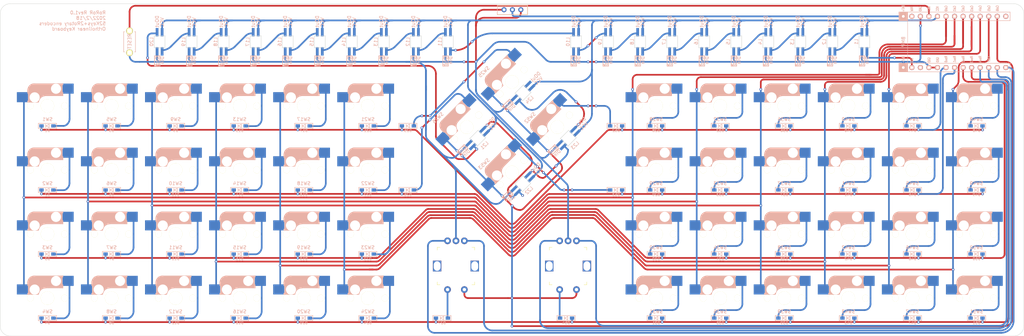
<source format=kicad_pcb>
(kicad_pcb (version 20211014) (generator pcbnew)
  (layers (0 "F.Cu" signal) (31 "B.Cu" signal) (34 "B.Paste" user) (35 "F.Paste" user) (36 "B.SilkS" user "B.Silkscreen") (37 "F.SilkS" user "F.Silkscreen") (38 "B.Mask" user) (39 "F.Mask" user) (44 "Edge.Cuts" user))
  (net 0 "")
  (net 1 "Row0")
  (net 2 "Net-(D1-Pad2)")
  (net 3 "Row1")
  (net 4 "Net-(D2-Pad2)")
  (net 5 "Row2")
  (net 6 "Net-(D3-Pad2)")
  (net 7 "Row3")
  (net 8 "Net-(D4-Pad2)")
  (net 9 "Net-(D5-Pad2)")
  (net 10 "Net-(D6-Pad2)")
  (net 11 "Net-(D7-Pad2)")
  (net 12 "Net-(D8-Pad2)")
  (net 13 "Net-(D9-Pad2)")
  (net 14 "Net-(D10-Pad2)")
  (net 15 "Net-(D11-Pad2)")
  (net 16 "Net-(D12-Pad2)")
  (net 17 "Net-(D13-Pad2)")
  (net 18 "Net-(D14-Pad2)")
  (net 19 "Net-(D15-Pad2)")
  (net 20 "Net-(D16-Pad2)")
  (net 21 "Net-(D17-Pad2)")
  (net 22 "Net-(D18-Pad2)")
  (net 23 "Net-(D19-Pad2)")
  (net 24 "Net-(D20-Pad2)")
  (net 25 "Net-(D21-Pad2)")
  (net 26 "Net-(D22-Pad2)")
  (net 27 "Net-(D23-Pad2)")
  (net 28 "Net-(D24-Pad2)")
  (net 29 "Net-(D25-Pad2)")
  (net 30 "Net-(D26-Pad2)")
  (net 31 "Net-(D27-Pad2)")
  (net 32 "Net-(D28-Pad1)")
  (net 33 "Net-(D29-Pad1)")
  (net 34 "Net-(D30-Pad1)")
  (net 35 "Net-(D31-Pad1)")
  (net 36 "Net-(D32-Pad1)")
  (net 37 "Net-(D33-Pad1)")
  (net 38 "Net-(D34-Pad1)")
  (net 39 "Net-(D35-Pad1)")
  (net 40 "Net-(D36-Pad1)")
  (net 41 "Net-(D37-Pad1)")
  (net 42 "Net-(D38-Pad1)")
  (net 43 "Net-(D39-Pad1)")
  (net 44 "Net-(D40-Pad1)")
  (net 45 "Net-(D41-Pad1)")
  (net 46 "Net-(D42-Pad1)")
  (net 47 "Net-(D43-Pad1)")
  (net 48 "Net-(D44-Pad1)")
  (net 49 "Net-(D45-Pad1)")
  (net 50 "Net-(D46-Pad1)")
  (net 51 "Net-(D47-Pad1)")
  (net 52 "Net-(D48-Pad1)")
  (net 53 "Net-(D49-Pad1)")
  (net 54 "Net-(D50-Pad1)")
  (net 55 "Net-(D51-Pad1)")
  (net 56 "Net-(D52-Pad1)")
  (net 57 "Net-(D53-Pad1)")
  (net 58 "Net-(D54-Pad1)")
  (net 59 "GND")
  (net 60 "Bat+")
  (net 61 "LED")
  (net 62 "Net-(L1-Pad1)")
  (net 63 "VCC")
  (net 64 "Net-(L2-Pad1)")
  (net 65 "Net-(L3-Pad1)")
  (net 66 "Net-(L4-Pad1)")
  (net 67 "Net-(L5-Pad1)")
  (net 68 "Net-(L6-Pad1)")
  (net 69 "Net-(L7-Pad1)")
  (net 70 "Net-(L8-Pad1)")
  (net 71 "Net-(L10-Pad3)")
  (net 72 "Net-(L10-Pad1)")
  (net 73 "Net-(L11-Pad1)")
  (net 74 "Net-(L12-Pad1)")
  (net 75 "Net-(L13-Pad1)")
  (net 76 "Net-(L14-Pad1)")
  (net 77 "Net-(L15-Pad1)")
  (net 78 "Net-(L16-Pad1)")
  (net 79 "Net-(L17-Pad1)")
  (net 80 "Net-(L18-Pad1)")
  (net 81 "Net-(L19-Pad1)")
  (net 82 "Net-(L20-Pad1)")
  (net 83 "Net-(L21-Pad1)")
  (net 84 "Net-(L22-Pad1)")
  (net 85 "Net-(L23-Pad1)")
  (net 87 "Col0")
  (net 88 "Col1")
  (net 89 "Col2")
  (net 90 "Col3")
  (net 91 "Col4")
  (net 92 "Col5")
  (net 93 "Col6")
  (net 94 "A1")
  (net 95 "B1")
  (net 96 "A2")
  (net 97 "B2")
  (net 98 "Reset")
  (footprint "kbd_SW:CherryMX_Hotswap_1u" (layer "F.Cu") (at 252.4125 47.625)
    (fp_text reference "SW36")
    (fp_text value "SW_PUSH" hide)
  )
  (footprint "kbd_SW:CherryMX_Hotswap_1u" (layer "F.Cu") (at 184.920385 53.951635 45)
    (fp_text reference "SW52")
    (fp_text value "SW_PUSH" hide)
  )
  (footprint "kbd_SW:CherryMX_Hotswap_1u" (layer "F.Cu") (at 52.3875 47.625)
    (fp_text reference "SW5")
    (fp_text value "SW_PUSH" hide)
  )
  (footprint "kbd_Parts:Diode_SMD" (layer "F.Cu") (at 214.31268 91.678202)
    (fp_text reference "D30")
    (fp_text value "D" hide)
  )
  (footprint "kbd_Parts:Diode_SMD" (layer "F.Cu") (at 90.487576 72.628186)
    (fp_text reference "D14")
    (fp_text value "D" hide)
  )
  (footprint "kbd_SW:CherryMX_Hotswap_1u" (layer "F.Cu") (at 290.5125 47.625)
    (fp_text reference "SW44")
    (fp_text value "SW_PUSH" hide)
  )
  (footprint "kbd_Parts:ResetSW" (layer "F.Cu") (at 57.745458 28.575072 90)
    (fp_text reference "SW55" hide)
    (fp_text value "SW_PUSH")
  )
  (footprint "kbd_SW:CherryMX_Hotswap_1u" (layer "F.Cu") (at 214.3125 85.725)
    (fp_text reference "SW30")
    (fp_text value "SW_PUSH" hide)
  )
  (footprint "kbd_Parts:Diode_SMD" (layer "F.Cu") (at 271.462728 110.728218)
    (fp_text reference "D43")
    (fp_text value "D" hide)
  )
  (footprint "kbd_Parts:Diode_SMD" (layer "F.Cu") (at 71.43756 110.728218)
    (fp_text reference "D12")
    (fp_text value "D" hide)
  )
  (footprint "kbd_Parts:LED_SK6812MINI-E_BL" (layer "F.Cu") (at 85.725 28.575 90)
    (fp_text reference "L18")
    (fp_text value "SK6812MINI")
    (fp_line (start -1.75 1.6) (end -1.75 -1.6) (layer "Edge.Cuts") (width 0.12))
    (fp_line (start 1.75 -1.6) (end 1.75 1.6) (layer "Edge.Cuts") (width 0.12))
    (fp_line (start 1.75 1.6) (end -1.75 1.6) (layer "Edge.Cuts") (width 0.12))
    (fp_line (start -1.75 -1.6) (end 1.75 -1.6) (layer "Edge.Cuts") (width 0.12))
  )
  (footprint "kbd_Parts:LED_SK6812MINI-E_BL" (layer "F.Cu") (at 188.193093 57.226861 45)
    (fp_text reference "L23")
    (fp_text value "SK6812MINI")
    (fp_line (start 1.75 -1.6) (end 1.75 1.6) (layer "Edge.Cuts") (width 0.12))
    (fp_line (start 1.75 1.6) (end -1.75 1.6) (layer "Edge.Cuts") (width 0.12))
    (fp_line (start -1.75 -1.6) (end 1.75 -1.6) (layer "Edge.Cuts") (width 0.12))
    (fp_line (start -1.75 1.6) (end -1.75 -1.6) (layer "Edge.Cuts") (width 0.12))
  )
  (footprint "kbd_Parts:Diode_SMD" (layer "F.Cu") (at 309.56276 91.678202)
    (fp_text reference "D50")
    (fp_text value "D" hide)
  )
  (footprint "kbd_SW:CherryMX_Hotswap_1u" (layer "F.Cu") (at 109.5375 85.725)
    (fp_text reference "SW19")
    (fp_text value "SW_PUSH" hide)
  )
  (footprint "kbd_SW:CherryMX_Hotswap_1u" (layer "F.Cu") (at 33.3375 85.725)
    (fp_text reference "SW3")
    (fp_text value "SW_PUSH" hide)
  )
  (footprint "kbd_Parts:Diode_SMD" (layer "F.Cu") (at 71.43756 72.628186)
    (fp_text reference "D10")
    (fp_text value "D" hide)
  )
  (footprint "kbd_Parts:Diode_SMD" (layer "F.Cu") (at 309.56276 72.628186)
    (fp_text reference "D49")
    (fp_text value "D" hide)
  )
  (footprint "kbd_SW:CherryMX_Hotswap_1u" (layer "F.Cu") (at 271.4625 85.725)
    (fp_text reference "SW42")
    (fp_text value "SW_PUSH" hide)
  )
  (footprint "kbd_Parts:Diode_SMD" (layer "F.Cu") (at 252.412712 72.628186)
    (fp_text reference "D37")
    (fp_text value "D" hide)
  )
  (footprint "kbd_Parts:Diode_SMD" (layer "F.Cu") (at 271.462728 91.678202)
    (fp_text reference "D42")
    (fp_text value "D" hide)
  )
  (footprint "kbd_Parts:Diode_SMD" (layer "F.Cu") (at 52.387544 72.628186)
    (fp_text reference "D6")
    (fp_text value "D" hide)
  )
  (footprint "kbd_SW:CherryMX_Hotswap_1u" (layer "F.Cu") (at 252.4125 85.725)
    (fp_text reference "SW38")
    (fp_text value "SW_PUSH" hide)
  )
  (footprint "kbd_SW:CherryMX_Hotswap_1u" (layer "F.Cu") (at 71.4375 66.675)
    (fp_text reference "SW10")
    (fp_text value "SW_PUSH" hide)
  )
  (footprint "kbd_SW:CherryMX_Hotswap_1u" (layer "F.Cu") (at 252.4125 104.775)
    (fp_text reference "SW39")
    (fp_text value "SW_PUSH" hide)
  )
  (footprint "kbd_Parts:Diode_SMD" (layer "F.Cu") (at 90.487576 110.728218)
    (fp_text reference "D16")
    (fp_text value "D" hide)
  )
  (footprint "kbd_SW:CherryMX_Hotswap_1u" (layer "F.Cu") (at 128.5875 66.675)
    (fp_text reference "SW22")
    (fp_text value "SW_PUSH" hide)
  )
  (footprint "kbd_SW:CherryMX_Hotswap_1u" (layer "F.Cu") (at 90.4875 104.775)
    (fp_text reference "SW16")
    (fp_text value "SW_PUSH" hide)
  )
  (footprint "kbd_Parts:Diode_SMD" (layer "F.Cu") (at 150.614442 110.728218)
    (fp_text reference "D27")
    (fp_text value "D" hide)
  )
  (footprint "kbd_SW:CherryMX_Hotswap_1u" (layer "F.Cu") (at 290.5125 85.725)
    (fp_text reference "SW46")
    (fp_text value "SW_PUSH" hide)
  )
  (footprint "kbd_SW:CherryMX_Hotswap_1u" (layer "F.Cu") (at 71.4375 47.625)
    (fp_text reference "SW9")
    (fp_text value "SW_PUSH" hide)
  )
  (footprint "kbd_Parts:Diode_SMD" (layer "F.Cu") (at 52.387544 53.57817)
    (fp_text reference "D5")
    (fp_text value "D" hide)
  )
  (footprint "kbd_SW:CherryMX_Hotswap_1u" (layer "F.Cu") (at 233.3625 47.625)
    (fp_text reference "SW32")
    (fp_text value "SW_PUSH" hide)
  )
  (footprint "kbd_Parts:Diode_SMD" (layer "F.Cu") (at 52.387544 91.678202)
    (fp_text reference "D7")
    (fp_text value "D" hide)
  )
  (footprint "kbd_SW:CherryMX_Hotswap_1u" (layer "F.Cu") (at 309.5625 85.725)
    (fp_text reference "SW50")
    (fp_text value "SW_PUSH" hide)
  )
  (footprint "kbd_SW:CherryMX_Hotswap_1u" (layer "F.Cu") (at 309.5625 104.775)
    (fp_text reference "SW51")
    (fp_text value "SW_PUSH" hide)
  )
  (footprint "kbd_SW:CherryMX_Hotswap_1u" (layer "F.Cu") (at 233.3625 66.675)
    (fp_text reference "SW33")
    (fp_text value "SW_PUSH" hide)
  )
  (footprint "kbd_Parts:Diode_SMD" (layer "F.Cu") (at 109.537592 91.678202)
    (fp_text reference "D19")
    (fp_text value "D" hide)
  )
  (footprint "kbd_Parts:LED_SK6812MINI-E_BL" (layer "F.Cu") (at 161.255138 57.224366 45)
    (fp_text reference "L21")
    (fp_text value "SK6812MINI")
    (fp_line (start -1.75 -1.6) (end 1.75 -1.6) (layer "Edge.Cuts") (width 0.12))
    (fp_line (start 1.75 -1.6) (end 1.75 1.6) (layer "Edge.Cuts") (width 0.12))
    (fp_line (start 1.75 1.6) (end -1.75 1.6) (layer "Edge.Cuts") (width 0.12))
    (fp_line (start -1.75 1.6) (end -1.75 -1.6) (layer "Edge.Cuts") (width 0.12))
  )
  (footprint "kbd_Parts:Diode_SMD" (layer "F.Cu") (at 140.493868 72.628186)
    (fp_text reference "D26")
    (fp_text value "D" hide)
  )
  (footprint "kbd_Parts:Diode_SMD" (layer "F.Cu") (at 202.40642 53.57817)
    (fp_text reference "D52")
    (fp_text value "D" hide)
  )
  (footprint "kbd_SW:CherryMX_Hotswap_1u" (layer "F.Cu") (at 233.3625 104.775)
    (fp_text reference "SW35")
    (fp_text value "SW_PUSH" hide)
  )
  (footprint "kbd_Parts:Diode_SMD" (layer "F.Cu") (at 233.362696 53.57817)
    (fp_text reference "D32")
    (fp_text value "D" hide)
  )
  (footprint "kbd_SW:CherryMX_Hotswap_1u" (layer "F.Cu") (at 33.3375 47.625)
    (fp_text reference "SW1")
    (fp_text value "SW_PUSH" hide)
  )
  (footprint "kbd_Parts:RotaryEncoder_EC12E" (layer "F.Cu") (at 154.78125 95.25 -90)
    (fp_text reference "SW27")
    (fp_text value "RotaryEncoder_Switch")
  )
  (footprint "kbd_Parts:LED_SK6812MINI-E_BL" (layer "F.Cu") (at 133.35 28.575 90)
    (fp_text reference "L13")
    (fp_text value "SK6812MINI")
    (fp_line (start -1.75 -1.6) (end 1.75 -1.6) (layer "Edge.Cuts") (width 0.12))
    (fp_line (start 1.75 -1.6) (end 1.75 1.6) (layer "Edge.Cuts") (width 0.12))
    (fp_line (start 1.75 1.6) (end -1.75 1.6) (layer "Edge.Cuts") (width 0.12))
    (fp_line (start -1.75 1.6) (end -1.75 -1.6) (layer "Edge.Cuts") (width 0.12))
  )
  (footprint "kbd_Parts:Diode_SMD" (layer "F.Cu") (at 309.56276 53.57817)
    (fp_text reference "D48")
    (fp_text value "D" hide)
  )
  (footprint "kbd_Parts:Diode_SMD" (layer "F.Cu") (at 214.31268 110.728218)
    (fp_text reference "D31")
    (fp_text value "D" hide)
  )
  (footprint "kbd_Parts:LED_SK6812MINI-E_BL" (layer "F.Cu") (at 104.775 28.575 90)
    (fp_text reference "L16")
    (fp_text value "SK6812MINI")
    (fp_line (start -1.75 -1.6) (end 1.75 -1.6) (layer "Edge.Cuts") (width 0.12))
    (fp_line (start 1.75 1.6) (end -1.75 1.6) (layer "Edge.Cuts") (width 0.12))
    (fp_line (start -1.75 1.6) (end -1.75 -1.6) (layer "Edge.Cuts") (width 0.12))
    (fp_line (start 1.75 -1.6) (end 1.75 1.6) (layer "Edge.Cuts") (width 0.12))
  )
  (footprint "kbd_Parts:RotaryEncoder_EC12E" (layer "F.Cu") (at 188.11875 95.25 -90)
    (fp_text reference "SW54")
    (fp_text value "RotaryEncoder_Switch")
  )
  (footprint "kbd_Parts:Diode_SMD" (layer "F.Cu") (at 290.512744 72.628186)
    (fp_text reference "D45")
    (fp_text value "D" hide)
  )
  (footprint "kbd_SW:CherryMX_Hotswap_1u" (layer "F.Cu") (at 52.3875 85.725)
    (fp_text reference "SW7")
    (fp_text value "SW_PUSH" hide)
  )
  (footprint "kbd_SW:CherryMX_Hotswap_1u" (layer "F.Cu") (at 271.4625 47.625)
    (fp_text reference "SW40")
    (fp_text value "SW_PUSH" hide)
  )
  (footprint "kbd_SW:CherryMX_Hotswap_1u" (layer "F.Cu") (at 309.5625 66.675)
    (fp_text reference "SW49")
    (fp_text value "SW_PUSH" hide)
  )
  (footprint "kbd_Parts:Diode_SMD" (layer "F.Cu") (at 309.56276 110.728218)
    (fp_text reference "D51")
    (fp_text value "D" hide)
  )
  (footprint "kbd_Parts:Diode_SMD" (layer "F.Cu") (at 33.337528 72.628186)
    (fp_text reference "D2")
    (fp_text value "D" hide)
  )
  (footprint "kbd_Parts:LED_SK6812MINI-E_BL" (layer "F.Cu") (at 174.649658 70.767714 45)
    (fp_text reference "L22")
    (fp_text value "SK6812MINI")
    (fp_line (start 1.75 1.6) (end -1.75 1.6) (layer "Edge.Cuts") (width 0.12))
    (fp_line (start -1.75 -1.6) (end 1.75 -1.6) (layer "Edge.Cuts") (width 0.12))
    (fp_line (start 1.75 -1.6) (end 1.75 1.6) (layer "Edge.Cuts") (width 0.12))
    (fp_line (start -1.75 1.6) (end -1.75 -1.6) (layer "Edge.Cuts") (width 0.12))
  )
  (footprint "kbd_Parts:LED_SK6812MINI-E_BL" (layer "F.Cu") (at 228.6 28.575 90)
    (fp_text reference "L6")
    (fp_text value "SK6812MINI")
    (fp_line (start -1.75 1.6) (end -1.75 -1.6) (layer "Edge.Cuts") (width 0.12))
    (fp_line (start -1.75 -1.6) (end 1.75 -1.6) (layer "Edge.Cuts") (width 0.12))
    (fp_line (start 1.75 1.6) (end -1.75 1.6) (layer "Edge.Cuts") (width 0.12))
    (fp_line (start 1.75 -1.6) (end 1.75 1.6) (layer "Edge.Cuts") (width 0.12))
  )
  (footprint "kbd_Parts:Diode_SMD" (layer "F.Cu") (at 33.337528 53.57817)
    (fp_text reference "D1")
    (fp_text value "D" hide)
  )
  (footprint "kbd_Parts:Micon_BMP_GL" (layer "F.Cu") (at 304.8 28.575 90)
    (fp_text reference "U1" hide)
    (fp_text value "BLEMicroPro" hide)
  )
  (footprint "kbd_Parts:Diode_SMD" (layer "F.Cu") (at 52.387544 110.728218)
    (fp_text reference "D8")
    (fp_text value "D" hide)
  )
  (footprint "kbd_SW:CherryMX_Hotswap_1u" (layer "F.Cu") (at 171.45 40.48125 45)
    (fp_text reference "SW25")
    (fp_text value "SW_PUSH" hide)
  )
  (footprint "kbd_Parts:Diode_SMD" (layer "F.Cu") (at 90.487576 53.57817)
    (fp_text reference "D13")
    (fp_text value "D" hide)
  )
  (footprint "kbd_Parts:LED_SK6812MINI-E_BL" (layer "F.Cu") (at 123.825 28.575 90)
    (fp_text reference "L14")
    (fp_text value "SK6812MINI")
    (fp_line (start -1.75 1.6) (end -1.75 -1.6) (layer "Edge.Cuts") (width 0.12))
    (fp_line (start 1.75 1.6) (end -1.75 1.6) (layer "Edge.Cuts") (width 0.12))
    (fp_line (start 1.75 -1.6) (end 1.75 1.6) (layer "Edge.Cuts") (width 0.12))
    (fp_line (start -1.75 -1.6) (end 1.75 -1.6) (layer "Edge.Cuts") (width 0.12))
  )
  (footprint "kbd_SW:CherryMX_Hotswap_1u" (layer "F.Cu") (at 128.5875 47.625)
    (fp_text reference "SW21")
    (fp_text value "SW_PUSH" hide)
  )
  (footprint "kbd_SW:CherryMX_Hotswap_1u" (layer "F.Cu") (at 109.5375 104.775)
    (fp_text reference "SW20")
    (fp_text value "SW_PUSH" hide)
  )
  (footprint "kbd_Parts:LED_SK6812MINI-E_BL" (layer "F.Cu") (at 200.025 28.575 90)
    (fp_text reference "L9")
    (fp_text value "SK6812MINI")
    (fp_line (start -1.75 1.6) (end -1.75 -1.6) (layer "Edge.Cuts") (width 0.12))
    (fp_line (start 1.75 1.6) (end -1.75 1.6) (layer "Edge.Cuts") (width 0.12))
    (fp_line (start -1.75 -1.6) (end 1.75 -1.6) (layer "Edge.Cuts") (width 0.12))
    (fp_line (start 1.75 -1.6) (end 1.75 1.6) (layer "Edge.Cuts") (width 0.12))
  )
  (footprint "kbd_Parts:Diode_SMD" (layer "F.Cu") (at 187.52391 110.728218)
    (fp_text reference "D54")
    (fp_text value "D" hide)
  )
  (footprint "kbd_SW:CherryMX_Hotswap_1u" (layer "F.Cu") (at 52.3875 66.675)
    (fp_text reference "SW6")
    (fp_text value "SW_PUSH" hide)
  )
  (footprint "kbd_Parts:LED_SK6812MINI-E_BL" (layer "F.Cu") (at 76.2 28.575 90)
    (fp_text reference "L19")
    (fp_text value "SK6812MINI")
    (fp_line (start 1.75 1.6) (end -1.75 1.6) (layer "Edge.Cuts") (width 0.12))
    (fp_line (start -1.75 -1.6) (end 1.75 -1.6) (layer "Edge.Cuts") (width 0.12))
    (fp_line (start 1.75 -1.6) (end 1.75 1.6) (layer "Edge.Cuts") (width 0.12))
    (fp_line (start -1.75 1.6) (end -1.75 -1.6) (layer "Edge.Cuts") (width 0.12))
  )
  (footprint "kbd_Parts:Diode_SMD" (layer "F.Cu") (at 71.43756 91.678202)
    (fp_text reference "D11")
    (fp_text value "D" hide)
  )
  (footprint "kbd_Parts:Diode_SMD" (layer "F.Cu") (at 252.412712 110.728218)
    (fp_text reference "D39")
    (fp_text value "D" hide)
  )
  (footprint "kbd_Parts:Diode_SMD" (layer "F.Cu") (at 271.462728 53.57817)
    (fp_text reference "D40")
    (fp_text value "D" hide)
  )
  (footprint "kbd_SW:CherryMX_Hotswap_1u" (layer "F.Cu") (at 109.5375 66.675)
    (fp_text reference "SW18")
    (fp_text value "SW_PUSH" hide)
  )
  (footprint "kbd_Parts:LED_SK6812MINI-E_BL" (layer "F.Cu") (at 142.875 28.575 90)
    (fp_text reference "L12")
    (fp_text value "SK6812MINI")
    (fp_line (start 1.75 1.6) (end -1.75 1.6) (layer "Edge.Cuts") (width 0.12))
    (fp_line (start -1.75 1.6) (end -1.75 -1.6) (layer "Edge.Cuts") (width 0.12))
    (fp_line (start -1.75 -1.6) (end 1.75 -1.6) (layer "Edge.Cuts") (width 0.12))
    (fp_line (start 1.75 -1.6) (end 1.75 1.6) (layer "Edge.Cuts") (width 0.12))
  )
  (footprint "kbd_Parts:LED_SK6812MINI-E_BL" (layer "F.Cu") (at 152.4 28.575 90)
    (fp_text reference "L11")
    (fp_text value "SK6812MINI")
    (fp_line (start -1.75 -1.6) (end 1.75 -1.6) (layer "Edge.Cuts") (width 0.12))
    (fp_line (start 1.75 1.6) (end -1.75 1.6) (layer "Edge.Cuts") (width 0.12))
    (fp_line (start 1.75 -1.6) (end 1.75 1.6) (layer "Edge.Cuts") (width 0.12))
    (fp_line (start -1.75 1.6) (end -1.75 -1.6) (layer "Edge.Cuts") (width 0.12))
  )
  (footprint "kbd_SW:CherryMX_Hotswap_1u" (layer "F.Cu") (at 157.979616 53.951635 45)
    (fp_text reference "SW26")
    (fp_text value "SW_PUSH" hide)
  )
  (footprint "kbd_SW:CherryMX_Hotswap_1u" (layer "F.Cu") (at 214.3125 47.625)
    (fp_text reference "SW28")
    (fp_text value "SW_PUSH" hide)
  )
  (footprint "kbd_SW:CherryMX_Hotswap_1u" (layer "F.Cu") (at 71.4375 85.725)
    (fp_text reference "SW11")
    (fp_text value "SW_PUSH" hide)
  )
  (footprint "kbd_Parts:LED_SK6812MINI-E_BL" (layer "F.Cu") (at 276.225 28.575 90)
    (fp_text reference "L1")
    (fp_text value "SK6812MINI")
    (fp_line (start 1.75 -1.6) (end 1.75 1.6) (layer "Edge.Cuts") (width 0.12))
    (fp_line (start -1.75 1.6) (end -1.75 -1.6) (layer "Edge.Cuts") (width 0.12))
    (fp_line (start -1.75 -1.6) (end 1.75 -1.6) (layer "Edge.Cuts") (width 0.12))
    (fp_line (start 1.75 1.6) (end -1.75 1.6) (layer "Edge.Cuts") (width 0.12))
  )
  (footprint "kbd_Parts:Diode_SMD" (layer "F.Cu") (at 202.40642 72.628186)
    (fp_text reference "D53")
    (fp_text value "D" hide)
  )
  (footprint "kbd_Parts:Diode_SMD" (layer "F.Cu") (at 233.362696 110.728218)
    (fp_text reference "D35")
    (fp_text value "D" hide)
  )
  (footprint "kbd_SW:CherryMX_Hotswap_1u" (layer "F.Cu") (at 252.4125 66.675)
    (fp_text reference "SW37")
    (fp_text value "SW_PUSH" hide)
  )
  (footprint "kbd_SW:CherryMX_Hotswap_1u" (layer "F.Cu") (at 271.4625 104.775)
    (fp_text reference "SW43")
    (fp_text value "SW_PUSH" hide)
  )
  (footprint "kbd_Parts:Diode_SMD" (layer "F.Cu") (at 128.587608 110.728218)
    (fp_text reference "D24")
    (fp_text value "D" hide)
  )
  (footprint "kbd_Parts:LED_SK6812MINI-E_BL" (layer "F.Cu") (at 238.125 28.575 90)
    (fp_text reference "L5")
    (fp_text value "SK6812MINI")
    (fp_line (start -1.75 -1.6) (end 1.75 -1.6) (layer "Edge.Cuts") (width 0.12))
    (fp_line (start 1.75 -1.6) (end 1.75 1.6) (layer "Edge.Cuts") (width 0.12))
    (fp_line (start -1.75 1.6) (end -1.75 -1.6) (layer "Edge.Cuts") (width 0.12))
    (fp_line (start 1.75 1.6) (end -1.75 1.6) (layer "Edge.Cuts") (width 0.12))
  )
  (footprint "kbd_Parts:LED_SK6812MINI-E_BL" (layer "F.Cu") (at 219.075 28.575 90)
    (fp_text reference "L7")
    (fp_text value "SK6812MINI")
    (fp_line (start -1.75 1.6) (end -1.75 -1.6) (layer "Edge.Cuts") (width 0.12))
    (fp_line (start -1.75 -1.6) (end 1.75 -1.6) (layer "Edge.Cuts") (width 0.12))
    (fp_line (start 1.75 1.6) (end -1.75 1.6) (layer "Edge.Cuts") (width 0.12))
    (fp_line (start 1.75 -1.6) (end 1.75 1.6) (layer "Edge.Cuts") (width 0.12))
  )
  (footprint "kbd_Parts:LED_SK6812MINI-E_BL" (layer "F.Cu") (at 209.55 28.575 90)
    (fp_text reference "L8")
    (fp_text value "SK6812MINI")
    (fp_line (start -1.75 1.6) (end -1.75 -1.6) (layer "Edge.Cuts") (width 0.12))
    (fp_line (start -1.75 -1.6) (end 1.75 -1.6) (layer "Edge.Cuts") (width 0.12))
    (fp_line (start 1.75 -1.6) (end 1.75 1.6) (layer "Edge.Cuts") (width 0.12))
    (fp_line (start 1.75 1.6) (end -1.75 1.6) (layer "Edge.Cuts") (width 0.12))
  )
  (footprint "kbd_Parts:LED_SK6812MINI-E_BL" (layer "F.Cu") (at 174.724072 43.755432 45)
    (fp_text reference "L24")
    (fp_text value "SK6812MINI")
    (fp_line (start -1.75 -1.6) (end 1.75 -1.6) (layer "Edge.Cuts") (width 0.12))
    (fp_line (start -1.75 1.6) (end -1.75 -1.6) (layer "Edge.Cuts") (width 0.12))
    (fp_line (start 1.75 1.6) (end -1.75 1.6) (layer "Edge.Cuts") (width 0.12))
    (fp_line (start 1.75 -1.6) (end 1.75 1.6) (layer "Edge.Cuts") (width 0.12))
  )
  (footprint "kbd_Parts:LED_SK6812MINI-E_BL" (layer "F.Cu") (at 95.25 28.575 90)
    (fp_text reference "L17")
    (fp_text value "SK6812MINI")
    (fp_line (start 1.75 -1.6) (end 1.75 1.6) (layer "Edge.Cuts") (width 0.12))
    (fp_line (start -1.75 1.6) (end -1.75 -1.6) (layer "Edge.Cuts") (width 0.12))
    (fp_line (start 1.75 1.6) (end -1.75 1.6) (layer "Edge.Cuts") (width 0.12))
    (fp_line (start -1.75 -1.6) (end 1.75 -1.6) (layer "Edge.Cuts") (width 0.12))
  )
  (footprint "kbd_Parts:Diode_SMD" (layer "F.Cu") (at 290.512744 91.678202)
    (fp_text reference "D46")
    (fp_text value "D" hide)
  )
  (footprint "kbd_Parts:Diode_SMD" (layer "F.Cu") (at 290.512744 53.57817)
    (fp_text reference "D44")
    (fp_text value "D" hide)
  )
  (footprint "kbd_SW:CherryMX_Hotswap_1u" (layer "F.Cu") (at 290.5125 66.675)
    (fp_text reference "SW45")
    (fp_text value "SW_PUSH" hide)
  )
  (footprint "kbd_SW:CherryMX_Hotswap_1u" (layer "F.Cu") (at 290.5125 104.775)
    (fp_text reference "SW47")
    (fp_text value "SW_PUSH" hide)
  )
  (footprint "kbd_Parts:LED_SK6812MINI-E_BL" (layer "F.Cu") (at 266.7 28.575 90)
    (fp_text reference "L2")
    (fp_text value "SK6812MINI")
    (fp_line (start -1.75 -1.6) (end 1.75 -1.6) (layer "Edge.Cuts") (width 0.12))
    (fp_line (start -1.75 1.6) (end -1.75 -1.6) (layer "Edge.Cuts") (width 0.12))
    (fp_line (start 1.75 1.6) (end -1.75 1.6) (layer "Edge.Cuts") (width 0.12))
    (fp_line (start 1.75 -1.6) (end 1.75 1.6) (layer "Edge.Cuts") (width 0.12))
  )
  (footprint "kbd_SW:CherryMX_Hotswap_1u" (layer "F.Cu") (at 71.4375 104.775)
    (fp_text reference "SW12")
    (fp_text value "SW_PUSH" hide)
  )
  (footprint "kbd_Parts:Diode_SMD" (layer "F.Cu") (at 128.587608 72.628186)
    (fp_text reference "D22")
    (fp_text value "D" hide)
  )
  (footprint "kbd_Parts:Diode_SMD" (layer "F.Cu") (at 90.487576 91.678202)
    (fp_text reference "D15")
    (fp_text value "D" hide)
  )
  (footprint "kbd_Parts:Diode_SMD" (layer "F.Cu") (at 214.31268 53.57817)
    (fp_text reference "D28")
    (fp_text value "D" hide)
  )
  (footprint "kbd_Parts:Diode_SMD" (layer "F.Cu") (at 140.493868 53.57817)
    (fp_text reference "D25")
    (fp_text value "D" hide)
  )
  (footprint "kbd_Parts:Diode_SMD" (layer "F.Cu") (at 233.3625 72.628186)
    (fp_text reference "D33")
    (fp_text value "D" hide)
  )
  (footprint "kbd_SW:CherryMX_Hotswap_1u" (layer "F.Cu") (at 214.3125 104.775)
    (fp_text reference "SW31")
    (fp_text value "SW_PUSH" hide)
  )
  (footprint "kbd_SW:CherryMX_Hotswap_1u" (layer "F.Cu") (at 309.5625 47.625)
    (fp_text reference "SW48")
    (fp_text value "SW_PUSH" hide)
  )
  (footprint "kbd_Parts:Diode_SMD" (layer "F.Cu") (at 33.337528 91.678202)
    (fp_text reference "D3")
    (fp_text value "D" hide)
  )
  (footprint "kbd_Parts:Diode_SMD" (layer "F.Cu") (at 252.412712 53.57817)
    (fp_text reference "D36")
    (fp_text value "D" hide)
  )
  (footprint "kbd_SW:CherryMX_Hotswap_1u" (layer "F.Cu") (at 90.4875 66.675)
    (fp_text reference "SW14")
    (fp_text value "SW_PUSH" hide)
  )
  (footprint "kbd_Parts:Diode_SMD" (layer "F.Cu") (at 33.337528 110.728218)
    (fp_text reference "D4")
    (fp_text value "D" hide)
  )
  (footprint "kbd_SW:CherryMX_Hotswap_1u" (layer "F.Cu") (at 214.3125 66.675)
    (fp_text reference "SW29")
    (fp_text value "SW_PUSH" hide)
  )
  (footprint "kbd_SW:CherryMX_Hotswap_1u" (layer "F.Cu") (at 109.5375 47.625)
    (fp_text reference "SW17")
    (fp_text value "SW_PUSH" hide)
  )
  (footprint "kbd_Parts:LED_SK6812MINI-E_BL" (layer "F.Cu") (at 257.175 28.575 90)
    (fp_text reference "L3")
    (fp_text value "SK6812MINI")
    (fp_line (start -1.75 1.6) (end -1.75 -1.6) (layer "Edge.Cuts") (width 0.12))
    (fp_line (start -1.75 -1.6) (end 1.75 -1.6) (layer "Edge.Cuts") (width 0.12))
    (fp_line (start 1.75 1.6) (end -1.75 1.6) (layer "Edge.Cuts") (width 0.12))
    (fp_line (start 1.75 -1.6) (end 1.75 1.6) (layer "Edge.Cuts") (width 0.12))
  )
  (footprint "kbd_Parts:Diode_SMD" (layer "F.Cu") (at 128.587608 91.678202)
    (fp_text reference "D23")
    (fp_text value "D" hide)
  )
  (footprint "kbd_SW:CherryMX_Hotswap_1u" (layer "F.Cu") (at 90.4875 85.725)
    (fp_text reference "SW15")
    (fp_text value "SW_PUSH" hide)
  )
  (footprint "kbd_Parts:Diode_SMD" (layer "F.Cu") (at 290.512744 110.728218)
    (fp_text reference "D47")
    (fp_text value "D" hide)
  )
  (footprint "kbd_SW:CherryMX_Hotswap_1u" (layer "F.Cu") (at 128.5875 85.725)
    (fp_text reference "SW23")
    (fp_text value "SW_PUSH" hide)
  )
  (footprint "kbd_SW:CherryMX_Hotswap_1u" (layer "F.Cu") (at 33.3375 66.675)
    (fp_text reference "SW2")
    (fp_text value "SW_PUSH" hide)
  )
  (footprint "kbd_SW:CherryMX_Hotswap_1u" (layer "F.Cu") (at 128.5875 104.775)
    (fp_text reference "SW24")
    (fp_text value "SW_PUSH" hide)
  )
  (footprint "kbd_Parts:LED_SK6812MINI-E_BL" (layer "F.Cu") (at 66.675 28.575 90)
    (fp_text reference "L20")
    (fp_text value "SK6812MINI")
    (fp_line (start -1.75 1.6) (end -1.75 -1.6) (layer "Edge.Cuts") (width 0.12))
    (fp_line (start -1.75 -1.6) (end 1.75 -1.6) (layer "Edge.Cuts") (width 0.12))
    (fp_line (start 1.75 -1.6) (end 1.75 1.6) (layer "Edge.Cuts") (width 0.12))
    (fp_line (start 1.75 1.6) (end -1.75 1.6) (layer "Edge.Cuts") (width 0.12))
  )
  (footprint "kbd_Parts:LED_SK6812MINI-E_BL" (layer "F.Cu") (at 114.3 28.575 90)
    (fp_text reference "L15")
    (fp_text value "SK6812MINI")
    (fp_line (start 1.75 -1.6) (end 1.75 1.6) (layer "Edge.Cuts") (width 0.12))
    (fp_line (start 1.75 1.6) (end -1.75 1.6) (layer "Edge.Cuts") (width 0.12))
    (fp_line (start -1.75 -1.6) (end 1.75 -1.6) (layer "Edge.Cuts") (width 0.12))
    (fp_line (start -1.75 1.6) (end -1.75 -1.6) (layer "Edge.Cuts") (width 0.12))
  )
  (footprint "kbd_SW:CherryMX_Hotswap_1u" (layer "F.Cu") (at 33.3375 104.775)
    (fp_text reference "SW4")
    (fp_text value "SW_PUSH" hide)
  )
  (footprint "kbd_Parts:Battery_XH2.5_GL_PCB" (layer "F.Cu") (at 171.56875 19)
    (fp_text reference "J1")
    (fp_text value "Conn_01x02" hide)
  )
  (footprint "kbd_Parts:Diode_SMD" (layer "F.Cu") (at 109.5375 53.57817)
    (fp_text reference "D17")
    (fp_text value "D" hide)
  )
  (footprint "kbd_Parts:LED_SK6812MINI-E_BL" (layer "F.Cu") (at 247.65 28.575 90)
    (fp_text reference "L4")
    (fp_text value "SK6812MINI")
    (fp_line (start 1.75 1.6) (end -1.75 1.6) (layer "Edge.Cuts") (width 0.12))
    (fp_line (start -1.75 -1.6) (end 1.75 -1.6) (layer "Edge.Cuts") (width 0.12))
    (fp_line (start -1.75 1.6) (end -1.75 -1.6) (layer "Edge.Cuts") (width 0.12))
    (fp_line (start 1.75 -1.6) (end 1.75 1.6) (layer "Edge.Cuts") (width 0.12))
  )
  (footprint "kbd_Parts:Diode_SMD" (layer "F.Cu") (at 233.362696 91.678202)
    (fp_text reference "D34")
    (fp_text value "D" hide)
  )
  (footprint "kbd_SW:CherryMX_Hotswap_1u" (layer "F.Cu") (at 90.4875 47.625)
    (fp_text reference "SW13")
    (fp_text value "SW_PUSH" hide)
  )
  (footprint "kbd_SW:CherryMX_Hotswap_1u" (layer "F.Cu") (at 52.3875 104.775)
    (fp_text reference "SW8")
    (fp_text value "SW_PUSH" hide)
  )
  (footprint "kbd_SW:CherryMX_Hotswap_1u" (layer "F.Cu") (at 171.45 67.422019 45)
    (fp_text reference "SW53")
    (fp_text value "SW_PUSH" hide)
  )
  (footprint "kbd_Parts:Diode_SMD" (layer "F.Cu") (at 271.4625 72.628186)
    (fp_text reference "D41")
    (fp_text value "D" hide)
  )
  (footprint "kbd_Parts:Diode_SMD" (layer "F.Cu") (at 252.412712 91.678202)
    (fp_text reference "D38")
    (fp_text value "D" hide)
  )
  (footprint "kbd_Parts:Diode_SMD" (layer "F.Cu") (at 109.537592 110.728218)
    (fp_text reference "D20")
    (fp_text value "D" hide)
  )
  (footprint "kbd_Parts:Diode_SMD" (layer "F.Cu") (at 109.537592 72.628186)
    (fp_text reference "D18")
    (fp_text value "D" hide)
  )
  (footprint "kbd_Parts:Diode_SMD" (layer "F.Cu") (at 71.43756 53.57817)
    (fp_text reference "D9")
    (fp_text value "D" hide)
  )
  (footprint "kbd_SW:CherryMX_Hotswap_1u" (layer "F.Cu") (at 233.3625 85.725)
    (fp_text reference "SW34")
    (fp_text value "SW_PUSH" hide)
  )
  (footprint "kbd_Parts:Diode_SMD" (layer "F.Cu") (at 214.31268 72.628186)
    (fp_text reference "D29")
    (fp_text value "D" hide)
  )
  (footprint "kbd_SW:CherryMX_Hotswap_1u" (layer "F.Cu") (at 271.4625 66.675)
    (fp_text reference "SW41")
    (fp_text value "SW_PUSH" hide)
  )
  (footprint "kbd_Parts:LED_SK6812MINI-E_BL" (layer "F.Cu") (at 190.5 28.575 90)
    (fp_text reference "L10")
    (fp_text value "SK6812MINI")
    (fp_line (start 1.75 1.6) (end -1.75 1.6) (layer "Edge.Cuts") (width 0.12))
    (fp_line (start -1.75 1.6) (end -1.75 -1.6) (layer "Edge.Cuts") (width 0.12))
    (fp_line (start 1.75 -1.6) (end 1.75 1.6) (layer "Edge.Cuts") (width 0.12))
    (fp_line (start -1.75 -1.6) (end 1.75 -1.6) (layer "Edge.Cuts") (width 0.12))
  )
  (footprint "kbd_Parts:Diode_SMD" (layer "F.Cu") (at 128.587608 53.57817)
    (fp_text reference "D21")
    (fp_text value "D" hide)
  )
  (gr_arc (start 22.275 116.05) (mid 20.15368 115.17132) (end 19.275 113.05) (layer "Edge.Cuts") (width 0.1))
  (gr_arc (start 19.275 20.25) (mid 20.15368 18.12868) (end 22.275 17.25) (layer "Edge.Cuts") (width 0.1))
  (gr_arc (start 323.625 113.05) (mid 322.74632 115.17132) (end 320.625 116.05) (layer "Edge.Cuts") (width 0.1))
  (gr_arc (start 320.625 17.25) (mid 322.74632 18.12868) (end 323.625 20.25) (layer "Edge.Cuts") (width 0.1))
  (gr_line (start 320.625 17.25) (end 22.275 17.25) (layer "Edge.Cuts") (width 0.1))
  (gr_line (start 323.625 20.25) (end 323.625 113.05) (layer "Edge.Cuts") (width 0.1))
  (gr_line (start 19.275 20.25) (end 19.275 113.05) (layer "Edge.Cuts") (width 0.1))
  (gr_line (start 22.275 116.05) (end 320.625 116.05) (layer "Edge.Cuts") (width 0.1))
  (gr_text "RoRoR Rev1.0\n2022/2/18\n52Keys+2Rotary encoders\nOrtholinear Keyboard" (at 50.750348 22.3242) (layer "B.SilkS") (effects (font (size 1 1)) (justify left mirror)))
  (segment (start 138.718868 54.742387) (end 142.390431 54.742387) (width 0.5) (layer "F.Cu") (net 1))
  (segment (start 172.466696 82.327695) (end 181.57077 73.223622) (width 0.5) (layer "F.Cu") (net 1))
  (segment (start 31.562528 54.742387) (end 138.718868 54.742387) (width 0.5) (layer "F.Cu") (net 1))
  (segment (start 200.446676 54.768796) (end 204.192359 54.768796) (width 0.5) (layer "F.Cu") (net 1))
  (segment (start 181.57077 73.223622) (end 199.727847 55.066545) (width 0.5) (layer "F.Cu") (net 1))
  (segment (start 311.348699 54.768796) (end 204.192359 54.768796) (width 0.5) (layer "F.Cu") (net 1))
  (segment (start 143.173017 55.066545) (end 170.434167 82.327695) (width 0.5) (layer "F.Cu") (net 1))
  (via (at 31.562528 54.742387) (size 0.8) (drill 0.4) (layers "F.Cu" "B.Cu") (net 1))
  (via (at 69.66256 54.742387) (size 0.8) (drill 0.4) (layers "F.Cu" "B.Cu") (net 1))
  (via (at 126.812608 54.742387) (size 0.8) (drill 0.4) (layers "F.Cu" "B.Cu") (net 1))
  (via (at 107.7625 54.74261) (size 0.8) (drill 0.4) (layers "F.Cu" "B.Cu") (net 1))
  (via (at 50.612544 54.742387) (size 0.8) (drill 0.4) (layers "F.Cu" "B.Cu") (net 1))
  (via (at 292.287744 54.742387) (size 0.8) (drill 0.4) (layers "F.Cu" "B.Cu") (net 1))
  (via (at 138.718868 54.742387) (size 0.8) (drill 0.4) (layers "F.Cu" "B.Cu") (net 1))
  (via (at 88.701637 54.768796) (size 0.8) (drill 0.4) (layers "F.Cu" "B.Cu") (net 1))
  (via (at 273.237728 54.742387) (size 0.8) (drill 0.4) (layers "F.Cu" "B.Cu") (net 1))
  (via (at 216.098619 54.768796) (size 0.8) (drill 0.4) (layers "F.Cu" "B.Cu") (net 1))
  (via (at 311.348699 54.768796) (size 0.8) (drill 0.4) (layers "F.Cu" "B.Cu") (net 1))
  (via (at 204.192359 54.768796) (size 0.8) (drill 0.4) (layers "F.Cu" "B.Cu") (net 1))
  (via (at 254.187712 54.742387) (size 0.8) (drill 0.4) (layers "F.Cu" "B.Cu") (net 1))
  (via (at 235.148635 54.768796) (size 0.8) (drill 0.4) (layers "F.Cu" "B.Cu") (net 1))
  (arc (start 199.727847 55.066545) (mid 200.057649 54.846178) (end 200.446676 54.768796) (width 0.5) (layer "F.Cu") (net 1))
  (arc (start 171.450432 82.748646) (mid 172.00043 82.639245) (end 172.466696 82.327695) (width 0.5) (layer "F.Cu") (net 1))
  (arc (start 170.434167 82.327695) (mid 170.900433 82.639244) (end 171.450432 82.748646) (width 0.5) (layer "F.Cu") (net 1))
  (arc (start 142.390431 54.742387) (mid 142.813963 54.826633) (end 143.173017 55.066545) (width 0.5) (layer "F.Cu") (net 1))
  (segment (start 107.7625 53.57817) (end 107.7625 54.74261) (width 0.5) (layer "B.Cu") (net 1))
  (segment (start 50.612544 53.57817) (end 50.612544 54.742387) (width 0.5) (layer "B.Cu") (net 1))
  (segment (start 311.33776 53.57817) (end 311.33776 54.742387) (width 0.5) (layer "B.Cu") (net 1))
  (segment (start 292.314245 54.768888) (end 296.466372 54.768888) (width 0.5) (layer "B.Cu") (net 1))
  (segment (start 88.712576 53.57817) (end 88.712576 54.742387) (width 0.5) (layer "B.Cu") (net 1))
  (segment (start 204.18142 53.57817) (end 204.18142 54.742387) (width 0.5) (layer "B.Cu") (net 1))
  (segment (start 235.137696 53.57817) (end 235.137696 54.742387) (width 0.5) (layer "B.Cu") (net 1))
  (segment (start 298.847628 52.387632) (end 298.847628 37.865772) (width 0.5) (layer "B.Cu") (net 1))
  (segment (start 126.812608 53.57817) (end 126.812608 54.742387) (width 0.5) (layer "B.Cu") (net 1))
  (segment (start 69.66256 53.57817) (end 69.66256 54.742387) (width 0.5) (layer "B.Cu") (net 1))
  (segment (start 273.237728 53.57817) (end 273.237728 54.742387) (width 0.5) (layer "B.Cu") (net 1))
  (segment (start 31.562528 53.57817) (end 31.562528 54.742387) (width 0.5) (layer "B.Cu") (net 1))
  (segment (start 216.08768 53.57817) (end 216.08768 54.742387) (width 0.5) (layer "B.Cu") (net 1))
  (segment (start 254.187712 53.57817) (end 254.187712 54.742387) (width 0.5) (layer "B.Cu") (net 1))
  (segment (start 138.718868 53.57817) (end 138.718868 54.742387) (width 0.5) (layer "B.Cu") (net 1))
  (segment (start 292.287744 53.57817) (end 292.287744 54.742387) (width 0.5) (layer "B.Cu") (net 1))
  (arc (start 50.612544 54.742387) (mid 50.609701 54.756679) (end 50.601605 54.768796) (width 0.5) (layer "B.Cu") (net 1))
  (arc (start 235.137696 54.742387) (mid 235.140539 54.756679) (end 235.148635 54.768796) (width 0.5) (layer "B.Cu") (net 1))
  (arc (start 69.66256 54.742387) (mid 69.659717 54.756679) (end 69.651621 54.768796) (width 0.5) (layer "B.Cu") (net 1))
  (arc (start 254.187712 54.742387) (mid 254.190555 54.756679) (end 254.198651 54.768796) (width 0.5) (layer "B.Cu") (net 1))
  (arc (start 296.466372 54.768888) (mid 298.150174 54.071434) (end 298.847628 52.387632) (width 0.5) (layer "B.Cu") (net 1))
  (arc (start 292.287744 54.742387) (mid 292.290587 54.756679) (end 292.298683 54.768796) (width 0.5) (layer "B.Cu") (net 1))
  (arc (start 138.718868 54.742387) (mid 138.716025 54.756679) (end 138.707929 54.768796) (width 0.5) (layer "B.Cu") (net 1))
  (arc (start 292.287744 54.742387) (mid 292.295506 54.761126) (end 292.314245 54.768888) (width 0.5) (layer "B.Cu") (net 1))
  (arc (start 107.7625 54.74261) (mid 107.759681 54.756782) (end 107.751653 54.768796) (width 0.5) (layer "B.Cu") (net 1))
  (arc (start 126.812608 54.742387) (mid 126.809765 54.756679) (end 126.801669 54.768796) (width 0.5) (layer "B.Cu") (net 1))
  (arc (start 88.712576 54.742387) (mid 88.709733 54.756679) (end 88.701637 54.768796) (width 0.5) (layer "B.Cu") (net 1))
  (arc (start 216.08768 54.742387) (mid 216.090523 54.756679) (end 216.098619 54.768796) (width 0.5) (layer "B.Cu") (net 1))
  (arc (start 204.18142 54.742387) (mid 204.184263 54.756679) (end 204.192359 54.768796) (width 0.5) (layer "B.Cu") (net 1))
  (arc (start 311.33776 54.742387) (mid 311.340603 54.756679) (end 311.348699 54.768796) (width 0.5) (layer "B.Cu") (net 1))
  (arc (start 298.847628 37.865772) (mid 299.326324 36.710096) (end 300.482 36.2314) (width 0.5) (layer "B.Cu") (net 1))
  (arc (start 31.562528 54.742387) (mid 31.559685 54.756679) (end 31.551589 54.768796) (width 0.5) (layer "B.Cu") (net 1))
  (arc (start 273.237728 54.742387) (mid 273.240571 54.756679) (end 273.248667 54.768796) (width 0.5) (layer "B.Cu") (net 1))
  (segment (start 39.917021 43.384521) (end 39.917021 51.470683) (width 0.5) (layer "B.Cu") (net 2))
  (segment (start 39.0375 42.505) (end 39.917021 43.384521) (width 0.5) (layer "B.Cu") (net 2))
  (segment (start 38.100032 53.57817) (end 35.112528 53.57817) (width 0.5) (layer "B.Cu") (net 2))
  (segment (start 39.290658 52.982857) (end 39.116295 53.15722) (width 0.5) (layer "B.Cu") (net 2))
  (arc (start 39.116295 53.15722) (mid 38.650029 53.468769) (end 38.100032 53.57817) (width 0.5) (layer "B.Cu") (net 2))
  (arc (start 39.917021 51.470683) (mid 39.754234 52.289066) (end 39.290658 52.982857) (width 0.5) (layer "B.Cu") (net 2))
  (segment (start 173.831688 82.153332) (end 181.868427 74.116593) (width 0.5) (layer "F.Cu") (net 3))
  (segment (start 182.587333 73.818812) (end 204.192359 73.818812) (width 0.5) (layer "F.Cu") (net 3))
  (segment (start 138.708053 73.818936) (end 160.31383 73.818936) (width 0.5) (layer "F.Cu") (net 3))
  (segment (start 204.192359 73.818812) (end 311.274004 73.818812) (width 0.5) (layer "F.Cu") (net 3))
  (segment (start 172.466696 83.518323) (end 173.831688 82.153332) (width 0.5) (layer "F.Cu") (net 3))
  (segment (start 161.032437 74.116593) (end 170.434167 83.518323) (width 0.5) (layer "F.Cu") (net 3))
  (segment (start 31.562528 73.792403) (end 138.644173 73.792403) (width 0.5) (layer "F.Cu") (net 3))
  (segment (start 138.707929 73.818812) (end 138.708053 73.818936) (width 0.5) (layer "F.Cu") (net 3))
  (via (at 292.287744 73.792403) (size 0.8) (drill 0.4) (layers "F.Cu" "B.Cu") (net 3))
  (via (at 138.707929 73.818812) (size 0.8) (drill 0.4) (layers "F.Cu" "B.Cu") (net 3))
  (via (at 69.66256 73.792403) (size 0.8) (drill 0.4) (layers "F.Cu" "B.Cu") (net 3))
  (via (at 235.1375 73.79193) (size 0.8) (drill 0.4) (layers "F.Cu" "B.Cu") (net 3))
  (via (at 204.192359 73.818812) (size 0.8) (drill 0.4) (layers "F.Cu" "B.Cu") (net 3))
  (via (at 273.2375 73.791853) (size 0.8) (drill 0.4) (layers "F.Cu" "B.Cu") (net 3))
  (via (at 31.562528 73.792403) (size 0.8) (drill 0.4) (layers "F.Cu" "B.Cu") (net 3))
  (via (at 311.33776 73.792403) (size 0.8) (drill 0.4) (layers "F.Cu" "B.Cu") (net 3))
  (via (at 216.098619 73.818812) (size 0.8) (drill 0.4) (layers "F.Cu" "B.Cu") (net 3))
  (via (at 88.712576 73.792403) (size 0.8) (drill 0.4) (layers "F.Cu" "B.Cu") (net 3))
  (via (at 50.612544 73.792403) (size 0.8) (drill 0.4) (layers "F.Cu" "B.Cu") (net 3))
  (via (at 107.762592 73.792403) (size 0.8) (drill 0.4) (layers "F.Cu" "B.Cu") (net 3))
  (via (at 126.801669 73.818812) (size 0.8) (drill 0.4) (layers "F.Cu" "B.Cu") (net 3))
  (via (at 254.187712 73.792403) (size 0.8) (drill 0.4) (layers "F.Cu" "B.Cu") (net 3))
  (arc (start 181.868427 74.116593) (mid 182.198264 73.896203) (end 182.587333 73.818812) (width 0.5) (layer "F.Cu") (net 3))
  (arc (start 160.31383 73.818936) (mid 160.702737 73.896295) (end 161.032437 74.116593) (width 0.5) (layer "F.Cu") (net 3))
  (arc (start 170.434167 83.518323) (mid 170.900433 83.829872) (end 171.450432 83.939274) (width 0.5) (layer "F.Cu") (net 3))
  (arc (start 138.644173 73.792403) (mid 138.678677 73.799267) (end 138.707929 73.818812) (width 0.5) (layer "F.Cu") (net 3))
  (arc (start 311.274004 73.818812) (mid 311.308509 73.811948) (end 311.33776 73.792403) (width 0.5) (layer "F.Cu") (net 3))
  (arc (start 171.450432 83.939274) (mid 172.00043 83.829873) (end 172.466696 83.518323) (width 0.5) (layer "F.Cu") (net 3))
  (segment (start 273.2375 72.628186) (end 273.2375 73.791853) (width 0.5) (layer "B.Cu") (net 3))
  (segment (start 299.547148 39.781832) (end 299.547148 40.97246) (width 0.5) (layer "B.Cu") (net 3))
  (segment (start 292.287744 72.628186) (end 292.287744 73.792403) (width 0.5) (layer "B.Cu") (net 3))
  (segment (start 107.762592 72.628186) (end 107.762592 73.792403) (width 0.5) (layer "B.Cu") (net 3))
  (segment (start 88.712576 72.628186) (end 88.712576 73.792403) (width 0.5) (layer "B.Cu") (net 3))
  (segment (start 50.612544 72.628186) (end 50.612544 73.792403) (width 0.5) (layer "B.Cu") (net 3))
  (segment (start 254.187712 72.628186) (end 254.187712 73.792403) (width 0.5) (layer "B.Cu") (net 3))
  (segment (start 31.562528 72.628186) (end 31.562528 73.792403) (width 0.5) (layer "B.Cu") (net 3))
  (segment (start 204.18142 72.628186) (end 204.18142 73.792403) (width 0.5) (layer "B.Cu") (net 3))
  (segment (start 302.419512 38.100096) (end 301.228884 38.100096) (width 0.5) (layer "B.Cu") (net 3))
  (segment (start 69.66256 72.628186) (end 69.66256 73.792403) (width 0.5) (layer "B.Cu") (net 3))
  (segment (start 299.547148 71.928788) (end 299.547148 40.97246) (width 0.5) (layer "B.Cu") (net 3))
  (segment (start 303.022 37.497608) (end 303.022 36.2314) (width 0.5) (layer "B.Cu") (net 3))
  (segment (start 311.33776 72.628186) (end 311.33776 73.792403) (width 0.5) (layer "B.Cu") (net 3))
  (segment (start 138.718868 72.628186) (end 138.718868 73.792403) (width 0.5) (layer "B.Cu") (net 3))
  (segment (start 126.812608 72.628186) (end 126.812608 73.792403) (width 0.5) (layer "B.Cu") (net 3))
  (segment (start 235.1375 72.628186) (end 235.1375 73.79193) (width 0.5) (layer "B.Cu") (net 3))
  (segment (start 216.08768 72.628186) (end 216.08768 73.792403) (width 0.5) (layer "B.Cu") (net 3))
  (segment (start 292.314277 73.818936) (end 297.657 73.818936) (width 0.5) (layer "B.Cu") (net 3))
  (arc (start 126.812608 73.792403) (mid 126.809765 73.806695) (end 126.801669 73.818812) (width 0.5) (layer "B.Cu") (net 3))
  (arc (start 235.1375 73.79193) (mid 235.140394 73.806478) (end 235.148635 73.818812) (width 0.5) (layer "B.Cu") (net 3))
  (arc (start 88.712576 73.792403) (mid 88.709733 73.806695) (end 88.701637 73.818812) (width 0.5) (layer "B.Cu") (net 3))
  (arc (start 299.547148 39.781832) (mid 300.039717 38.592665) (end 301.228884 38.100096) (width 0.5) (layer "B.Cu") (net 3))
  (arc (start 216.08768 73.792403) (mid 216.090523 73.806695) (end 216.098619 73.818812) (width 0.5) (layer "B.Cu") (net 3))
  (arc (start 107.762592 73.792403) (mid 107.759749 73.806695) (end 107.751653 73.818812) (width 0.5) (layer "B.Cu") (net 3))
  (arc (start 311.33776 73.792403) (mid 311.340603 73.806695) (end 311.348699 73.818812) (width 0.5) (layer "B.Cu") (net 3))
  (arc (start 302.419512 38.100096) (mid 302.845535 37.923631) (end 303.022 37.497608) (width 0.5) (layer "B.Cu") (net 3))
  (arc (start 273.2375 73.791853) (mid 273.240402 73.806443) (end 273.248667 73.818812) (width 0.5) (layer "B.Cu") (net 3))
  (arc (start 69.66256 73.792403) (mid 69.659717 73.806695) (end 69.651621 73.818812) (width 0.5) (layer "B.Cu") (net 3))
  (arc (start 292.287744 73.792403) (mid 292.290587 73.806695) (end 292.298683 73.818812) (width 0.5) (layer "B.Cu") (net 3))
  (arc (start 204.18142 73.792403) (mid 204.184263 73.806695) (end 204.192359 73.818812) (width 0.5) (layer "B.Cu") (net 3))
  (arc (start 254.187712 73.792403) (mid 254.190555 73.806695) (end 254.198651 73.818812) (width 0.5) (layer "B.Cu") (net 3))
  (arc (start 297.657 73.818936) (mid 298.993536 73.265324) (end 299.547148 71.928788) (width 0.5) (layer "B.Cu") (net 3))
  (arc (start 292.287744 73.792403) (mid 292.295515 73.811165) (end 292.314277 73.818936) (width 0.5) (layer "B.Cu") (net 3))
  (arc (start 138.718868 73.792403) (mid 138.716025 73.806695) (end 138.707929 73.818812) (width 0.5) (layer "B.Cu") (net 3))
  (arc (start 31.562528 73.792403) (mid 31.559685 73.806695) (end 31.551589 73.818812) (width 0.5) (layer "B.Cu") (net 3))
  (arc (start 50.612544 73.792403) (mid 50.609701 73.806695) (end 50.601605 73.818812) (width 0.5) (layer "B.Cu") (net 3))
  (segment (start 39.885971 62.507865) (end 39.885971 70.594027) (width 0.5) (layer "B.Cu") (net 4))
  (segment (start 38.068982 72.701514) (end 35.081478 72.701514) (width 0.5) (layer "B.Cu") (net 4))
  (segment (start 39.00645 61.628344) (end 39.885971 62.507865) (width 0.5) (layer "B.Cu") (net 4))
  (segment (start 39.259608 72.106201) (end 39.085245 72.280564) (width 0.5) (layer "B.Cu") (net 4))
  (arc (start 39.885971 70.594027) (mid 39.723184 71.41241) (end 39.259608 72.106201) (width 0.5) (layer "B.Cu") (net 4))
  (arc (start 39.085245 72.280564) (mid 38.618979 72.592113) (end 38.068982 72.701514) (width 0.5) (layer "B.Cu") (net 4))
  (segment (start 129.778984 92.868984) (end 131.143444 92.868984) (width 0.5) (layer "F.Cu") (net 5))
  (segment (start 316.707048 92.868984) (end 311.364325 92.868984) (width 0.5) (layer "F.Cu") (net 5))
  (segment (start 317.897676 41.67198) (end 317.897676 91.678356) (width 0.5) (layer "F.Cu") (net 5))
  (segment (start 172.466697 88.280835) (end 182.166084 78.581448) (width 0.5) (layer "F.Cu") (net 5))
  (segment (start 305.562 36.2314) (end 305.562 38.861328) (width 0.5) (layer "F.Cu") (net 5))
  (segment (start 311.33776 92.842419) (end 216.08768 92.842419) (width 0.5) (layer "F.Cu") (net 5))
  (segment (start 211.905219 92.842419) (end 216.08768 92.842419) (width 0.5) (layer "F.Cu") (net 5))
  (segment (start 31.562528 92.842419) (end 126.737913 92.842419) (width 0.5) (layer "F.Cu") (net 5))
  (segment (start 131.862051 92.571327) (end 145.85193 78.581448) (width 0.5) (layer "F.Cu") (net 5))
  (segment (start 126.801669 92.868828) (end 129.778608 92.868828) (width 0.5) (layer "F.Cu") (net 5))
  (segment (start 146.570537 78.283791) (end 160.016173 78.283791) (width 0.5) (layer "F.Cu") (net 5))
  (segment (start 182.884691 78.283791) (end 196.330327 78.283791) (width 0.5) (layer "F.Cu") (net 5))
  (segment (start 197.048934 78.581448) (end 210.888955 92.421468) (width 0.5) (layer "F.Cu") (net 5))
  (segment (start 307.182024 40.481352) (end 316.707048 40.481352) (width 0.5) (layer "F.Cu") (net 5))
  (segment (start 160.73478 78.581448) (end 170.434168 88.280835) (width 0.5) (layer "F.Cu") (net 5))
  (via (at 50.612544 92.842419) (size 0.8) (drill 0.4) (layers "F.Cu" "B.Cu") (net 5))
  (via (at 69.651621 92.868828) (size 0.8) (drill 0.4) (layers "F.Cu" "B.Cu") (net 5))
  (via (at 292.287744 92.842419) (size 0.8) (drill 0.4) (layers "F.Cu" "B.Cu") (net 5))
  (via (at 273.237728 92.842419) (size 0.8) (drill 0.4) (layers "F.Cu" "B.Cu") (net 5))
  (via (at 235.137696 92.842419) (size 0.8) (drill 0.4) (layers "F.Cu" "B.Cu") (net 5))
  (via (at 88.712576 92.842419) (size 0.8) (drill 0.4) (layers "F.Cu" "B.Cu") (net 5))
  (via (at 31.562528 92.842419) (size 0.8) (drill 0.4) (layers "F.Cu" "B.Cu") (net 5))
  (via (at 254.198651 92.868828) (size 0.8) (drill 0.4) (layers "F.Cu" "B.Cu") (net 5))
  (via (at 107.762592 92.842419) (size 0.8) (drill 0.4) (layers "F.Cu" "B.Cu") (net 5))
  (via (at 216.08768 92.842419) (size 0.8) (drill 0.4) (layers "F.Cu" "B.Cu") (net 5))
  (via (at 311.33776 92.842419) (size 0.8) (drill 0.4) (layers "F.Cu" "B.Cu") (net 5))
  (via (at 126.801669 92.868828) (size 0.8) (drill 0.4) (layers "F.Cu" "B.Cu") (net 5))
  (arc (start 171.450432 88.701786) (mid 172.000431 88.592385) (end 172.466697 88.280835) (width 0.5) (layer "F.Cu") (net 5))
  (arc (start 131.143444 92.868984) (mid 131.532351 92.791625) (end 131.862051 92.571327) (width 0.5) (layer "F.Cu") (net 5))
  (arc (start 305.562 38.861328) (mid 306.036494 40.006858) (end 307.182024 40.481352) (width 0.5) (layer "F.Cu") (net 5))
  (arc (start 316.707048 40.481352) (mid 317.548949 40.830079) (end 317.897676 41.67198) (width 0.5) (layer "F.Cu") (net 5))
  (arc (start 311.364325 92.868984) (mid 311.345541 92.861203) (end 311.33776 92.842419) (width 0.5) (layer "F.Cu") (net 5))
  (arc (start 170.434168 88.280835) (mid 170.900434 88.592385) (end 171.450432 88.701786) (width 0.5) (layer "F.Cu") (net 5))
  (arc (start 196.330327 78.283791) (mid 196.719235 78.361149) (end 197.048934 78.581448) (width 0.5) (layer "F.Cu") (net 5))
  (arc (start 160.016173 78.283791) (mid 160.40508 78.36115) (end 160.73478 78.581448) (width 0.5) (layer "F.Cu") (net 5))
  (arc (start 129.778608 92.868828) (mid 129.77878 92.868944) (end 129.778984 92.868984) (width 0.5) (layer "F.Cu") (net 5))
  (arc (start 126.737913 92.842419) (mid 126.772417 92.849283) (end 126.801669 92.868828) (width 0.5) (layer "F.Cu") (net 5))
  (arc (start 145.85193 78.581448) (mid 146.181629 78.36115) (end 146.570537 78.283791) (width 0.5) (layer "F.Cu") (net 5))
  (arc (start 182.166084 78.581448) (mid 182.495784 78.361149) (end 182.884691 78.283791) (width 0.5) (layer "F.Cu") (net 5))
  (arc (start 317.897676 91.678356) (mid 317.548949 92.520257) (end 316.707048 92.868984) (width 0.5) (layer "F.Cu") (net 5))
  (arc (start 210.888955 92.421468) (mid 211.355221 92.733018) (end 211.905219 92.842419) (width 0.5) (layer "F.Cu") (net 5))
  (segment (start 216.08768 91.678202) (end 216.08768 92.842419) (width 0.5) (layer "B.Cu") (net 5))
  (segment (start 292.287744 91.678202) (end 292.287744 92.842419) (width 0.5) (layer "B.Cu") (net 5))
  (segment (start 311.33776 91.678202) (end 311.33776 92.842419) (width 0.5) (layer "B.Cu") (net 5))
  (segment (start 126.812608 91.678202) (end 126.812608 92.842419) (width 0.5) (layer "B.Cu") (net 5))
  (segment (start 273.237728 91.678202) (end 273.237728 92.842419) (width 0.5) (layer "B.Cu") (net 5))
  (segment (start 88.712576 91.678202) (end 88.712576 92.842419) (width 0.5) (layer "B.Cu") (net 5))
  (segment (start 69.66256 91.678202) (end 69.66256 92.842419) (width 0.5) (layer "B.Cu") (net 5))
  (segment (start 235.137696 91.678202) (end 235.137696 92.842419) (width 0.5) (layer "B.Cu") (net 5))
  (segment (start 31.562528 91.678202) (end 31.562528 92.842419) (width 0.5) (layer "B.Cu") (net 5))
  (segment (start 254.187712 91.678202) (end 254.187712 92.842419) (width 0.5) (layer "B.Cu") (net 5))
  (segment (start 107.762592 91.678202) (end 107.762592 92.842419) (width 0.5) (layer "B.Cu") (net 5))
  (segment (start 50.612544 91.678202) (end 50.612544 92.842419) (width 0.5) (layer "B.Cu") (net 5))
  (arc (start 69.66256 92.842419) (mid 69.659717 92.856711) (end 69.651621 92.868828) (width 0.5) (layer "B.Cu") (net 5))
  (arc (start 31.562528 92.842419) (mid 31.559685 92.856711) (end 31.551589 92.868828) (width 0.5) (layer "B.Cu") (net 5))
  (arc (start 88.712576 92.842419) (mid 88.709733 92.856711) (end 88.701637 92.868828) (width 0.5) (layer "B.Cu") (net 5))
  (arc (start 311.33776 92.842419) (mid 311.340603 92.856711) (end 311.348699 92.868828) (width 0.5) (layer "B.Cu") (net 5))
  (arc (start 107.762592 92.842419) (mid 107.759749 92.856711) (end 107.751653 92.868828) (width 0.5) (layer "B.Cu") (net 5))
  (arc (start 292.287744 92.842419) (mid 292.290587 92.856711) (end 292.298683 92.868828) (width 0.5) (layer "B.Cu") (net 5))
  (arc (start 235.137696 92.842419) (mid 235.140539 92.856711) (end 235.148635 92.868828) (width 0.5) (layer "B.Cu") (net 5))
  (arc (start 273.237728 92.842419) (mid 273.240571 92.856711) (end 273.248667 92.868828) (width 0.5) (layer "B.Cu") (net 5))
  (arc (start 254.187712 92.842419) (mid 254.190555 92.856711) (end 254.198651 92.868828) (width 0.5) (layer "B.Cu") (net 5))
  (arc (start 50.612544 92.842419) (mid 50.609701 92.856711) (end 50.601605 92.868828) (width 0.5) (layer "B.Cu") (net 5))
  (arc (start 216.08768 92.842419) (mid 216.090523 92.856711) (end 216.098619 92.868828) (width 0.5) (layer "B.Cu") (net 5))
  (arc (start 126.812608 92.842419) (mid 126.809765 92.856711) (end 126.801669 92.868828) (width 0.5) (layer "B.Cu") (net 5))
  (segment (start 39.00645 80.67836) (end 39.885971 81.557881) (width 0.5) (layer "B.Cu") (net 6))
  (segment (start 39.259608 91.156217) (end 39.085245 91.33058) (width 0.5) (layer "B.Cu") (net 6))
  (segment (start 38.068982 91.75153) (end 35.081478 91.75153) (width 0.5) (layer "B.Cu") (net 6))
  (segment (start 39.885971 81.557881) (end 39.885971 89.644043) (width 0.5) (layer "B.Cu") (net 6))
  (arc (start 39.885971 89.644043) (mid 39.723184 90.462426) (end 39.259608 91.156217) (width 0.5) (layer "B.Cu") (net 6))
  (arc (start 39.085245 91.33058) (mid 38.618979 91.642129) (end 38.068982 91.75153) (width 0.5) (layer "B.Cu") (net 6))
  (segment (start 317.198156 39.781832) (end 309.072172 39.781832) (width 0.5) (layer "F.Cu") (net 7))
  (segment (start 308.102 36.2314) (end 308.102 37.829444) (width 0.5) (layer "F.Cu") (net 7))
  (segment (start 311.364357 111.919032) (end 317.897676 111.919032) (width 0.5) (layer "F.Cu") (net 7))
  (segment (start 308.102 38.81166) (end 308.102 36.2314) (width 0.5) (layer "F.Cu") (net 7))
  (segment (start 31.551589 111.918844) (end 126.748852 111.918844) (width 0.5) (layer "F.Cu") (net 7))
  (segment (start 319.088304 42.862608) (end 319.088304 41.67198) (width 0.5) (layer "F.Cu") (net 7))
  (segment (start 319.088304 110.728404) (end 319.088304 42.862608) (width 0.5) (layer "F.Cu") (net 7))
  (segment (start 319.088304 42.862608) (end 319.088304 41.376272) (width 0.5) (layer "F.Cu") (net 7))
  (segment (start 126.812608 111.892435) (end 311.33776 111.892435) (width 0.5) (layer "F.Cu") (net 7))
  (via (at 148.839442 111.892616) (size 0.8) (drill 0.4) (layers "F.Cu" "B.Cu") (net 7))
  (via (at 88.712576 111.892435) (size 0.8) (drill 0.4) (layers "F.Cu" "B.Cu") (net 7))
  (via (at 107.762592 111.892435) (size 0.8) (drill 0.4) (layers "F.Cu" "B.Cu") (net 7))
  (via (at 126.812608 111.892435) (size 0.8) (drill 0.4) (layers "F.Cu" "B.Cu") (net 7))
  (via (at 31.551589 111.918844) (size 0.8) (drill 0.4) (layers "F.Cu" "B.Cu") (net 7))
  (via (at 69.66256 111.892435) (size 0.8) (drill 0.4) (layers "F.Cu" "B.Cu") (net 7))
  (via (at 50.612544 111.892435) (size 0.8) (drill 0.4) (layers "F.Cu" "B.Cu") (net 7))
  (via (at 311.33776 111.892435) (size 0.8) (drill 0.4) (layers "F.Cu" "B.Cu") (net 7))
  (via (at 292.298683 111.918844) (size 0.8) (drill 0.4) (layers "F.Cu" "B.Cu") (net 7))
  (via (at 273.237728 111.892435) (size 0.8) (drill 0.4) (layers "F.Cu" "B.Cu") (net 7))
  (via (at 189.29891 111.892616) (size 0.8) (drill 0.4) (layers "F.Cu" "B.Cu") (net 7))
  (via (at 235.148635 111.918844) (size 0.8) (drill 0.4) (layers "F.Cu" "B.Cu") (net 7))
  (via (at 254.187712 111.892435) (size 0.8) (drill 0.4) (layers "F.Cu" "B.Cu") (net 7))
  (via (at 216.08768 111.892435) (size 0.8) (drill 0.4) (layers "F.Cu" "B.Cu") (net 7))
  (arc (start 319.088304 41.67198) (mid 318.534692 40.335444) (end 317.198156 39.781832) (width 0.5) (layer "F.Cu") (net 7))
  (arc (start 317.897676 111.919032) (mid 318.739577 111.570305) (end 319.088304 110.728404) (width 0.5) (layer "F.Cu") (net 7))
  (arc (start 126.748852 111.918844) (mid 126.783357 111.91198) (end 126.812608 111.892435) (width 0.5) (layer "F.Cu") (net 7))
  (arc (start 311.33776 111.892435) (mid 311.34555 111.911242) (end 311.364357 111.919032) (width 0.5) (layer "F.Cu") (net 7))
  (arc (start 309.072172 39.781832) (mid 308.386157 39.497675) (end 308.102 38.81166) (width 0.5) (layer "F.Cu") (net 7))
  (segment (start 148.839442 110.728218) (end 148.839442 111.892616) (width 0.5) (layer "B.Cu") (net 7))
  (segment (start 235.137696 110.728218) (end 235.137696 111.892435) (width 0.5) (layer "B.Cu") (net 7))
  (segment (start 88.712576 110.728218) (end 88.712576 111.892435) (width 0.5) (layer "B.Cu") (net 7))
  (segment (start 254.187712 110.728218) (end 254.187712 111.892435) (width 0.5) (layer "B.Cu") (net 7))
  (segment (start 31.562528 110.728218) (end 31.562528 111.892435) (width 0.5) (layer "B.Cu") (net 7))
  (segment (start 311.33776 110.728218) (end 311.33776 111.892435) (width 0.5) (layer "B.Cu") (net 7))
  (segment (start 50.612544 110.728218) (end 50.612544 111.892435) (width 0.5) (layer "B.Cu") (net 7))
  (segment (start 292.287744 110.728218) (end 292.287744 111.892435) (width 0.5) (layer "B.Cu") (net 7))
  (segment (start 216.08768 110.728218) (end 216.08768 111.892435) (width 0.5) (layer "B.Cu") (net 7))
  (segment (start 273.237728 110.728218) (end 273.237728 111.892435) (width 0.5) (layer "B.Cu") (net 7))
  (segment (start 69.66256 110.728218) (end 69.66256 111.892435) (width 0.5) (layer "B.Cu") (net 7))
  (segment (start 107.762592 110.728218) (end 107.762592 111.892435) (width 0.5) (layer "B.Cu") (net 7))
  (segment (start 189.29891 110.728218) (end 189.29891 111.892616) (width 0.5) (layer "B.Cu") (net 7))
  (segment (start 126.812608 110.728218) (end 126.812608 111.892435) (width 0.5) (layer "B.Cu") (net 7))
  (arc (start 273.237728 111.892435) (mid 273.240571 111.906727) (end 273.248667 111.918844) (width 0.5) (layer "B.Cu") (net 7))
  (arc (start 69.66256 111.892435) (mid 69.659717 111.906727) (end 69.651621 111.918844) (width 0.5) (layer "B.Cu") (net 7))
  (arc (start 216.08768 111.892435) (mid 216.090523 111.906727) (end 216.098619 111.918844) (width 0.5) (layer "B.Cu") (net 7))
  (arc (start 235.137696 111.892435) (mid 235.140539 111.906727) (end 235.148635 111.918844) (width 0.5) (layer "B.Cu") (net 7))
  (arc (start 107.762592 111.892435) (mid 107.759749 111.906727) (end 107.751653 111.918844) (width 0.5) (layer "B.Cu") (net 7))
  (arc (start 292.287744 111.892435) (mid 292.290587 111.906727) (end 292.298683 111.918844) (width 0.5) (layer "B.Cu") (net 7))
  (arc (start 254.187712 111.892435) (mid 254.190555 111.906727) (end 254.198651 111.918844) (width 0.5) (layer "B.Cu") (net 7))
  (arc (start 148.839442 111.892616) (mid 148.836598 111.906912) (end 148.8285 111.919032) (width 0.5) (layer "B.Cu") (net 7))
  (arc (start 311.33776 111.892435) (mid 311.340603 111.906727) (end 311.348699 111.918844) (width 0.5) (layer "B.Cu") (net 7))
  (arc (start 50.612544 111.892435) (mid 50.609701 111.906727) (end 50.601605 111.918844) (width 0.5) (layer "B.Cu") (net 7))
  (arc (start 88.712576 111.892435) (mid 88.709733 111.906727) (end 88.701637 111.918844) (width 0.5) (layer "B.Cu") (net 7))
  (arc (start 189.29891 111.892616) (mid 189.301754 111.906912) (end 189.309852 111.919032) (width 0.5) (layer "B.Cu") (net 7))
  (arc (start 31.562528 111.892435) (mid 31.559685 111.906727) (end 31.551589 111.918844) (width 0.5) (layer "B.Cu") (net 7))
  (arc (start 126.812608 111.892435) (mid 126.809765 111.906727) (end 126.801669 111.918844) (width 0.5) (layer "B.Cu") (net 7))
  (segment (start 39.259608 110.206233) (end 39.085245 110.380596) (width 0.5) (layer "B.Cu") (net 8))
  (segment (start 39.00645 99.728376) (end 39.885971 100.607897) (width 0.5) (layer "B.Cu") (net 8))
  (segment (start 38.068982 110.801546) (end 35.081478 110.801546) (width 0.5) (layer "B.Cu") (net 8))
  (segment (start 39.885971 100.607897) (end 39.885971 108.694059) (width 0.5) (layer "B.Cu") (net 8))
  (arc (start 39.885971 108.694059) (mid 39.723184 109.512442) (end 39.259608 110.206233) (width 0.5) (layer "B.Cu") (net 8))
  (arc (start 39.085245 110.380596) (mid 38.618979 110.692145) (end 38.068982 110.801546) (width 0.5) (layer "B.Cu") (net 8))
  (segment (start 57.118998 53.57817) (end 54.131494 53.57817) (width 0.5) (layer "B.Cu") (net 9))
  (segment (start 58.935987 43.384521) (end 58.935987 51.470683) (width 0.5) (layer "B.Cu") (net 9))
  (segment (start 58.309624 52.982857) (end 58.135261 53.15722) (width 0.5) (layer "B.Cu") (net 9))
  (segment (start 58.056466 42.505) (end 58.935987 43.384521) (width 0.5) (layer "B.Cu") (net 9))
  (arc (start 58.135261 53.15722) (mid 57.668995 53.468769) (end 57.118998 53.57817) (width 0.5) (layer "B.Cu") (net 9))
  (arc (start 58.935987 51.470683) (mid 58.7732 52.289066) (end 58.309624 52.982857) (width 0.5) (layer "B.Cu") (net 9))
  (segment (start 58.056466 61.628344) (end 58.935987 62.507865) (width 0.5) (layer "B.Cu") (net 10))
  (segment (start 57.118998 72.701514) (end 54.131494 72.701514) (width 0.5) (layer "B.Cu") (net 10))
  (segment (start 58.309624 72.106201) (end 58.135261 72.280564) (width 0.5) (layer "B.Cu") (net 10))
  (segment (start 58.935987 62.507865) (end 58.935987 70.594027) (width 0.5) (layer "B.Cu") (net 10))
  (arc (start 58.135261 72.280564) (mid 57.668995 72.592113) (end 57.118998 72.701514) (width 0.5) (layer "B.Cu") (net 10))
  (arc (start 58.935987 70.594027) (mid 58.7732 71.41241) (end 58.309624 72.106201) (width 0.5) (layer "B.Cu") (net 10))
  (segment (start 58.935987 81.557881) (end 58.935987 89.644043) (width 0.5) (layer "B.Cu") (net 11))
  (segment (start 58.056466 80.67836) (end 58.935987 81.557881) (width 0.5) (layer "B.Cu") (net 11))
  (segment (start 58.309624 91.156217) (end 58.135261 91.33058) (width 0.5) (layer "B.Cu") (net 11))
  (segment (start 57.118998 91.75153) (end 54.131494 91.75153) (width 0.5) (layer "B.Cu") (net 11))
  (arc (start 58.135261 91.33058) (mid 57.668995 91.642129) (end 57.118998 91.75153) (width 0.5) (layer "B.Cu") (net 11))
  (arc (start 58.935987 89.644043) (mid 58.7732 90.462426) (end 58.309624 91.156217) (width 0.5) (layer "B.Cu") (net 11))
  (segment (start 58.309624 110.206233) (end 58.135261 110.380596) (width 0.5) (layer "B.Cu") (net 12))
  (segment (start 58.935987 100.607897) (end 58.935987 108.694059) (width 0.5) (layer "B.Cu") (net 12))
  (segment (start 58.056466 99.728376) (end 58.935987 100.607897) (width 0.5) (layer "B.Cu") (net 12))
  (segment (start 57.118998 110.801546) (end 54.131494 110.801546) (width 0.5) (layer "B.Cu") (net 12))
  (arc (start 58.135261 110.380596) (mid 57.668995 110.692145) (end 57.118998 110.801546) (width 0.5) (layer "B.Cu") (net 12))
  (arc (start 58.935987 108.694059) (mid 58.7732 109.512442) (end 58.309624 110.206233) (width 0.5) (layer "B.Cu") (net 12))
  (segment (start 77.106482 42.578328) (end 77.986003 43.457849) (width 0.5) (layer "B.Cu") (net 13))
  (segment (start 76.169014 53.651498) (end 73.18151 53.651498) (width 0.5) (layer "B.Cu") (net 13))
  (segment (start 77.986003 43.457849) (end 77.986003 51.544011) (width 0.5) (layer "B.Cu") (net 13))
  (segment (start 77.35964 53.056185) (end 77.185277 53.230548) (width 0.5) (layer "B.Cu") (net 13))
  (arc (start 77.185277 53.230548) (mid 76.719011 53.542097) (end 76.169014 53.651498) (width 0.5) (layer "B.Cu") (net 13))
  (arc (start 77.986003 51.544011) (mid 77.823216 52.362394) (end 77.35964 53.056185) (width 0.5) (layer "B.Cu") (net 13))
  (segment (start 77.35964 72.106201) (end 77.185277 72.280564) (width 0.5) (layer "B.Cu") (net 14))
  (segment (start 77.986003 62.507865) (end 77.986003 70.594027) (width 0.5) (layer "B.Cu") (net 14))
  (segment (start 76.169014 72.701514) (end 73.18151 72.701514) (width 0.5) (layer "B.Cu") (net 14))
  (segment (start 77.106482 61.628344) (end 77.986003 62.507865) (width 0.5) (layer "B.Cu") (net 14))
  (arc (start 77.986003 70.594027) (mid 77.823216 71.41241) (end 77.35964 72.106201) (width 0.5) (layer "B.Cu") (net 14))
  (arc (start 77.185277 72.280564) (mid 76.719011 72.592113) (end 76.169014 72.701514) (width 0.5) (layer "B.Cu") (net 14))
  (segment (start 77.986003 81.557881) (end 77.986003 89.644043) (width 0.5) (layer "B.Cu") (net 15))
  (segment (start 77.35964 91.156217) (end 77.185277 91.33058) (width 0.5) (layer "B.Cu") (net 15))
  (segment (start 76.169014 91.75153) (end 73.18151 91.75153) (width 0.5) (layer "B.Cu") (net 15))
  (segment (start 77.106482 80.67836) (end 77.986003 81.557881) (width 0.5) (layer "B.Cu") (net 15))
  (arc (start 77.185277 91.33058) (mid 76.719011 91.642129) (end 76.169014 91.75153) (width 0.5) (layer "B.Cu") (net 15))
  (arc (start 77.986003 89.644043) (mid 77.823216 90.462426) (end 77.35964 91.156217) (width 0.5) (layer "B.Cu") (net 15))
  (segment (start 77.35964 110.206233) (end 77.185277 110.380596) (width 0.5) (layer "B.Cu") (net 16))
  (segment (start 77.106482 99.728376) (end 77.986003 100.607897) (width 0.5) (layer "B.Cu") (net 16))
  (segment (start 76.169014 110.801546) (end 73.18151 110.801546) (width 0.5) (layer "B.Cu") (net 16))
  (segment (start 77.986003 100.607897) (end 77.986003 108.694059) (width 0.5) (layer "B.Cu") (net 16))
  (arc (start 77.185277 110.380596) (mid 76.719011 110.692145) (end 76.169014 110.801546) (width 0.5) (layer "B.Cu") (net 16))
  (arc (start 77.986003 108.694059) (mid 77.823216 109.512442) (end 77.35964 110.206233) (width 0.5) (layer "B.Cu") (net 16))
  (segment (start 96.409656 53.056185) (end 96.235293 53.230548) (width 0.5) (layer "B.Cu") (net 17))
  (segment (start 97.036019 43.457849) (end 97.036019 51.544011) (width 0.5) (layer "B.Cu") (net 17))
  (segment (start 96.156498 42.578328) (end 97.036019 43.457849) (width 0.5) (layer "B.Cu") (net 17))
  (segment (start 95.21903 53.651498) (end 92.231526 53.651498) (width 0.5) (layer "B.Cu") (net 17))
  (arc (start 97.036019 51.544011) (mid 96.873232 52.362394) (end 96.409656 53.056185) (width 0.5) (layer "B.Cu") (net 17))
  (arc (start 96.235293 53.230548) (mid 95.769027 53.542097) (end 95.21903 53.651498) (width 0.5) (layer "B.Cu") (net 17))
  (segment (start 97.036019 62.507865) (end 97.036019 70.594027) (width 0.5) (layer "B.Cu") (net 18))
  (segment (start 96.156498 61.628344) (end 97.036019 62.507865) (width 0.5) (layer "B.Cu") (net 18))
  (segment (start 96.409656 72.106201) (end 96.235293 72.280564) (width 0.5) (layer "B.Cu") (net 18))
  (segment (start 95.21903 72.701514) (end 92.231526 72.701514) (width 0.5) (layer "B.Cu") (net 18))
  (arc (start 97.036019 70.594027) (mid 96.873232 71.41241) (end 96.409656 72.106201) (width 0.5) (layer "B.Cu") (net 18))
  (arc (start 96.235293 72.280564) (mid 95.769027 72.592113) (end 95.21903 72.701514) (width 0.5) (layer "B.Cu") (net 18))
  (segment (start 96.156498 80.67836) (end 97.036019 81.557881) (width 0.5) (layer "B.Cu") (net 19))
  (segment (start 95.21903 91.75153) (end 92.231526 91.75153) (width 0.5) (layer "B.Cu") (net 19))
  (segment (start 96.409656 91.156217) (end 96.235293 91.33058) (width 0.5) (layer "B.Cu") (net 19))
  (segment (start 97.036019 81.557881) (end 97.036019 89.644043) (width 0.5) (layer "B.Cu") (net 19))
  (arc (start 97.036019 89.644043) (mid 96.873232 90.462426) (end 96.409656 91.156217) (width 0.5) (layer "B.Cu") (net 19))
  (arc (start 96.235293 91.33058) (mid 95.769027 91.642129) (end 95.21903 91.75153) (width 0.5) (layer "B.Cu") (net 19))
  (segment (start 97.036019 100.607897) (end 97.036019 108.694059) (width 0.5) (layer "B.Cu") (net 20))
  (segment (start 96.409656 110.206233) (end 96.235293 110.380596) (width 0.5) (layer "B.Cu") (net 20))
  (segment (start 96.156498 99.728376) (end 97.036019 100.607897) (width 0.5) (layer "B.Cu") (net 20))
  (segment (start 95.21903 110.801546) (end 92.231526 110.801546) (width 0.5) (layer "B.Cu") (net 20))
  (arc (start 96.235293 110.380596) (mid 95.769027 110.692145) (end 95.21903 110.801546) (width 0.5) (layer "B.Cu") (net 20))
  (arc (start 97.036019 108.694059) (mid 96.873232 109.512442) (end 96.409656 110.206233) (width 0.5) (layer "B.Cu") (net 20))
  (segment (start 116.086035 43.457849) (end 116.086035 51.544011) (width 0.5) (layer "B.Cu") (net 21))
  (segment (start 114.269046 53.651498) (end 111.281542 53.651498) (width 0.5) (layer "B.Cu") (net 21))
  (segment (start 115.459672 53.056185) (end 115.285309 53.230548) (width 0.5) (layer "B.Cu") (net 21))
  (segment (start 115.206514 42.578328) (end 116.086035 43.457849) (width 0.5) (layer "B.Cu") (net 21))
  (arc (start 116.086035 51.544011) (mid 115.923248 52.362394) (end 115.459672 53.056185) (width 0.5) (layer "B.Cu") (net 21))
  (arc (start 115.285309 53.230548) (mid 114.819043 53.542097) (end 114.269046 53.651498) (width 0.5) (layer "B.Cu") (net 21))
  (segment (start 115.206514 61.628344) (end 116.086035 62.507865) (width 0.5) (layer "B.Cu") (net 22))
  (segment (start 115.459672 72.106201) (end 115.285309 72.280564) (width 0.5) (layer "B.Cu") (net 22))
  (segment (start 114.269046 72.701514) (end 111.281542 72.701514) (width 0.5) (layer "B.Cu") (net 22))
  (segment (start 116.086035 62.507865) (end 116.086035 70.594027) (width 0.5) (layer "B.Cu") (net 22))
  (arc (start 115.285309 72.280564) (mid 114.819043 72.592113) (end 114.269046 72.701514) (width 0.5) (layer "B.Cu") (net 22))
  (arc (start 116.086035 70.594027) (mid 115.923248 71.41241) (end 115.459672 72.106201) (width 0.5) (layer "B.Cu") (net 22))
  (segment (start 116.086035 81.557881) (end 116.086035 89.644043) (width 0.5) (layer "B.Cu") (net 23))
  (segment (start 115.459672 91.156217) (end 115.285309 91.33058) (width 0.5) (layer "B.Cu") (net 23))
  (segment (start 115.206514 80.67836) (end 116.086035 81.557881) (width 0.5) (layer "B.Cu") (net 23))
  (segment (start 114.269046 91.75153) (end 111.281542 91.75153) (width 0.5) (layer "B.Cu") (net 23))
  (arc (start 116.086035 89.644043) (mid 115.923248 90.462426) (end 115.459672 91.156217) (width 0.5) (layer "B.Cu") (net 23))
  (arc (start 115.285309 91.33058) (mid 114.819043 91.642129) (end 114.269046 91.75153) (width 0.5) (layer "B.Cu") (net 23))
  (segment (start 114.269046 110.801546) (end 111.281542 110.801546) (width 0.5) (layer "B.Cu") (net 24))
  (segment (start 116.086035 100.607897) (end 116.086035 108.694059) (width 0.5) (layer "B.Cu") (net 24))
  (segment (start 115.206514 99.728376) (end 116.086035 100.607897) (width 0.5) (layer "B.Cu") (net 24))
  (segment (start 115.459672 110.206233) (end 115.285309 110.380596) (width 0.5) (layer "B.Cu") (net 24))
  (arc (start 115.285309 110.380596) (mid 114.819043 110.692145) (end 114.269046 110.801546) (width 0.5) (layer "B.Cu") (net 24))
  (arc (start 116.086035 108.694059) (mid 115.923248 109.512442) (end 115.459672 110.206233) (width 0.5) (layer "B.Cu") (net 24))
  (segment (start 133.319062 53.651498) (end 130.331558 53.651498) (width 0.5) (layer "B.Cu") (net 25))
  (segment (start 134.25653 42.578328) (end 135.136051 43.457849) (width 0.5) (layer "B.Cu") (net 25))
  (segment (start 134.509688 53.056185) (end 134.335325 53.230548) (width 0.5) (layer "B.Cu") (net 25))
  (segment (start 135.136051 43.457849) (end 135.136051 51.544011) (width 0.5) (layer "B.Cu") (net 25))
  (arc (start 135.136051 51.544011) (mid 134.973264 52.362394) (end 134.509688 53.056185) (width 0.5) (layer "B.Cu") (net 25))
  (arc (start 134.335325 53.230548) (mid 133.869059 53.542097) (end 133.319062 53.651498) (width 0.5) (layer "B.Cu") (net 25))
  (segment (start 135.136051 62.507865) (end 135.136051 70.594027) (width 0.5) (layer "B.Cu") (net 26))
  (segment (start 133.319062 72.701514) (end 130.331558 72.701514) (width 0.5) (layer "B.Cu") (net 26))
  (segment (start 134.509688 72.106201) (end 134.335325 72.280564) (width 0.5) (layer "B.Cu") (net 26))
  (segment (start 134.2875 61.555) (end 135.167021 62.434521) (width 0.5) (layer "B.Cu") (net 26))
  (segment (start 134.25653 61.628344) (end 135.136051 62.507865) (width 0.5) (layer "B.Cu") (net 26))
  (arc (start 134.335325 72.280564) (mid 133.869059 72.592113) (end 133.319062 72.701514) (width 0.5) (layer "B.Cu") (net 26))
  (arc (start 135.136051 70.594027) (mid 134.973264 71.41241) (end 134.509688 72.106201) (width 0.5) (layer "B.Cu") (net 26))
  (segment (start 133.319062 91.75153) (end 130.331558 91.75153) (width 0.5) (layer "B.Cu") (net 27))
  (segment (start 134.509688 91.156217) (end 134.335325 91.33058) (width 0.5) (layer "B.Cu") (net 27))
  (segment (start 134.25653 80.67836) (end 135.136051 81.557881) (width 0.5) (layer "B.Cu") (net 27))
  (segment (start 135.136051 81.557881) (end 135.136051 89.644043) (width 0.5) (layer "B.Cu") (net 27))
  (arc (start 135.136051 89.644043) (mid 134.973264 90.462426) (end 134.509688 91.156217) (width 0.5) (layer "B.Cu") (net 27))
  (arc (start 134.335325 91.33058) (mid 133.869059 91.642129) (end 133.319062 91.75153) (width 0.5) (layer "B.Cu") (net 27))
  (segment (start 134.509688 110.206233) (end 134.335325 110.380596) (width 0.5) (layer "B.Cu") (net 28))
  (segment (start 134.25653 99.728376) (end 135.136051 100.607897) (width 0.5) (layer "B.Cu") (net 28))
  (segment (start 135.136051 100.607897) (end 135.136051 108.694059) (width 0.5) (layer "B.Cu") (net 28))
  (segment (start 133.319062 110.801546) (end 130.331558 110.801546) (width 0.5) (layer "B.Cu") (net 28))
  (arc (start 134.335325 110.380596) (mid 133.869059 110.692145) (end 133.319062 110.801546) (width 0.5) (layer "B.Cu") (net 28))
  (arc (start 135.136051 108.694059) (mid 134.973264 109.512442) (end 134.509688 110.206233) (width 0.5) (layer "B.Cu") (net 28))
  (segment (start 157.162632 40.481284) (end 163.115708 34.528208) (width 0.5) (layer "F.Cu") (net 29))
  (segment (start 147.036936 50.59623) (end 144.666434 50.59623) (width 0.5) (layer "F.Cu") (net 29))
  (via (at 157.162632 40.481284) (size 0.8) (drill 0.4) (layers "F.Cu" "B.Cu") (net 29))
  (via (at 144.666434 50.59623) (size 0.8) (drill 0.4) (layers "F.Cu" "B.Cu") (net 29))
  (via (at 163.115708 34.528208) (size 0.8) (drill 0.4) (layers "F.Cu" "B.Cu") (net 29))
  (via (at 147.036936 50.59623) (size 0.8) (drill 0.4) (layers "F.Cu" "B.Cu") (net 29))
  (segment (start 171.860122 32.628747) (end 171.860122 32.830355) (width 0.5) (layer "B.Cu") (net 29))
  (segment (start 167.282953 30.956276) (end 169.664205 30.956276) (width 0.5) (layer "B.Cu") (net 29))
  (segment (start 170.557783 31.326408) (end 171.860122 32.628747) (width 0.5) (layer "B.Cu") (net 29))
  (segment (start 163.115708 34.528208) (end 166.26669 31.377226) (width 0.5) (layer "B.Cu") (net 29))
  (segment (start 157.162632 40.481284) (end 147.055288 50.588628) (width 0.5) (layer "B.Cu") (net 29))
  (segment (start 142.268868 53.57817) (end 142.268868 52.993796) (width 0.5) (layer "B.Cu") (net 29))
  (arc (start 169.664205 30.956276) (mid 170.147806 31.05247) (end 170.557783 31.326408) (width 0.5) (layer "B.Cu") (net 29))
  (arc (start 142.279807 53.551761) (mid 142.276964 53.566053) (end 142.268868 53.57817) (width 0.5) (layer "B.Cu") (net 29))
  (arc (start 166.26669 31.377226) (mid 166.732955 31.065677) (end 167.282953 30.956276) (width 0.5) (layer "B.Cu") (net 29))
  (arc (start 142.268868 52.993796) (mid 142.971099 51.298461) (end 144.666434 50.59623) (width 0.5) (layer "B.Cu") (net 29))
  (arc (start 147.055288 50.588628) (mid 147.046868 50.594254) (end 147.036936 50.59623) (width 0.5) (layer "B.Cu") (net 29))
  (segment (start 147.042311 51.792231) (end 144.661059 54.173483) (width 0.5) (layer "F.Cu") (net 30))
  (via (at 147.042311 51.792231) (size 0.8) (drill 0.4) (layers "F.Cu" "B.Cu") (net 30))
  (via (at 144.661059 54.173483) (size 0.8) (drill 0.4) (layers "F.Cu" "B.Cu") (net 30))
  (segment (start 144.661059 54.173483) (end 144.661059 70.595661) (width 0.5) (layer "B.Cu") (net 30))
  (segment (start 154.36043 44.474112) (end 147.042311 51.792231) (width 0.5) (layer "B.Cu") (net 30))
  (segment (start 142.268868 72.628186) (end 142.628534 72.628186) (width 0.5) (layer "B.Cu") (net 30))
  (segment (start 158.389738 46.30074) (end 156.683427 44.594429) (width 0.5) (layer "B.Cu") (net 30))
  (arc (start 142.628534 72.628186) (mid 143.406348 72.473469) (end 144.065746 72.032873) (width 0.5) (layer "B.Cu") (net 30))
  (arc (start 144.661059 70.595661) (mid 144.506342 71.373475) (end 144.065746 72.032873) (width 0.5) (layer "B.Cu") (net 30))
  (arc (start 155.376693 44.053162) (mid 154.826695 44.162563) (end 154.36043 44.474112) (width 0.5) (layer "B.Cu") (net 30))
  (arc (start 156.683427 44.594429) (mid 156.083893 44.193832) (end 155.376693 44.053162) (width 0.5) (layer "B.Cu") (net 30))
  (segment (start 152.28125 102.25) (end 152.28125 110.46702) (width 0.5) (layer "B.Cu") (net 31))
  (arc (start 152.28125 110.46702) (mid 152.309368 110.608379) (end 152.389442 110.728218) (width 0.5) (layer "B.Cu") (net 31))
  (arc (start 152.400384 102.369134) (mid 152.36549 102.284894) (end 152.28125 102.25) (width 0.5) (layer "B.Cu") (net 31))
  (segment (start 220.012452 42.505) (end 220.891973 43.384521) (width 0.5) (layer "B.Cu") (net 32))
  (segment (start 220.891973 43.384521) (end 220.891973 49.380583) (width 0.5) (layer "B.Cu") (net 32))
  (segment (start 212.537648 53.57817) (end 212.537648 52.972396) (width 0.5) (layer "B.Cu") (net 32))
  (segment (start 219.075552 51.197004) (end 214.31304 51.197004) (width 0.5) (layer "B.Cu") (net 32))
  (arc (start 212.537648 52.972396) (mid 213.057648 51.717004) (end 214.31304 51.197004) (width 0.5) (layer "B.Cu") (net 32))
  (arc (start 220.891973 49.380583) (mid 220.359956 50.664987) (end 219.075552 51.197004) (width 0.5) (layer "B.Cu") (net 32))
  (segment (start 220.012452 61.555048) (end 220.891973 62.434569) (width 0.5) (layer "B.Cu") (net 33))
  (segment (start 212.537648 72.628218) (end 212.537648 72.022444) (width 0.5) (layer "B.Cu") (net 33))
  (segment (start 219.075552 70.247052) (end 214.31304 70.247052) (width 0.5) (layer "B.Cu") (net 33))
  (segment (start 220.891973 62.434569) (end 220.891973 68.430631) (width 0.5) (layer "B.Cu") (net 33))
  (arc (start 212.537648 72.022444) (mid 213.057648 70.767052) (end 214.31304 70.247052) (width 0.5) (layer "B.Cu") (net 33))
  (arc (start 220.891973 68.430631) (mid 220.359956 69.715035) (end 219.075552 70.247052) (width 0.5) (layer "B.Cu") (net 33))
  (segment (start 220.012452 80.605096) (end 220.891973 81.484617) (width 0.5) (layer "B.Cu") (net 34))
  (segment (start 220.891973 81.484617) (end 220.891973 87.480679) (width 0.5) (layer "B.Cu") (net 34))
  (segment (start 219.075552 89.2971) (end 214.31304 89.2971) (width 0.5) (layer "B.Cu") (net 34))
  (segment (start 212.537648 91.678266) (end 212.537648 91.072492) (width 0.5) (layer "B.Cu") (net 34))
  (arc (start 212.537648 91.072492) (mid 213.057648 89.8171) (end 214.31304 89.2971) (width 0.5) (layer "B.Cu") (net 34))
  (arc (start 220.891973 87.480679) (mid 220.359956 88.765083) (end 219.075552 89.2971) (width 0.5) (layer "B.Cu") (net 34))
  (segment (start 212.537648 110.728314) (end 212.537648 110.12254) (width 0.5) (layer "B.Cu") (net 35))
  (segment (start 219.075552 108.347148) (end 214.31304 108.347148) (width 0.5) (layer "B.Cu") (net 35))
  (segment (start 220.012452 99.655144) (end 220.891973 100.534665) (width 0.5) (layer "B.Cu") (net 35))
  (segment (start 220.891973 100.534665) (end 220.891973 106.530727) (width 0.5) (layer "B.Cu") (net 35))
  (arc (start 220.891973 106.530727) (mid 220.359956 107.815131) (end 219.075552 108.347148) (width 0.5) (layer "B.Cu") (net 35))
  (arc (start 212.537648 110.12254) (mid 213.057648 108.867148) (end 214.31304 108.347148) (width 0.5) (layer "B.Cu") (net 35))
  (segment (start 239.031618 42.477454) (end 239.911139 43.356975) (width 0.5) (layer "B.Cu") (net 36))
  (segment (start 231.587696 53.57817) (end 231.587696 52.972396) (width 0.5) (layer "B.Cu") (net 36))
  (segment (start 238.1256 51.197004) (end 233.363088 51.197004) (width 0.5) (layer "B.Cu") (net 36))
  (segment (start 231.556798 53.175488) (end 231.556798 53.550624) (width 0.5) (layer "B.Cu") (net 36))
  (segment (start 231.556798 53.175488) (end 231.556798 53.550624) (width 0.5) (layer "B.Cu") (net 36))
  (segment (start 239.942021 43.384521) (end 239.942021 49.380583) (width 0.5) (layer "B.Cu") (net 36))
  (segment (start 239.031618 42.477454) (end 239.911139 43.356975) (width 0.5) (layer "B.Cu") (net 36))
  (segment (start 239.0625 42.505) (end 239.942021 43.384521) (width 0.5) (layer "B.Cu") (net 36))
  (arc (start 231.587696 52.972396) (mid 232.107696 51.717004) (end 233.363088 51.197004) (width 0.5) (layer "B.Cu") (net 36))
  (arc (start 239.942021 49.380583) (mid 239.410004 50.664987) (end 238.1256 51.197004) (width 0.5) (layer "B.Cu") (net 36))
  (segment (start 239.942021 62.434569) (end 239.942021 68.430631) (width 0.5) (layer "B.Cu") (net 37))
  (segment (start 231.587696 72.628218) (end 231.587696 72.022444) (width 0.5) (layer "B.Cu") (net 37))
  (segment (start 239.0625 61.555048) (end 239.942021 62.434569) (width 0.5) (layer "B.Cu") (net 37))
  (segment (start 238.1256 70.247052) (end 233.363088 70.247052) (width 0.5) (layer "B.Cu") (net 37))
  (arc (start 239.942021 68.430631) (mid 239.410004 69.715035) (end 238.1256 70.247052) (width 0.5) (layer "B.Cu") (net 37))
  (arc (start 231.587696 72.022444) (mid 232.107696 70.767052) (end 233.363088 70.247052) (width 0.5) (layer "B.Cu") (net 37))
  (segment (start 231.587696 91.678266) (end 231.587696 91.072492) (width 0.5) (layer "B.Cu") (net 38))
  (segment (start 239.942021 81.484617) (end 239.942021 87.480679) (width 0.5) (layer "B.Cu") (net 38))
  (segment (start 239.0625 80.605096) (end 239.942021 81.484617) (width 0.5) (layer "B.Cu") (net 38))
  (segment (start 238.1256 89.2971) (end 233.363088 89.2971) (width 0.5) (layer "B.Cu") (net 38))
  (arc (start 231.587696 91.072492) (mid 232.107696 89.8171) (end 233.363088 89.2971) (width 0.5) (layer "B.Cu") (net 38))
  (arc (start 239.942021 87.480679) (mid 239.410004 88.765083) (end 238.1256 89.2971) (width 0.5) (layer "B.Cu") (net 38))
  (segment (start 239.0625 99.655144) (end 239.942021 100.534665) (width 0.5) (layer "B.Cu") (net 39))
  (segment (start 238.1256 108.347148) (end 233.363088 108.347148) (width 0.5) (layer "B.Cu") (net 39))
  (segment (start 231.587696 110.728314) (end 231.587696 110.12254) (width 0.5) (layer "B.Cu") (net 39))
  (segment (start 239.942021 100.534665) (end 239.942021 106.530727) (width 0.5) (layer "B.Cu") (net 39))
  (arc (start 231.587696 110.12254) (mid 232.107696 108.867148) (end 233.363088 108.347148) (width 0.5) (layer "B.Cu") (net 39))
  (arc (start 239.942021 106.530727) (mid 239.410004 107.815131) (end 238.1256 108.347148) (width 0.5) (layer "B.Cu") (net 39))
  (segment (start 250.637743 53.57817) (end 250.637743 52.972396) (width 0.5) (layer "B.Cu") (net 40))
  (segment (start 258.992068 43.384521) (end 258.992068 49.380583) (width 0.5) (layer "B.Cu") (net 40))
  (segment (start 257.175647 51.197004) (end 252.413135 51.197004) (width 0.5) (layer "B.Cu") (net 40))
  (segment (start 258.112547 42.505) (end 258.992068 43.384521) (width 0.5) (layer "B.Cu") (net 40))
  (arc (start 258.992068 49.380583) (mid 258.460051 50.664987) (end 257.175647 51.197004) (width 0.5) (layer "B.Cu") (net 40))
  (arc (start 250.637743 52.972396) (mid 251.157743 51.717004) (end 252.413135 51.197004) (width 0.5) (layer "B.Cu") (net 40))
  (segment (start 250.637744 72.628218) (end 250.637744 72.022444) (width 0.5) (layer "B.Cu") (net 41))
  (segment (start 258.112548 61.555048) (end 258.992069 62.434569) (width 0.5) (layer "B.Cu") (net 41))
  (segment (start 258.992069 62.434569) (end 258.992069 68.430631) (width 0.5) (layer "B.Cu") (net 41))
  (segment (start 257.175648 70.247052) (end 252.413136 70.247052) (width 0.5) (layer "B.Cu") (net 41))
  (arc (start 250.637744 72.022444) (mid 251.157744 70.767052) (end 252.413136 70.247052) (width 0.5) (layer "B.Cu") (net 41))
  (arc (start 258.992069 68.430631) (mid 258.460052 69.715035) (end 257.175648 70.247052) (width 0.5) (layer "B.Cu") (net 41))
  (segment (start 258.112548 80.605096) (end 258.992069 81.484617) (width 0.5) (layer "B.Cu") (net 42))
  (segment (start 258.992069 81.484617) (end 258.992069 87.480679) (width 0.5) (layer "B.Cu") (net 42))
  (segment (start 250.637744 91.678266) (end 250.637744 91.072492) (width 0.5) (layer "B.Cu") (net 42))
  (segment (start 257.175648 89.2971) (end 252.413136 89.2971) (width 0.5) (layer "B.Cu") (net 42))
  (arc (start 258.992069 87.480679) (mid 258.460052 88.765083) (end 257.175648 89.2971) (width 0.5) (layer "B.Cu") (net 42))
  (arc (start 250.637744 91.072492) (mid 251.157744 89.8171) (end 252.413136 89.2971) (width 0.5) (layer "B.Cu") (net 42))
  (segment (start 257.175648 108.347148) (end 252.413136 108.347148) (width 0.5) (layer "B.Cu") (net 43))
  (segment (start 250.637744 110.728314) (end 250.637744 110.12254) (width 0.5) (layer "B.Cu") (net 43))
  (segment (start 258.992069 100.534665) (end 258.992069 106.530727) (width 0.5) (layer "B.Cu") (net 43))
  (segment (start 258.112548 99.655144) (end 258.992069 100.534665) (width 0.5) (layer "B.Cu") (net 43))
  (arc (start 258.992069 106.530727) (mid 258.460052 107.815131) (end 257.175648 108.347148) (width 0.5) (layer "B.Cu") (net 43))
  (arc (start 250.637744 110.12254) (mid 251.157744 108.867148) (end 252.413136 108.347148) (width 0.5) (layer "B.Cu") (net 43))
  (segment (start 277.162595 42.505) (end 278.042116 43.384521) (width 0.5) (layer "B.Cu") (net 44))
  (segment (start 278.042116 43.384521) (end 278.042116 49.380583) (width 0.5) (layer "B.Cu") (net 44))
  (segment (start 276.225695 51.197004) (end 271.463183 51.197004) (width 0.5) (layer "B.Cu") (net 44))
  (segment (start 269.687791 53.57817) (end 269.687791 52.972396) (width 0.5) (layer "B.Cu") (net 44))
  (arc (start 269.687791 52.972396) (mid 270.207791 51.717004) (end 271.463183 51.197004) (width 0.5) (layer "B.Cu") (net 44))
  (arc (start 278.042116 49.380583) (mid 277.510099 50.664987) (end 276.225695 51.197004) (width 0.5) (layer "B.Cu") (net 44))
  (segment (start 276.225696 70.247052) (end 271.463184 70.247052) (width 0.5) (layer "B.Cu") (net 45))
  (segment (start 277.162596 61.555048) (end 278.042117 62.434569) (width 0.5) (layer "B.Cu") (net 45))
  (segment (start 269.687792 72.628218) (end 269.687792 72.022444) (width 0.5) (layer "B.Cu") (net 45))
  (segment (start 278.042117 62.434569) (end 278.042117 68.430631) (width 0.5) (layer "B.Cu") (net 45))
  (arc (start 278.042117 68.430631) (mid 277.5101 69.715035) (end 276.225696 70.247052) (width 0.5) (layer "B.Cu") (net 45))
  (arc (start 269.687792 72.022444) (mid 270.207792 70.767052) (end 271.463184 70.247052) (width 0.5) (layer "B.Cu") (net 45))
  (segment (start 277.162596 80.605096) (end 278.042117 81.484617) (width 0.5) (layer "B.Cu") (net 46))
  (segment (start 278.042117 81.484617) (end 278.042117 87.480679) (width 0.5) (layer "B.Cu") (net 46))
  (segment (start 269.687792 91.678266) (end 269.687792 91.072492) (width 0.5) (layer "B.Cu") (net 46))
  (segment (start 276.225696 89.2971) (end 271.463184 89.2971) (width 0.5) (layer "B.Cu") (net 46))
  (arc (start 269.687792 91.072492) (mid 270.207792 89.8171) (end 271.463184 89.2971) (width 0.5) (layer "B.Cu") (net 46))
  (arc (start 278.042117 87.480679) (mid 277.5101 88.765083) (end 276.225696 89.2971) (width 0.5) (layer "B.Cu") (net 46))
  (segment (start 269.687792 110.728314) (end 269.687792 110.12254) (width 0.5) (layer "B.Cu") (net 47))
  (segment (start 276.225696 108.347148) (end 271.463184 108.347148) (width 0.5) (layer "B.Cu") (net 47))
  (segment (start 277.162596 99.655144) (end 278.042117 100.534665) (width 0.5) (layer "B.Cu") (net 47))
  (segment (start 278.042117 100.534665) (end 278.042117 106.530727) (width 0.5) (layer "B.Cu") (net 47))
  (arc (start 269.687792 110.12254) (mid 270.207792 108.867148) (end 271.463184 108.347148) (width 0.5) (layer "B.Cu") (net 47))
  (arc (start 278.042117 106.530727) (mid 277.5101 107.815131) (end 276.225696 108.347148) (width 0.5) (layer "B.Cu") (net 47))
  (segment (start 288.737839 53.57817) (end 288.737839 52.972396) (width 0.5) (layer "B.Cu") (net 48))
  (segment (start 295.275743 51.197004) (end 290.513231 51.197004) (width 0.5) (layer "B.Cu") (net 48))
  (segment (start 297.092164 43.384521) (end 297.092164 49.380583) (width 0.5) (layer "B.Cu") (net 48))
  (segment (start 296.212643 42.505) (end 297.092164 43.384521) (width 0.5) (layer "B.Cu") (net 48))
  (arc (start 297.092164 49.380583) (mid 296.560147 50.664987) (end 295.275743 51.197004) (width 0.5) (layer "B.Cu") (net 48))
  (arc (start 288.737839 52.972396) (mid 289.257839 51.717004) (end 290.513231 51.197004) (width 0.5) (layer "B.Cu") (net 48))
  (segment (start 288.73784 72.628218) (end 288.73784 72.022444) (width 0.5) (layer "B.Cu") (net 49))
  (segment (start 297.092165 62.434569) (end 297.092165 68.430631) (width 0.5) (layer "B.Cu") (net 49))
  (segment (start 296.212644 61.555048) (end 297.092165 62.434569) (width 0.5) (layer "B.Cu") (net 49))
  (segment (start 295.275744 70.247052) (end 290.513232 70.247052) (width 0.5) (layer "B.Cu") (net 49))
  (arc (start 288.73784 72.022444) (mid 289.25784 70.767052) (end 290.513232 70.247052) (width 0.5) (layer "B.Cu") (net 49))
  (arc (start 297.092165 68.430631) (mid 296.560148 69.715035) (end 295.275744 70.247052) (width 0.5) (layer "B.Cu") (net 49))
  (segment (start 296.212644 80.605096) (end 297.092165 81.484617) (width 0.5) (layer "B.Cu") (net 50))
  (segment (start 295.275744 89.2971) (end 290.513232 89.2971) (width 0.5) (layer "B.Cu") (net 50))
  (segment (start 297.092165 81.484617) (end 297.092165 87.480679) (width 0.5) (layer "B.Cu") (net 50))
  (segment (start 288.73784 91.678266) (end 288.73784 91.072492) (width 0.5) (layer "B.Cu") (net 50))
  (arc (start 297.092165 87.480679) (mid 296.560148 88.765083) (end 295.275744 89.2971) (width 0.5) (layer "B.Cu") (net 50))
  (arc (start 288.73784 91.072492) (mid 289.25784 89.8171) (end 290.513232 89.2971) (width 0.5) (layer "B.Cu") (net 50))
  (segment (start 288.73784 110.728314) (end 288.73784 110.12254) (width 0.5) (layer "B.Cu") (net 51))
  (segment (start 297.092165 100.534665) (end 297.092165 106.530727) (width 0.5) (layer "B.Cu") (net 51))
  (segment (start 296.212644 99.655144) (end 297.092165 100.534665) (width 0.5) (layer "B.Cu") (net 51))
  (segment (start 295.275744 108.347148) (end 290.513232 108.347148) (width 0.5) (layer "B.Cu") (net 51))
  (arc (start 288.73784 110.12254) (mid 289.25784 108.867148) (end 290.513232 108.347148) (width 0.5) (layer "B.Cu") (net 51))
  (arc (start 297.092165 106.530727) (mid 296.560148 107.815131) (end 295.275744 108.347148) (width 0.5) (layer "B.Cu") (net 51))
  (segment (start 316.142212 43.384521) (end 316.142212 49.380583) (width 0.5) (layer "B.Cu") (net 52))
  (segment (start 307.787887 53.57817) (end 307.787887 52.972396) (width 0.5) (layer "B.Cu") (net 52))
  (segment (start 314.325791 51.197004) (end 309.563279 51.197004) (width 0.5) (layer "B.Cu") (net 52))
  (segment (start 315.262691 42.505) (end 316.142212 43.384521) (width 0.5) (layer "B.Cu") (net 52))
  (arc (start 316.142212 49.380583) (mid 315.610195 50.664987) (end 314.325791 51.197004) (width 0.5) (layer "B.Cu") (net 52))
  (arc (start 307.787887 52.972396) (mid 308.307887 51.717004) (end 309.563279 51.197004) (width 0.5) (layer "B.Cu") (net 52))
  (segment (start 315.262692 61.555048) (end 316.142213 62.434569) (width 0.5) (layer "B.Cu") (net 53))
  (segment (start 316.142213 62.434569) (end 316.142213 68.430631) (width 0.5) (layer "B.Cu") (net 53))
  (segment (start 314.325792 70.247052) (end 309.56328 70.247052) (width 0.5) (layer "B.Cu") (net 53))
  (segment (start 307.787888 72.628218) (end 307.787888 72.022444) (width 0.5) (layer "B.Cu") (net 53))
  (arc (start 307.787888 72.022444) (mid 308.307888 70.767052) (end 309.56328 70.247052) (width 0.5) (layer "B.Cu") (net 53))
  (arc (start 316.142213 68.430631) (mid 315.610196 69.715035) (end 314.325792 70.247052) (width 0.5) (layer "B.Cu") (net 53))
  (segment (start 315.262692 80.605096) (end 316.142213 81.484617) (width 0.5) (layer "B.Cu") (net 54))
  (segment (start 314.325792 89.2971) (end 309.56328 89.2971) (width 0.5) (layer "B.Cu") (net 54))
  (segment (start 307.787888 91.678266) (end 307.787888 91.072492) (width 0.5) (layer "B.Cu") (net 54))
  (segment (start 316.142213 81.484617) (end 316.142213 87.480679) (width 0.5) (layer "B.Cu") (net 54))
  (arc (start 307.787888 91.072492) (mid 308.307888 89.8171) (end 309.56328 89.2971) (width 0.5) (layer "B.Cu") (net 54))
  (arc (start 316.142213 87.480679) (mid 315.610196 88.765083) (end 314.325792 89.2971) (width 0.5) (layer "B.Cu") (net 54))
  (segment (start 307.787888 110.728314) (end 307.787888 110.12254) (width 0.5) (layer "B.Cu") (net 55))
  (segment (start 316.142213 100.534665) (end 316.142213 106.530727) (width 0.5) (layer "B.Cu") (net 55))
  (segment (start 314.325792 108.347148) (end 309.56328 108.347148) (width 0.5) (layer "B.Cu") (net 55))
  (segment (start 315.262692 99.655144) (end 316.142213 100.534665) (width 0.5) (layer "B.Cu") (net 55))
  (arc (start 316.142213 106.530727) (mid 315.610196 107.815131) (end 314.325792 108.347148) (width 0.5) (layer "B.Cu") (net 55))
  (arc (start 307.787888 110.12254) (mid 308.307888 108.867148) (end 309.56328 108.347148) (width 0.5) (layer "B.Cu") (net 55))
  (segment (start 196.45329 47.62504) (end 194.072038 47.62504) (width 0.5) (layer "F.Cu") (net 56))
  (via (at 194.072038 47.62504) (size 0.8) (drill 0.4) (layers "F.Cu" "B.Cu") (net 56))
  (via (at 196.45329 47.62504) (size 0.8) (drill 0.4) (layers "F.Cu" "B.Cu") (net 56))
  (segment (start 186.928282 47.62504) (end 194.072038 47.62504) (width 0.5) (layer "B.Cu") (net 56))
  (segment (start 185.330507 46.30074) (end 186.461431 47.431664) (width 0.5) (layer "B.Cu") (net 56))
  (segment (start 198.834876 47.62512) (end 196.45337 47.62512) (width 0.5) (layer "B.Cu") (net 56))
  (segment (start 200.63142 53.57817) (end 200.63142 49.421664) (width 0.5) (layer "B.Cu") (net 56))
  (arc (start 200.63142 49.421664) (mid 200.105224 48.151316) (end 198.834876 47.62512) (width 0.5) (layer "B.Cu") (net 56))
  (arc (start 186.461431 47.431664) (mid 186.675624 47.574783) (end 186.928282 47.62504) (width 0.5) (layer "B.Cu") (net 56))
  (arc (start 196.45337 47.62512) (mid 196.453313 47.625097) (end 196.45329 47.62504) (width 0.5) (layer "B.Cu") (net 56))
  (segment (start 189.309534 72.628186) (end 186.928282 72.628186) (width 0.5) (layer "F.Cu") (net 57))
  (segment (start 179.031274 65.698445) (end 180.789175 67.456346) (width 0.5) (layer "F.Cu") (net 57))
  (via (at 186.928282 72.628186) (size 0.8) (drill 0.4) (layers "F.Cu" "B.Cu") (net 57))
  (via (at 179.031274 65.698445) (size 0.8) (drill 0.4) (layers "F.Cu" "B.Cu") (net 57))
  (via (at 189.309534 72.628186) (size 0.8) (drill 0.4) (layers "F.Cu" "B.Cu") (net 57))
  (via (at 180.789175 67.456346) (size 0.8) (drill 0.4) (layers "F.Cu" "B.Cu") (net 57))
  (segment (start 173.103953 59.771124) (end 176.621984 63.289155) (width 0.5) (layer "B.Cu") (net 57))
  (segment (start 186.332969 72.628186) (end 186.928282 72.628186) (width 0.5) (layer "B.Cu") (net 57))
  (segment (start 180.789175 67.456346) (end 185.698004 72.365175) (width 0.5) (layer "B.Cu") (net 57))
  (segment (start 176.621984 63.289155) (end 179.031274 65.698445) (width 0.5) (layer "B.Cu") (net 57))
  (segment (start 176.621984 63.289155) (end 177.363622 64.030793) (width 0.5) (layer "B.Cu") (net 57))
  (segment (start 171.860122 59.771124) (end 173.103953 59.771124) (width 0.5) (layer "B.Cu") (net 57))
  (segment (start 200.63142 72.628186) (end 189.309534 72.628186) (width 0.5) (layer "B.Cu") (net 57))
  (arc (start 185.698004 72.365175) (mid 185.989329 72.559831) (end 186.332969 72.628186) (width 0.5) (layer "B.Cu") (net 57))
  (segment (start 185.61875 102.25) (end 185.61875 110.413984) (width 0.5) (layer "B.Cu") (net 58))
  (arc (start 185.61875 110.413984) (mid 185.652578 110.584046) (end 185.74891 110.728218) (width 0.5) (layer "B.Cu") (net 58))
  (segment (start 196.45329 34.528154) (end 194.072038 34.528154) (width 0.5) (layer "F.Cu") (net 59))
  (segment (start 174.06875 19.05) (end 174.06875 20.00415) (width 0.5) (layer "F.Cu") (net 59))
  (segment (start 160.734375 34.528154) (end 160.734375 34.528125) (width 0.5) (layer "F.Cu") (net 59))
  (segment (start 160.734375 23.8125) (end 160.734375 21.43125) (width 0.5) (layer "F.Cu") (net 59))
  (segment (start 292.894488 21.043888) (end 292.894488 23.81256) (width 0.5) (layer "F.Cu") (net 59))
  (segment (start 157.162632 34.528154) (end 160.734375 34.528154) (width 0.5) (layer "F.Cu") (net 59))
  (segment (start 297.942 36.2314) (end 295.402 36.2314) (width 0.5) (layer "F.Cu") (net 59))
  (segment (start 163.115625 19.05) (end 169.06875 19.05) (width 0.5) (layer "F.Cu") (net 59))
  (segment (start 160.734375 34.528125) (end 160.734375 23.8125) (width 0.5) (layer "F.Cu") (net 59))
  (segment (start 172.641328 21.431572) (end 163.115303 21.431572) (width 0.5) (layer "F.Cu") (net 59))
  (segment (start 157.162632 34.528154) (end 158.353154 34.528154) (width 0.5) (layer "F.Cu") (net 59))
  (via (at 196.45329 34.528154) (size 0.8) (drill 0.4) (layers "F.Cu" "B.Cu") (net 59))
  (via (at 194.072038 34.528154) (size 0.8) (drill 0.4) (layers "F.Cu" "B.Cu") (net 59))
  (via (at 157.162632 34.528154) (size 0.8) (drill 0.4) (layers "F.Cu" "B.Cu") (net 59))
  (via (at 160.734375 34.528125) (size 0.8) (drill 0.4) (layers "F.Cu" "B.Cu") (net 59))
  (via (at 292.894488 23.81256) (size 0.8) (drill 0.4) (layers "F.Cu" "B.Cu") (net 59))
  (arc (start 174.06875 20.00415) (mid 173.650668 21.01349) (end 172.641328 21.431572) (width 0.5) (layer "F.Cu") (net 59))
  (arc (start 169.068702 19.050048) (mid 169.068736 19.050034) (end 169.06875 19.05) (width 0.5) (layer "F.Cu") (net 59))
  (arc (start 163.115303 21.431572) (mid 161.431733 22.12893) (end 160.734375 23.8125) (width 0.5) (layer "F.Cu") (net 59))
  (arc (start 292.862 21.0114) (mid 292.884972 21.020916) (end 292.894488 21.043888) (width 0.5) (layer "F.Cu") (net 59))
  (arc (start 160.734375 21.43125) (mid 161.431827 19.747452) (end 163.115625 19.05) (width 0.5) (layer "F.Cu") (net 59))
  (segment (start 275.475 31.075) (end 275.475 33.7774) (width 0.5) (layer "B.Cu") (net 59))
  (segment (start 182.008603 62.35069) (end 181.739996 62.619297) (width 0.5) (layer "B.Cu") (net 59))
  (segment (start 76.795448 34.528154) (end 76.200134 34.528154) (width 0.5) (layer "B.Cu") (net 59))
  (segment (start 142.875418 34.528154) (end 145.851685 34.528154) (width 0.5) (layer "B.Cu") (net 59))
  (segment (start 67.865738 34.528154) (end 66.675226 34.528154) (width 0.5) (layer "B.Cu") (net 59))
  (segment (start 208.8 31.075) (end 208.8 33.777568) (width 0.5) (layer "B.Cu") (net 59))
  (segment (start 227.85 31.075) (end 227.85 33.77752) (width 0.5) (layer "B.Cu") (net 59))
  (segment (start 114.300346 34.528154) (end 123.825104 34.528154) (width 0.5) (layer "B.Cu") (net 59))
  (segment (start 169.505739 74.850972) (end 172.351561 72.005151) (width 0.5) (layer "B.Cu") (net 59))
  (segment (start 287.536179 34.528154) (end 288.131492 34.528154) (width 0.5) (layer "B.Cu") (net 59))
  (segment (start 152.400442 34.528154) (end 157.162632 34.528154) (width 0.5) (layer "B.Cu") (net 59))
  (segment (start 158.957041 58.461803) (end 154.828257 62.590587) (width 0.5) (layer "B.Cu") (net 59))
  (segment (start 104.775088 34.528154) (end 114.300096 34.528154) (width 0.5) (layer "B.Cu") (net 59))
  (segment (start 287.782 36.2314) (end 287.782 35.121618) (width 0.5) (layer "B.Cu") (net 59))
  (segment (start 77.390762 34.528154) (end 85.725072 34.528154) (width 0.5) (layer "B.Cu") (net 59))
  (segment (start 163.223058 46.327118) (end 162.627745 45.731805) (width 0.5) (layer "B.Cu") (net 59))
  (segment (start 183.496886 60.862408) (end 182.008603 62.35069) (width 0.5) (layer "B.Cu") (net 59))
  (segment (start 287.782 36.2314) (end 287.782 35.371902) (width 0.5) (layer "B.Cu") (net 59))
  (segment (start 175.022229 28.574646) (end 167.877771 28.574646) (width 0.5) (layer "B.Cu") (net 59))
  (segment (start 218.325 31.075) (end 218.325 33.777544) (width 0.5) (layer "B.Cu") (net 59))
  (segment (start 181.570313 33.932812) (end 177.053545 29.416045) (width 0.5) (layer "B.Cu") (net 59))
  (segment (start 95.25008 34.528154) (end 104.775088 34.528154) (width 0.5) (layer "B.Cu") (net 59))
  (segment (start 123.075 31.075) (end 123.075 33.77805) (width 0.5) (layer "B.Cu") (net 59))
  (segment (start 190.500538 34.528154) (end 183.007595 34.528154) (width 0.5) (layer "B.Cu") (net 59))
  (segment (start 168.179129 76.177582) (end 169.505739 74.850972) (width 0.5) (layer "B.Cu") (net 59))
  (segment (start 66.675226 34.528154) (end 60.722086 34.528154) (width 0.5) (layer "B.Cu") (net 59))
  (segment (start 295.237817 36.228831) (end 295.402 36.2314) (width 0.5) (layer "B.Cu") (net 59))
  (segment (start 133.350112 34.528154) (end 133.350394 34.528154) (width 0.5) (layer "B.Cu") (net 59))
  (segment (start 219.075184 34.528154) (end 219.07561 34.528154) (width 0.5) (layer "B.Cu") (net 59))
  (segment (start 238.1252 34.528154) (end 238.125658 34.528154) (width 0.5) (layer "B.Cu") (net 59))
  (segment (start 59.5314 34.528212) (end 60.722028 34.528212) (width 0.5) (layer "B.Cu") (net 59))
  (segment (start 179.594165 62.698226) (end 178.105883 61.209943) (width 0.5) (layer "B.Cu") (net 59))
  (segment (start 145.851685 42.862536) (end 145.851685 41.714217) (width 0.5) (layer "B.Cu") (net 59))
  (segment (start 75.45 31.075) (end 75.45 33.77802) (width 0.5) (layer "B.Cu") (net 59))
  (segment (start 145.851685 34.528154) (end 152.400128 34.528154) (width 0.5) (layer "B.Cu") (net 59))
  (segment (start 177.871744 60.975804) (end 177.523018 60.627079) (width 0.5) (layer "B.Cu") (net 59))
  (segment (start 123.825104 34.528154) (end 133.350112 34.528154) (width 0.5) (layer "B.Cu") (net 59))
  (segment (start 189.75 31.075) (end 189.75 33.777616) (width 0.5) (layer "B.Cu") (net 59))
  (segment (start 265.95 31.075) (end 265.95 33.777424) (width 0.5) (layer "B.Cu") (net 59))
  (segment (start 65.925 31.075) (end 65.925 33.777928) (width 0.5) (layer "B.Cu") (net 59))
  (segment (start 190.500538 34.528154) (end 194.072038 34.528154) (width 0.5) (layer "B.Cu") (net 59))
  (segment (start 154.78125 87.75) (end 154.78125 67.763228) (width 0.5) (layer "B.Cu") (net 59))
  (segment (start 57.745458 31.825072) (end 57.745458 32.74227) (width 0.5) (layer "B.Cu") (net 59))
  (segment (start 150.541967 61.840329) (end 149.72122 61.019582) (width 0.5) (layer "B.Cu") (net 59))
  (segment (start 199.274632 31.075) (end 199.274632 33.777616) (width 0.5) (layer "B.Cu") (net 59))
  (segment (start 177.523018 60.627079) (end 175.724631 58.828691) (width 0.5) (layer "B.Cu") (net 59))
  (segment (start 295.12915 35.572682) (end 294.679935 35.123467) (width 0.5) (layer "B.Cu") (net 59))
  (segment (start 182.008603 62.35069) (end 181.710947 62.648347) (width 0.5) (layer "B.Cu") (net 59))
  (segment (start 139.898555 34.528154) (end 142.87512 34.528154) (width 0.5) (layer "B.Cu") (net 59))
  (segment (start 145.851685 54.768796) (end 145.851685 42.862536) (width 0.5) (layer "B.Cu") (net 59))
  (segment (start 237.375 31.075) (end 237.375 33.777496) (width 0.5) (layer "B.Cu") (net 59))
  (segment (start 153.590754 64.889117) (end 164.655116 75.953478) (width 0.5) (layer "B.Cu") (net 59))
  (segment (start 142.87512 34.528154) (end 142.875418 34.528154) (width 0.5) (layer "B.Cu") (net 59))
  (segment (start 160.734375 34.528125) (end 160.734375 42.844729) (width 0.5) (layer "B.Cu") (net 59))
  (segment (start 76.795448 34.528154) (end 77.390762 34.528154) (width 0.5) (layer "B.Cu") (net 59))
  (segment (start 228.600192 34.528154) (end 228.600634 34.528154) (width 0.5) (layer "B.Cu") (net 59))
  (segment (start 196.45329 34.528154) (end 196.47693 34.504514) (width 0.5) (layer "B.Cu") (net 59))
  (segment (start 247.650208 34.528154) (end 247.650682 34.528154) (width 0.5) (layer "B.Cu") (net 59))
  (segment (start 85.725072 34.528154) (end 95.25008 34.528154) (width 0.5) (layer "B.Cu") (net 59))
  (segment (start 246.9 31.075) (end 246.9 33.777472) (width 0.5) (layer "B.Cu") (net 59))
  (segment (start 178.105883 61.209943) (end 178.998852 62.102913) (width 0.5) (layer "B.Cu") (net 59))
  (segment (start 163.223058 46.327118) (end 165.996957 49.101017) (width 0.5) (layer "B.Cu") (net 59))
  (segment (start 104.025 31.075) (end 104.025 33.778066) (width 0.5) (layer "B.Cu") (net 59))
  (segment (start 133.350394 34.528154) (end 139.898555 34.528154) (width 0.5) (layer "B.Cu") (net 59))
  (segment (start 292.894488 32.742707) (end 292.894488 33.337036) (width 0.5) (layer "B.Cu") (net 59))
  (segment (start 77.390762 34.528154) (end 77.041953 34.528154) (width 0.5) (layer "B.Cu") (net 59))
  (segment (start 161.680813 44.784873) (end 162.032345 45.136405) (width 0.5) (layer "B.Cu") (net 59))
  (segment (start 94.5 31.075) (end 94.5 33.778074) (width 0.5) (layer "B.Cu") (net 59))
  (segment (start 132.6 31.075) (end 132.6 33.77776) (width 0.5) (layer "B.Cu") (net 59))
  (segment (start 178.998852 62.102913) (end 179.308957 62.413017) (width 0.5) (layer "B.Cu") (net 59))
  (segment (start 178.701196 61.805256) (end 178.105883 61.209943) (width 0.5) (layer "B.Cu") (net 59))
  (segment (start 151.65 31.075) (end 151.65 33.777712) (width 0.5) (layer "B.Cu") (net 59))
  (segment (start 152.400128 34.528154) (end 152.400442 34.528154) (width 0.5) (layer "B.Cu") (net 59))
  (segment (start 113.55 31.075) (end 113.55 33.777808) (width 0.5) (layer "B.Cu") (net 59))
  (segment (start 76.200134 34.528154) (end 67.865738 34.528154) (width 0.5) (layer "B.Cu") (net 59))
  (segment (start 163.818371 46.922431) (end 162.627745 45.731805) (width 0.5) (layer "B.Cu") (net 59))
  (segment (start 291.70337 34.528154) (end 288.131492 34.528154) (width 0.5) (layer "B.Cu") (net 59))
  (segment (start 256.425 31.075) (end 256.425 33.777448) (width 0.5) (layer "B.Cu") (net 59))
  (segment (start 145.851685 42.862536) (end 145.851685 37.155992) (width 0.5) (layer "B.Cu") (net 59))
  (segment (start 175.724631 58.828691) (end 165.996957 49.101017) (width 0.5) (layer "B.Cu") (net 59))
  (segment (start 185.894996 58.464298) (end 183.496886 60.862408) (width 0.5) (layer "B.Cu") (net 59))
  (segment (start 162.627745 45.731805) (end 161.437032 44.541093) (width 0.5) (layer "B.Cu") (net 59))
  (segment (start 142.381947 34.528154) (end 139.898555 34.528154) (width 0.5) (layer "B.Cu") (net 59))
  (segment (start 209.550176 34.528154) (end 209.550586 34.528154) (width 0.5) (layer "B.Cu") (net 59))
  (segment (start 188.11875 87.75) (end 188.11875 71.912746) (width 0.5) (layer "B.Cu") (net 59))
  (segment (start 187.630891 70.734951) (end 179.594165 62.698226) (width 0.5) (layer "B.Cu") (net 59))
  (segment (start 292.894488 23.81256) (end 292.894488 32.742707) (width 0.5) (layer "B.Cu") (net 59))
  (segment (start 172.425975 44.992869) (end 168.520455 48.898389) (width 0.5) (layer "B.Cu") (net 59))
  (segment (start 293.242723 34.528154) (end 291.70337 34.528154) (width 0.5) (layer "B.Cu") (net 59))
  (segment (start 196.45329 34.528154) (end 287.536179 34.528154) (width 0.5) (layer "B.Cu") (net 59))
  (segment (start 153.590754 64.889117) (end 146.377766 57.676128) (width 0.5) (layer "B.Cu") (net 59))
  (segment (start 142.125 31.075) (end 142.125 33.777736) (width 0.5) (layer "B.Cu") (net 59))
  (segment (start 84.975 31.075) (end 84.975 33.778082) (width 0.5) (layer "B.Cu") (net 59))
  (segment (start 114.300096 34.528154) (end 114.300346 34.528154) (width 0.5) (layer "B.Cu") (net 59))
  (segment (start 165.616758 48.720819) (end 163.818371 46.922431) (width 0.5) (layer "B.Cu") (net 59))
  (segment (start 145.851685 56.406057) (end 145.851685 37.155992) (width 0.5) (layer "B.Cu") (net 59))
  (segment (start 178.105883 61.209943) (end 175.724631 58.828691) (width 0.5) (layer "B.Cu") (net 59))
  (segment (start 165.846455 29.416045) (end 160.734375 34.528125) (width 0.5) (layer "B.Cu") (net 59))
  (arc (start 147.535485 58.833848) (mid 147.535483 58.833846) (end 147.535483 58.833844) (width 0.5) (layer "B.Cu") (net 59))
  (arc (start 287.782 35.121618) (mid 287.718113 34.800438) (end 287.536179 34.528154) (width 0.5) (layer "B.Cu") (net 59))
  (arc (start 185.894996 58.464298) (mid 185.863846 58.458102) (end 185.837439 58.440457) (width 0.5) (layer "B.Cu") (net 59))
  (arc (start 104.025 33.778066) (mid 104.244696 34.308458) (end 104.775088 34.528154) (width 0.5) (layer "B.Cu") (net 59))
  (arc (start 172.425975 44.992869) (mid 172.392602 44.986231) (end 172.364309 44.967326) (width 0.5) (layer "B.Cu") (net 59))
  (arc (start 275.475 33.7774) (mid 275.694891 34.308263) (end 276.225754 34.528154) (width 0.5) (layer "B.Cu") (net 59))
  (arc (start 145.851685 37.155992) (mid 145.696968 36.378178) (end 145.256372 35.71878) (width 0.5) (layer "B.Cu") (net 59))
  (arc (start 208.8 33.777568) (mid 209.019842 34.308312) (end 209.550586 34.528154) (width 0.5) (layer "B.Cu") (net 59))
  (arc (start 151.65 33.777712) (mid 151.869799 34.308355) (end 152.400442 34.528154) (width 0.5) (layer "B.Cu") (net 59))
  (arc (start 75.45 33.77802) (mid 75.669709 34.308445) (end 76.200134 34.528154) (width 0.5) (layer "B.Cu") (net 59))
  (arc (start 166.68764 76.795377) (mid 167.494828 76.634817) (end 168.179129 76.177582) (width 0.5) (layer "B.Cu") (net 59))
  (arc (start 167.877771 28.574646) (mid 166.77843 28.793319) (end 165.846455 29.416045) (width 0.5) (layer "B.Cu") (net 59))
  (arc (start 183.007595 34.528154) (mid 182.229743 34.37343) (end 181.570313 33.932812) (width 0.5) (layer "B.Cu") (net 59))
  (arc (start 154.78125 67.763228) (mid 154.47185 66.20777) (end 153.590754 64.889117) (width 0.5) (layer "B.Cu") (net 59))
  (arc (start 189.75 33.777616) (mid 189.969827 34.308327) (end 190.500538 34.528154) (width 0.5) (layer "B.Cu") (net 59))
  (arc (start 65.925 33.777928) (mid 66.144736 34.308418) (end 66.675226 34.528154) (width 0.5) (layer "B.Cu") (net 59))
  (arc (start 295.402 36.2314) (mid 295.331089 35.874904) (end 295.12915 35.572682) (width 0.5) (layer "B.Cu") (net 59))
  (arc (start 146.377766 57.676128) (mid 145.988409 57.093415) (end 145.851685 56.406057) (width 0.5) (layer "B.Cu") (net 59))
  (arc (start 153.590754 63.103178) (mid 151.940762 62.774974) (end 150.541967 61.840329) (width 0.5) (layer "B.Cu") (net 59))
  (arc (start 199.274632 33.777616) (mid 199.494459 34.308327) (end 200.02517 34.528154) (width 0.5) (layer "B.Cu") (net 59))
  (arc (start 265.95 33.777424) (mid 266.169884 34.30827) (end 266.70073 34.528154) (width 0.5) (layer "B.Cu") (net 59))
  (arc (start 168.520455 48.898389) (mid 167.952684 49.277761) (end 167.282953 49.410979) (width 0.5) (layer "B.Cu") (net 59))
  (arc (start 94.5 33.778074) (mid 94.719693 34.308461) (end 95.25008 34.528154) (width 0.5) (layer "B.Cu") (net 59))
  (arc (start 145.256372 35.71878) (mid 143.937575 34.837587) (end 142.381947 34.528154) (width 0.5) (layer "B.Cu") (net 59))
  (arc (start 160.734457 42.844927) (mid 160.917051 43.762885) (end 161.437032 44.541093) (width 0.5) (layer "B.Cu") (net 59))
  (arc (start 60.722028 34.528212) (mid 60.722069 34.528195) (end 60.722086 34.528154) (width 0.5) (layer "B.Cu") (net 59))
  (arc (start 287.782 35.371902) (mid 287.87283 34.915269) (end 288.131492 34.528154) (width 0.5) (layer "B.Cu") (net 59))
  (arc (start 123.075 33.77805) (mid 123.2947 34.308454) (end 123.825104 34.528154) (width 0.5) (layer "B.Cu") (net 59))
  (arc (start 188.11875 71.912746) (mid 187.99196 71.275328) (end 187.630891 70.734951) (width 0.5) (layer "B.Cu") (net 59))
  (arc (start 132.6 33.77776) (mid 132.819785 34.308369) (end 133.350394 34.528154) (width 0.5) (layer "B.Cu") (net 59))
  (arc (start 164.655116 75.953478) (mid 165.587646 76.576574) (end 166.68764 76.795377) (width 0.5) (layer "B.Cu") (net 59))
  (arc (start 181.739996 62.619297) (mid 181.204025 62.977421) (end 180.571805 63.103178) (width 0.5) (layer "B.Cu") (net 59))
  (arc (start 177.053545 29.416045) (mid 176.12157 28.793318) (end 175.022229 28.574646) (width 0.5) (layer "B.Cu") (net 59))
  (arc (start 292.894488 33.337036) (mid 292.545618 34.179284) (end 291.70337 34.528154) (width 0.5) (layer "B.Cu") (net 59))
  (arc (start 294.679935 35.123467) (mid 294.020537 34.682871) (end 293.242723 34.528154) (width 0.5) (layer "B.Cu") (net 59))
  (arc (start 113.55 33.777808) (mid 113.769771 34.308383) (end 114.300346 34.528154) (width 0.5) (layer "B.Cu") (net 59))
  (arc (start 237.375 33.777496) (mid 237.594863 34.308291) (end 238.125658 34.528154) (width 0.5) (layer "B.Cu") (net 59))
  (arc (start 84.975 33.778082) (mid 85.194691 34.308463) (end 85.725072 34.528154) (width 0.5) (layer "B.Cu") (net 59))
  (arc (start 227.85 33.77752) (mid 228.069856 34.308298) (end 228.600634 34.528154) (width 0.5) (layer "B.Cu") (net 59))
  (arc (start 154.828257 62.590587) (mid 154.260486 62.96996) (end 153.590754 63.103178) (width 0.5) (layer "B.Cu") (net 59))
  (arc (start 256.425 33.777448) (mid 256.644877 34.308277) (end 257.175706 34.528154) (width 0.5) (layer "B.Cu") (net 59))
  (arc (start 179.594165 62.698226) (mid 180.04271 62.997934) (end 180.571805 63.103178) (width 0.5) (layer "B.Cu") (net 59))
  (arc (start 218.325 33.777544) (mid 218.544849 34.308305) (end 219.07561 34.528154) (width 0.5) (layer "B.Cu") (net 59))
  (arc (start 142.125 33.777736) (mid 142.344792 34.308362) (end 142.875418 34.528154) (width 0.5) (layer "B.Cu") (net 59))
  (arc (start 160.734375 42.844729) (mid 160.91699 43.762794) (end 161.437032 44.541093) (width 0.5) (layer "B.Cu") (net 59))
  (arc (start 246.9 33.777472) (mid 247.11987 34.308284) (end 247.650682 34.528154) (width 0.5) (layer "B.Cu") (net 59))
  (arc (start 167.282953 49.410979) (mid 166.381215 49.231612) (end 165.616758 48.720819) (width 0.5) (layer "B.Cu") (net 59))
  (arc (start 57.745458 32.74227) (mid 58.268548 34.005122) (end 59.5314 34.528212) (width 0.5) (layer "B.Cu") (net 59))
  (segment (start 171.56875 20.358994) (end 171.56875 19.05) (width 0.5) (layer "B.Cu") (net 60))
  (segment (start 287.782 21.0114) (end 172.221156 21.0114) (width 0.5) (layer "B.Cu") (net 60))
  (arc (start 172.221156 21.0114) (mid 171.759835 20.820315) (end 171.56875 20.358994) (width 0.5) (layer "B.Cu") (net 60))
  (segment (start 290.322 36.2314) (end 290.322 34.33698) (width 0.5) (layer "F.Cu") (net 61))
  (segment (start 289.322604 33.337584) (end 285.155406 33.337584) (width 0.5) (layer "F.Cu") (net 61))
  (via (at 285.155406 33.337584) (size 0.8) (drill 0.4) (layers "F.Cu" "B.Cu") (net 61))
  (arc (start 290.322 34.33698) (mid 290.029284 33.6303) (end 289.322604 33.337584) (width 0.5) (layer "F.Cu") (net 61))
  (segment (start 285.155406 33.337584) (end 277.416324 33.337584) (width 0.5) (layer "B.Cu") (net 61))
  (segment (start 276.975 31.075) (end 276.975 32.89626) (width 0.5) (layer "B.Cu") (net 61))
  (arc (start 277.416324 33.337584) (mid 277.104261 33.208323) (end 276.975 32.89626) (width 0.5) (layer "B.Cu") (net 61))
  (segment (start 270.032429 30.005323) (end 273.248667 26.789085) (width 0.5) (layer "B.Cu") (net 62))
  (segment (start 274.97262 26.075) (end 275.475 26.075) (width 0.5) (layer "B.Cu") (net 62))
  (arc (start 273.248667 26.789085) (mid 274.039623 26.260585) (end 274.97262 26.075) (width 0.5) (layer "B.Cu") (net 62))
  (arc (start 267.45 31.075) (mid 268.8476 30.797) (end 270.032429 30.005323) (width 0.5) (layer "B.Cu") (net 62))
  (segment (start 219.840485 26.075) (end 219.840485 23.686219) (width 0.5) (layer "B.Cu") (net 63))
  (segment (start 259.344605 22.222911) (end 259.768331 22.222911) (width 0.5) (layer "B.Cu") (net 63))
  (segment (start 248.415509 26.075) (end 248.415509 23.686219) (width 0.5) (layer "B.Cu") (net 63))
  (segment (start 165.405015 49.502978) (end 168.676921 52.774883) (width 0.5) (layer "B.Cu") (net 63))
  (segment (start 165.975847 50.073809) (end 165.405015 49.502978) (width 0.5) (layer "B.Cu") (net 63))
  (segment (start 249.819597 22.222911) (end 250.243323 22.222911) (width 0.5) (layer "B.Cu") (net 63))
  (segment (start 145.044509 22.222911) (end 145.468235 22.222911) (width 0.5) (layer "B.Cu") (net 63))
  (segment (start 163.553235 55.986929) (end 165.937899 53.602265) (width 0.5) (layer "B.Cu") (net 63))
  (segment (start 168.681553 52.774883) (end 179.695048 63.788378) (width 0.5) (layer "B.Cu") (net 63))
  (segment (start 159.144901 22.222911) (end 196.25696 22.222911) (width 0.5) (layer "B.Cu") (net 63))
  (segment (start 168.676921 52.774883) (end 168.681553 52.774883) (width 0.5) (layer "B.Cu") (net 63))
  (segment (start 202.194557 22.222911) (end 202.618283 22.222911) (width 0.5) (layer "B.Cu") (net 63))
  (segment (start 96.015381 26.075) (end 96.015381 23.686219) (width 0.5) (layer "B.Cu") (net 63))
  (segment (start 86.490373 26.075) (end 86.490373 23.686219) (width 0.5) (layer "B.Cu") (net 63))
  (segment (start 67.425 26.075) (end 67.425 23.685794) (width 0.5) (layer "B.Cu") (net 63))
  (segment (start 276.975 26.075) (end 276.975 23.686219) (width 0.5) (layer "B.Cu") (net 63))
  (segment (start 177.022169 42.517995) (end 178.703098 40.837066) (width 0.5) (layer "B.Cu") (net 63))
  (segment (start 179.946438 66.531594) (end 176.947755 69.530277) (width 0.5) (layer "B.Cu") (net 63))
  (segment (start 195.220789 36.867531) (end 195.220789 33.890966) (width 0.5) (layer "B.Cu") (net 63))
  (segment (start 106.944477 22.222911) (end 107.368203 22.222911) (width 0.5) (layer "B.Cu") (net 63))
  (segment (start 267.465525 26.075) (end 267.465525 23.686219) (width 0.5) (layer "B.Cu") (net 63))
  (segment (start 179.719359 40.416117) (end 191.35494 40.416117) (width 0.5) (layer "B.Cu") (net 63))
  (segment (start 257.940517 26.075) (end 257.940517 23.686219) (width 0.5) (layer "B.Cu") (net 63))
  (segment (start 153.165429 26.075) (end 153.165429 23.686219) (width 0.5) (layer "B.Cu") (net 63))
  (segment (start 191.265461 26.075) (end 191.265461 23.686219) (width 0.5) (layer "B.Cu") (net 63))
  (segment (start 143.640421 26.075) (end 143.640421 23.686219) (width 0.5) (layer "B.Cu") (net 63))
  (segment (start 268.869613 22.222911) (end 269.293339 22.222911) (width 0.5) (layer "B.Cu") (net 63))
  (segment (start 268.289833 22.222911) (end 268.682493 22.222911) (width 0.5) (layer "B.Cu") (net 63))
  (segment (start 78.369453 22.222911) (end 78.793179 22.222911) (width 0.5) (layer "B.Cu") (net 63))
  (segment (start 210.315477 26.075) (end 210.315477 23.686219) (width 0.5) (layer "B.Cu") (net 63))
  (segment (start 135.519501 22.222911) (end 135.943227 22.222911) (width 0.5) (layer "B.Cu") (net 63))
  (segment (start 229.365493 26.075) (end 229.365493 23.686219) (width 0.5) (layer "B.Cu") (net 63))
  (segment (start 211.719565 22.222911) (end 212.143291 22.222911) (width 0.5) (layer "B.Cu") (net 63))
  (segment (start 278.802814 22.222911) (end 296.066891 22.222911) (width 0.5) (layer "B.Cu") (net 63))
  (segment (start 105.540389 26.075) (end 105.540389 23.686219) (width 0.5) (layer "B.Cu") (net 63))
  (segment (start 116.469485 22.222911) (end 116.893211 22.222911) (width 0.5) (layer "B.Cu") (net 63))
  (segment (start 76.965365 26.075) (end 76.965365 23.686219) (width 0.5) (layer "B.Cu") (net 63))
  (segment (start 160.358868 44.45683) (end 160.358868 44.452198) (width 0.5) (layer "B.Cu") (net 63))
  (segment (start 158.353258 41.67191) (end 158.353258 23.585124) (width 0.5) (layer "B.Cu") (net 63))
  (segment (start 195.220789 33.890966) (end 195.220789 23.686219) (width 0.5) (layer "B.Cu") (net 63))
  (segment (start 160.358868 44.452198) (end 158.901038 42.994368) (width 0.5) (layer "B.Cu") (net 63))
  (segment (start 230.769581 22.222911) (end 231.193307 22.222911) (width 0.5) (layer "B.Cu") (net 63))
  (segment (start 297.199723 21.753676) (end 297.942 21.0114) (width 0.5) (layer "B.Cu") (net 63))
  (segment (start 192.669549 22.222911) (end 193.093275 22.222911) (width 0.5) (layer "B.Cu") (net 63))
  (segment (start 165.405015 49.502978) (end 160.358868 44.45683) (width 0.5) (layer "B.Cu") (net 63))
  (segment (start 124.590405 26.075) (end 124.590405 23.686219) (width 0.5) (layer "B.Cu") (net 63))
  (segment (start 240.294589 22.222911) (end 240.718315 22.222911) (width 0.5) (layer "B.Cu") (net 63))
  (segment (start 196.25696 22.222911) (end 268.289833 22.222911) (width 0.5) (layer "B.Cu") (net 63))
  (segment (start 97.419469 22.222911) (end 97.843195 22.222911) (width 0.5) (layer "B.Cu") (net 63))
  (segment (start 115.065397 26.075) (end 115.065397 23.686219) (width 0.5) (layer "B.Cu") (net 63))
  (segment (start 159.715471 22.222911) (end 160.139197 22.222911) (width 0.5) (layer "B.Cu") (net 63))
  (segment (start 134.115413 26.075) (end 134.115413 23.686219) (width 0.5) (layer "B.Cu") (net 63))
  (segment (start 194.072038 39.290658) (end 194.319669 39.043027) (width 0.5) (layer "B.Cu") (net 63))
  (segment (start 125.994493 22.222911) (end 126.418219 22.222911) (width 0.5) (layer "B.Cu") (net 63))
  (segment (start 278.379088 22.222911) (end 278.802814 22.222911) (width 0.5) (layer "B.Cu") (net 63))
  (segment (start 154.569517 22.222911) (end 154.993243 22.222911) (width 0.5) (layer "B.Cu") (net 63))
  (segment (start 87.894461 22.222911) (end 88.318187 22.222911) (width 0.5) (layer "B.Cu") (net 63))
  (segment (start 196.624877 22.222911) (end 197.048603 22.222911) (width 0.5) (layer "B.Cu") (net 63))
  (segment (start 221.244573 22.222911) (end 221.668299 22.222911) (width 0.5) (layer "B.Cu") (net 63))
  (segment (start 200.790469 26.075) (end 200.790469 23.686219) (width 0.5) (layer "B.Cu") (net 63))
  (segment (start 68.828912 22.222911) (end 159.144901 22.222911) (width 0.5) (layer "B.Cu") (net 63))
  (segment (start 180.380142 65.48454) (end 180.380142 65.442341) (width 0.5) (layer "B.Cu") (net 63))
  (segment (start 194.304797 52.175817) (end 190.49119 55.989424) (width 0.5) (layer "B.Cu") (net 63))
  (segment (start 238.890501 26.075) (end 238.890501 23.686219) (width 0.5) (layer "B.Cu") (net 63))
  (segment (start 268.682493 22.222911) (end 278.802814 22.222911) (width 0.5) (layer "B.Cu") (net 63))
  (segment (start 195.220789 49.964417) (end 195.220789 36.867531) (width 0.5) (layer "B.Cu") (net 63))
  (arc (start 229.806351 22.621894) (mid 230.248284 22.326603) (end 230.769581 22.222911) (width 0.5) (layer "B.Cu") (net 63))
  (arc (start 178.703098 40.837066) (mid 179.169362 40.525518) (end 179.719359 40.416117) (width 0.5) (layer "B.Cu") (net 63))
  (arc (start 191.265461 23.686219) (mid 191.380036 23.110211) (end 191.706319 22.621894) (width 0.5) (layer "B.Cu") (net 63))
  (arc (start 153.165429 23.686219) (mid 153.280004 23.110211) (end 153.606287 22.621894) (width 0.5) (layer "B.Cu") (net 63))
  (arc (start 158.901038 42.994368) (mid 158.495621 42.387619) (end 158.353258 41.67191) (width 0.5) (layer "B.Cu") (net 63))
  (arc (start 86.931231 22.621894) (mid 87.373164 22.326603) (end 87.894461 22.222911) (width 0.5) (layer "B.Cu") (net 63))
  (arc (start 194.319669 39.043027) (mid 194.986596 38.044901) (end 195.220789 36.867531) (width 0.5) (layer "B.Cu") (net 63))
  (arc (start 144.081279 22.621894) (mid 144.523212 22.326603) (end 145.044509 22.222911) (width 0.5) (layer "B.Cu") (net 63))
  (arc (start 96.456239 22.621894) (mid 96.898172 22.326603) (end 97.419469 22.222911) (width 0.5) (layer "B.Cu") (net 63))
  (arc (start 296.066891 22.222911) (mid 296.679975 22.100961) (end 297.199723 21.753676) (width 0.5) (layer "B.Cu") (net 63))
  (arc (start 180.380142 65.442341) (mid 180.202092 64.547223) (end 179.695048 63.788378) (width 0.5) (layer "B.Cu") (net 63))
  (arc (start 258.381375 22.621894) (mid 258.823308 22.326603) (end 259.344605 22.222911) (width 0.5) (layer "B.Cu") (net 63))
  (arc (start 125.031263 22.621894) (mid 125.473196 22.326603) (end 125.994493 22.222911) (width 0.5) (layer "B.Cu") (net 63))
  (arc (start 158.353258 23.585124) (mid 158.752241 22.621894) (end 159.715471 22.222911) (width 0.5) (layer "B.Cu") (net 63))
  (arc (start 257.940517 23.686219) (mid 258.055092 23.110211) (end 258.381375 22.621894) (width 0.5) (layer "B.Cu") (net 63))
  (arc (start 96.015381 23.686219) (mid 96.129956 23.110211) (end 96.456239 22.621894) (width 0.5) (layer "B.Cu") (net 63))
  (arc (start 229.365493 23.686219) (mid 229.480068 23.110211) (end 229.806351 22.621894) (width 0.5) (layer "B.Cu") (net 63))
  (arc (start 195.220789 49.964417) (mid 194.98273 51.161218) (end 194.304797 52.175817) (width 0.5) (layer "B.Cu") (net 63))
  (arc (start 267.465525 23.686219) (mid 267.5801 23.110211) (end 267.906383 22.621894) (width 0.5) (layer "B.Cu") (net 63))
  (arc (start 219.840485 23.686219) (mid 219.95506 23.110211) (end 220.281343 22.621894) (width 0.5) (layer "B.Cu") (net 63))
  (arc (start 277.415858 22.621894) (mid 277.857791 22.326603) (end 278.379088 22.222911) (width 0.5) (layer "B.Cu") (net 63))
  (arc (start 124.590405 23.686219) (mid 124.70498 23.110211) (end 125.031263 22.621894) (width 0.5) (layer "B.Cu") (net 63))
  (arc (start 166.68764 51.792231) (mid 166.502651 50.862228) (end 165.975847 50.073809) (width 0.5) (layer "B.Cu") (net 63))
  (arc (start 76.965365 23.686219) (mid 77.07994 23.110211) (end 77.406223 22.621894) (width 0.5) (layer "B.Cu") (net 63))
  (arc (start 191.35494 40.416117) (mid 192.825423 40.123619) (end 194.072038 39.290658) (width 0.5) (layer "B.Cu") (net 63))
  (arc (start 210.315477 23.686219) (mid 210.430052 23.110211) (end 210.756335 22.621894) (width 0.5) (layer "B.Cu") (net 63))
  (arc (start 248.856367 22.621894) (mid 249.2983 22.326603) (end 249.819597 22.222911) (width 0.5) (layer "B.Cu") (net 63))
  (arc (start 105.981247 22.621894) (mid 106.42318 22.326603) (end 106.944477 22.222911) (width 0.5) (layer "B.Cu") (net 63))
  (arc (start 86.490373 23.686219) (mid 86.604948 23.110211) (end 86.931231 22.621894) (width 0.5) (layer "B.Cu") (net 63))
  (arc (start 105.540389 23.686219) (mid 105.654964 23.110211) (end 105.981247 22.621894) (width 0.5) (layer "B.Cu") (net 63))
  (arc (start 201.231327 22.621894) (mid 201.67326 22.326603) (end 202.194557 22.222911) (width 0.5) (layer "B.Cu") (net 63))
  (arc (start 67.865682 22.621894) (mid 68.307615 22.326603) (end 68.828912 22.222911) (width 0.5) (layer "B.Cu") (net 63))
  (arc (start 67.425 23.685794) (mid 67.539529 23.110016) (end 67.865682 22.621894) (width 0.5) (layer "B.Cu") (net 63))
  (arc (start 239.331359 22.621894) (mid 239.773292 22.326603) (end 240.294589 22.222911) (width 0.5) (layer "B.Cu") (net 63))
  (arc (start 115.506255 22.621894) (mid 115.948188 22.326603) (end 116.469485 22.222911) (width 0.5) (layer "B.Cu") (net 63))
  (arc (start 191.706319 22.621894) (mid 192.148252 22.326603) (end 192.669549 22.222911) (width 0.5) (layer "B.Cu") (net 63))
  (arc (start 134.556271 22.621894) (mid 134.998204 22.326603) (end 135.519501 22.222911) (width 0.5) (layer "B.Cu") (net 63))
  (arc (start 165.937899 53.602265) (mid 166.492789 52.771814) (end 166.68764 51.792231) (width 0.5) (layer "B.Cu") (net 63))
  (arc (start 248.415509 23.686219) (mid 248.530084 23.110211) (end 248.856367 22.621894) (width 0.5) (layer "B.Cu") (net 63))
  (arc (start 267.906383 22.621894) (mid 268.348316 22.326603) (end 268.869613 22.222911) (width 0.5) (layer "B.Cu") (net 63))
  (arc (start 153.606287 22.621894) (mid 154.04822 22.326603) (end 154.569517 22.222911) (width 0.5) (layer "B.Cu") (net 63))
  (arc (start 238.890501 23.686219) (mid 239.005076 23.110211) (end 239.331359 22.621894) (width 0.5) (layer "B.Cu") (net 63))
  (arc (start 180.380142 65.48454) (mid 180.267426 66.051202) (end 179.946438 66.531594) (width 0.5) (layer "B.Cu") (net 63))
  (arc (start 210.756335 22.621894) (mid 211.198268 22.326603) (end 211.719565 22.222911) (width 0.5) (layer "B.Cu") (net 63))
  (arc (start 115.065397 23.686219) (mid 115.179972 23.110211) (end 115.506255 22.621894) (width 0.5) (layer "B.Cu") (net 63))
  (arc (start 200.790469 23.686219) (mid 200.905044 23.110211) (end 201.231327 22.621894) (width 0.5) (layer "B.Cu") (net 63))
  (arc (start 143.640421 23.686219) (mid 143.754996 23.110211) (end 144.081279 22.621894) (width 0.5) (layer "B.Cu") (net 63))
  (arc (start 276.975 23.686219) (mid 277.089575 23.110211) (end 277.415858 22.621894) (width 0.5) (layer "B.Cu") (net 63))
  (arc (start 134.115413 23.686219) (mid 134.229988 23.110211) (end 134.556271 22.621894) (width 0.5) (layer "B.Cu") (net 63))
  (arc (start 77.406223 22.621894) (mid 77.848156 22.326603) (end 78.369453 22.222911) (width 0.5) (layer "B.Cu") (net 63))
  (arc (start 195.661647 22.621894) (mid 196.10358 22.326603) (end 196.624877 22.222911) (width 0.5) (layer "B.Cu") (net 63))
  (arc (start 220.281343 22.621894) (mid 220.723276 22.326603) (end 221.244573 22.222911) (width 0.5) (layer "B.Cu") (net 63))
  (arc (start 195.220789 23.686219) (mid 195.335364 23.110211) (end 195.661647 22.621894) (width 0.5) (layer "B.Cu") (net 63))
  (segment (start 260.507415 30.005328) (end 263.723659 26.789085) (width 0.5) (layer "B.Cu") (net 64))
  (segment (start 265.447612 26.075) (end 265.95 26.075) (width 0.5) (layer "B.Cu") (net 64))
  (arc (start 257.925 31.075) (mid 259.322593 30.797001) (end 260.507415 30.005328) (width 0.5) (layer "B.Cu") (net 64))
  (arc (start 263.723659 26.789085) (mid 264.514615 26.260585) (end 265.447612 26.075) (width 0.5) (layer "B.Cu") (net 64))
  (segment (start 255.922604 26.075) (end 256.425 26.075) (width 0.5) (layer "B.Cu") (net 65))
  (segment (start 250.982402 30.005334) (end 254.198651 26.789085) (width 0.5) (layer "B.Cu") (net 65))
  (arc (start 248.4 31.075) (mid 249.797586 30.797003) (end 250.982402 30.005334) (width 0.5) (layer "B.Cu") (net 65))
  (arc (start 254.198651 26.789085) (mid 254.989607 26.260585) (end 255.922604 26.075) (width 0.5) (layer "B.Cu") (net 65))
  (segment (start 246.397596 26.075) (end 246.9 26.075) (width 0.5) (layer "B.Cu") (net 66))
  (segment (start 241.457388 30.00534) (end 244.673643 26.789085) (width 0.5) (layer "B.Cu") (net 66))
  (arc (start 244.673643 26.789085) (mid 245.464599 26.260585) (end 246.397596 26.075) (width 0.5) (layer "B.Cu") (net 66))
  (arc (start 238.875 31.075) (mid 240.272578 30.797004) (end 241.457388 30.00534) (width 0.5) (layer "B.Cu") (net 66))
  (segment (start 236.872588 26.075) (end 237.375 26.075) (width 0.5) (layer "B.Cu") (net 67))
  (segment (start 231.932374 30.005345) (end 235.148635 26.789085) (width 0.5) (layer "B.Cu") (net 67))
  (arc (start 235.148635 26.789085) (mid 235.939591 26.260585) (end 236.872588 26.075) (width 0.5) (layer "B.Cu") (net 67))
  (arc (start 229.35 31.075) (mid 230.747571 30.797006) (end 231.932374 30.005345) (width 0.5) (layer "B.Cu") (net 67))
  (segment (start 227.34758 26.075) (end 227.85 26.075) (width 0.5) (layer "B.Cu") (net 68))
  (segment (start 222.407361 30.005351) (end 225.623627 26.789085) (width 0.5) (layer "B.Cu") (net 68))
  (arc (start 225.623627 26.789085) (mid 226.414583 26.260585) (end 227.34758 26.075) (width 0.5) (layer "B.Cu") (net 68))
  (arc (start 219.825 31.075) (mid 221.222564 30.797007) (end 222.407361 30.005351) (width 0.5) (layer "B.Cu") (net 68))
  (segment (start 212.882348 30.005357) (end 216.098619 26.789085) (width 0.5) (layer "B.Cu") (net 69))
  (segment (start 217.822572 26.075) (end 218.325 26.075) (width 0.5) (layer "B.Cu") (net 69))
  (arc (start 216.098619 26.789085) (mid 216.889575 26.260585) (end 217.822572 26.075) (width 0.5) (layer "B.Cu") (net 69))
  (arc (start 210.3 31.075) (mid 211.697556 30.797009) (end 212.882348 30.005357) (width 0.5) (layer "B.Cu") (net 69))
  (segment (start 208.297564 26.075) (end 208.8 26.075) (width 0.5) (layer "B.Cu") (net 70))
  (segment (start 203.357333 30.005362) (end 206.573611 26.789085) (width 0.5) (layer "B.Cu") (net 70))
  (arc (start 206.573611 26.789085) (mid 207.364567 26.260585) (end 208.297564 26.075) (width 0.5) (layer "B.Cu") (net 70))
  (arc (start 200.775 31.075) (mid 202.172549 30.79701) (end 203.357333 30.005362) (width 0.5) (layer "B.Cu") (net 70))
  (segment (start 194.072038 29.76565) (end 196.45329 27.384398) (width 0.5) (layer "F.Cu") (net 71))
  (via (at 194.072038 29.76565) (size 0.8) (drill 0.4) (layers "F.Cu" "B.Cu") (net 71))
  (via (at 196.45329 27.384398) (size 0.8) (drill 0.4) (layers "F.Cu" "B.Cu") (net 71))
  (segment (start 193.83232 30.005368) (end 194.072038 29.76565) (width 0.5) (layer "B.Cu") (net 71))
  (segment (start 196.45329 27.384398) (end 196.693322 27.144366) (width 0.5) (layer "B.Cu") (net 71))
  (arc (start 191.25 31.075) (mid 192.647542 30.797012) (end 193.83232 30.005368) (width 0.5) (layer "B.Cu") (net 71))
  (arc (start 196.693322 27.144366) (mid 197.877806 26.35292) (end 199.275 26.075) (width 0.5) (layer "B.Cu") (net 71))
  (segment (start 158.727548 29.391202) (end 159.54375 28.575) (width 0.5) (layer "F.Cu") (net 72))
  (via (at 154.6625 31.075) (size 0.8) (drill 0.4) (layers "F.Cu" "B.Cu") (net 72))
  (via (at 159.54375 28.575) (size 0.8) (drill 0.4) (layers "F.Cu" "B.Cu") (net 72))
  (arc (start 154.6625 31.075) (mid 156.862488 30.637395) (end 158.727548 29.391202) (width 0.5) (layer "F.Cu") (net 72))
  (segment (start 165.579283 26.075) (end 189.75 26.075) (width 0.5) (layer "B.Cu") (net 72))
  (segment (start 153.15 31.075) (end 154.6625 31.075) (width 0.5) (layer "B.Cu") (net 72))
  (arc (start 159.54375 28.575) (mid 162.312876 26.724729) (end 165.579283 26.075) (width 0.5) (layer "B.Cu") (net 72))
  (segment (start 146.207251 30.005396) (end 149.423563 26.789085) (width 0.5) (layer "B.Cu") (net 73))
  (segment (start 151.147516 26.075) (end 151.65 26.075) (width 0.5) (layer "B.Cu") (net 73))
  (arc (start 149.423563 26.789085) (mid 150.214519 26.260585) (end 151.147516 26.075) (width 0.5) (layer "B.Cu") (net 73))
  (arc (start 143.625 31.075) (mid 145.022504 30.797019) (end 146.207251 30.005396) (width 0.5) (layer "B.Cu") (net 73))
  (segment (start 136.682238 30.005402) (end 139.898555 26.789085) (width 0.5) (layer "B.Cu") (net 74))
  (segment (start 141.622508 26.075) (end 142.125 26.075) (width 0.5) (layer "B.Cu") (net 74))
  (arc (start 134.1 31.075) (mid 135.497497 30.797021) (end 136.682238 30.005402) (width 0.5) (layer "B.Cu") (net 74))
  (arc (start 139.898555 26.789085) (mid 140.689511 26.260585) (end 141.622508 26.075) (width 0.5) (layer "B.Cu") (net 74))
  (segment (start 127.157225 30.005408) (end 130.373547 26.789085) (width 0.5) (layer "B.Cu") (net 75))
  (segment (start 132.0975 26.075) (end 132.6 26.075) (width 0.5) (layer "B.Cu") (net 75))
  (arc (start 130.373547 26.789085) (mid 131.164503 26.260585) (end 132.0975 26.075) (width 0.5) (layer "B.Cu") (net 75))
  (arc (start 124.575 31.075) (mid 125.97249 30.797022) (end 127.157225 30.005408) (width 0.5) (layer "B.Cu") (net 75))
  (segment (start 122.572492 26.075) (end 123.075 26.075) (width 0.5) (layer "B.Cu") (net 76))
  (segment (start 117.63221 30.005413) (end 120.848539 26.789085) (width 0.5) (layer "B.Cu") (net 76))
  (arc (start 115.05 31.075) (mid 116.447482 30.797024) (end 117.63221 30.005413) (width 0.5) (layer "B.Cu") (net 76))
  (arc (start 120.848539 26.789085) (mid 121.639495 26.260585) (end 122.572492 26.075) (width 0.5) (layer "B.Cu") (net 76))
  (segment (start 108.107197 30.005419) (end 110.968199 27.144417) (width 0.5) (layer "B.Cu") (net 77))
  (arc (start 110.968199 27.144417) (mid 112.152739 26.352932) (end 113.55 26.075) (width 0.5) (layer "B.Cu") (net 77))
  (arc (start 105.525 31.075) (mid 106.922475 30.797025) (end 108.107197 30.005419) (width 0.5) (layer "B.Cu") (net 77))
  (segment (start 103.522476 26.075) (end 104.025 26.075) (width 0.5) (layer "B.Cu") (net 78))
  (segment (start 98.582184 30.005425) (end 101.798523 26.789085) (width 0.5) (layer "B.Cu") (net 78))
  (arc (start 96 31.075) (mid 97.397468 30.797026) (end 98.582184 30.005425) (width 0.5) (layer "B.Cu") (net 78))
  (arc (start 101.798523 26.789085) (mid 102.589479 26.260585) (end 103.522476 26.075) (width 0.5) (layer "B.Cu") (net 78))
  (segment (start 89.057169 30.00543) (end 92.273515 26.789085) (width 0.5) (layer "B.Cu") (net 79))
  (segment (start 93.997468 26.075) (end 94.5 26.075) (width 0.5) (layer "B.Cu") (net 79))
  (arc (start 92.273515 26.789085) (mid 93.064471 26.260585) (end 93.997468 26.075) (width 0.5) (layer "B.Cu") (net 79))
  (arc (start 86.475 31.075) (mid 87.87246 30.797028) (end 89.057169 30.00543) (width 0.5) (layer "B.Cu") (net 79))
  (segment (start 84.47246 26.075) (end 84.975 26.075) (width 0.5) (layer "B.Cu") (net 80))
  (segment (start 79.532156 30.005436) (end 82.748507 26.789085) (width 0.5) (layer "B.Cu") (net 80))
  (arc (start 82.748507 26.789085) (mid 83.539463 26.260585) (end 84.47246 26.075) (width 0.5) (layer "B.Cu") (net 80))
  (arc (start 76.95 31.075) (mid 78.347453 30.797029) (end 79.532156 30.005436) (width 0.5) (layer "B.Cu") (net 80))
  (segment (start 70.246934 29.76565) (end 72.868144 27.14444) (width 0.5) (layer "B.Cu") (net 81))
  (segment (start 70.007143 30.005442) (end 70.246934 29.76565) (width 0.5) (layer "B.Cu") (net 81))
  (arc (start 72.868144 27.14444) (mid 74.052709 26.352938) (end 75.45 26.075) (width 0.5) (layer "B.Cu") (net 81))
  (arc (start 67.425 31.075) (mid 68.822445 30.797031) (end 70.007143 30.005442) (width 0.5) (layer "B.Cu") (net 81))
  (segment (start 148.828125 56.703343) (end 148.828125 38.1) (width 0.5) (layer "F.Cu") (net 82))
  (segment (start 157.511226 63.451851) (end 155.623149 63.451851) (width 0.5) (layer "F.Cu") (net 82))
  (segment (start 146.446875 35.71875) (end 64.29375 35.71875) (width 0.5) (layer "F.Cu") (net 82))
  (segment (start 154.78125 63.103125) (end 151.432528 59.754404) (width 0.5) (layer "F.Cu") (net 82))
  (segment (start 160.975744 60.480506) (end 158.353125 63.103125) (width 0.5) (layer "F.Cu") (net 82))
  (segment (start 63.103125 34.528125) (end 63.103125 33.3375) (width 0.5) (layer "F.Cu") (net 82))
  (segment (start 151.432528 59.754404) (end 149.14396 57.465836) (width 0.5) (layer "F.Cu") (net 82))
  (via (at 63.103125 33.3375) (size 0.8) (drill 0.4) (layers "F.Cu" "B.Cu") (net 82))
  (via (at 160.975744 60.480506) (size 0.8) (drill 0.4) (layers "F.Cu" "B.Cu") (net 82))
  (arc (start 155.623149 63.451851) (mid 155.167517 63.36122) (end 154.78125 63.103125) (width 0.5) (layer "F.Cu") (net 82))
  (arc (start 158.353125 63.103125) (mid 157.966858 63.36122) (end 157.511226 63.451851) (width 0.5) (layer "F.Cu") (net 82))
  (arc (start 149.14396 57.465836) (mid 148.910207 57.116002) (end 148.828125 56.703343) (width 0.5) (layer "F.Cu") (net 82))
  (arc (start 64.29375 35.71875) (mid 63.451851 35.370024) (end 63.103125 34.528125) (width 0.5) (layer "F.Cu") (net 82))
  (arc (start 148.828125 38.1) (mid 148.130673 36.416202) (end 146.446875 35.71875) (width 0.5) (layer "F.Cu") (net 82))
  (segment (start 160.017701 59.522463) (end 160.975744 60.480506) (width 0.5) (layer "B.Cu") (net 82))
  (segment (start 65.925 26.075) (end 64.4125 26.075) (width 0.5) (layer "B.Cu") (net 82))
  (segment (start 63.103125 27.384375) (end 63.103125 33.3375) (width 0.5) (layer "B.Cu") (net 82))
  (arc (start 64.4125 26.075) (mid 63.486632 26.458507) (end 63.103125 27.384375) (width 0.5) (layer "B.Cu") (net 82))
  (arc (start 160.210023 59.602126) (mid 160.121785 59.543167) (end 160.017701 59.522463) (width 0.5) (layer "B.Cu") (net 82))
  (segment (start 176.2125 61.9125) (end 167.282813 52.982812) (width 0.5) (layer "F.Cu") (net 83))
  (segment (start 170.854687 74.414063) (end 171.45 75.009375) (width 0.5) (layer "F.Cu") (net 83))
  (segment (start 165.845603 52.3875) (end 165.496875 52.3875) (width 0.5) (layer "F.Cu") (net 83))
  (segment (start 164.702163 52.716681) (end 164.073484 53.345359) (width 0.5) (layer "F.Cu") (net 83))
  (segment (start 171.209688 71.197188) (end 170.599228 71.807648) (width 0.5) (layer "F.Cu") (net 83))
  (segment (start 170.969377 71.4375) (end 171.209688 71.197188) (width 0.5) (layer "F.Cu") (net 83))
  (segment (start 176.561226 62.261226) (end 176.2125 61.9125) (width 0.5) (layer "F.Cu") (net 83))
  (segment (start 170.259375 72.976853) (end 170.259375 72.628125) (width 0.5) (layer "F.Cu") (net 83))
  (segment (start 171.209688 71.197188) (end 176.901078 65.505798) (width 0.5) (layer "F.Cu") (net 83))
  (via (at 171.45 75.009375) (size 0.8) (drill 0.4) (layers "F.Cu" "B.Cu") (net 83))
  (via (at 164.073484 53.345359) (size 0.8) (drill 0.4) (layers "F.Cu" "B.Cu") (net 83))
  (via (at 174.593517 74.247108) (size 0.8) (drill 0.4) (layers "F.Cu" "B.Cu") (net 83))
  (arc (start 176.901078 65.505798) (mid 177.272647 64.949706) (end 177.403125 64.29375) (width 0.5) (layer "F.Cu") (net 83))
  (arc (start 177.403125 64.29375) (mid 177.184323 63.193756) (end 176.561226 62.261226) (width 0.5) (layer "F.Cu") (net 83))
  (arc (start 170.599228 71.807648) (mid 170.3477 72.184086) (end 170.259375 72.628125) (width 0.5) (layer "F.Cu") (net 83))
  (arc (start 165.496875 52.3875) (mid 165.06678 52.473052) (end 164.702163 52.716681) (width 0.5) (layer "F.Cu") (net 83))
  (arc (start 170.854687 74.414063) (mid 170.414091 73.754666) (end 170.259375 72.976853) (width 0.5) (layer "F.Cu") (net 83))
  (arc (start 167.282813 52.982812) (mid 166.623415 52.542217) (end 165.845603 52.3875) (width 0.5) (layer "F.Cu") (net 83))
  (segment (start 173.380371 73.079003) (end 171.45 75.009375) (width 0.5) (layer "B.Cu") (net 83))
  (segment (start 173.412221 73.065811) (end 174.593517 74.247108) (width 0.5) (layer "B.Cu") (net 83))
  (segment (start 162.492575 54.926269) (end 164.073484 53.345359) (width 0.5) (layer "B.Cu") (net 83))
  (arc (start 173.412221 73.065811) (mid 173.394984 73.06924) (end 173.380371 73.079003) (width 0.5) (layer "B.Cu") (net 83))
  (segment (start 179.189062 68.460938) (end 177.542419 66.814294) (width 0.5) (layer "F.Cu") (net 84))
  (segment (start 184.546875 65.484375) (end 181.221588 68.809662) (width 0.5) (layer "F.Cu") (net 84))
  (via (at 177.542419 66.814294) (size 0.8) (drill 0.4) (layers "F.Cu" "B.Cu") (net 84))
  (via (at 184.546875 65.484375) (size 0.8) (drill 0.4) (layers "F.Cu" "B.Cu") (net 84))
  (arc (start 180.626272 69.05625) (mid 179.84846 68.901533) (end 179.189062 68.460938) (width 0.5) (layer "F.Cu") (net 84))
  (arc (start 181.221588 68.809662) (mid 180.948455 68.992164) (end 180.626272 69.05625) (width 0.5) (layer "F.Cu") (net 84))
  (segment (start 188.094834 60.664135) (end 186.955656 59.524958) (width 0.5) (layer "B.Cu") (net 84))
  (segment (start 175.887095 68.469617) (end 177.542419 66.814294) (width 0.5) (layer "B.Cu") (net 84))
  (segment (start 184.546875 65.484375) (end 187.276851 62.754399) (width 0.5) (layer "B.Cu") (net 84))
  (segment (start 185.7375 64.29375) (end 184.546875 65.484375) (width 0.5) (layer "B.Cu") (net 84))
  (arc (start 188.11875 60.721875) (mid 188.112534 60.690627) (end 188.094834 60.664135) (width 0.5) (layer "B.Cu") (net 84))
  (arc (start 186.919752 59.53983) (mid 186.936225 59.528823) (end 186.955656 59.524958) (width 0.5) (layer "B.Cu") (net 84))
  (arc (start 187.276851 62.754399) (mid 187.899948 61.821869) (end 188.11875 60.721875) (width 0.5) (layer "B.Cu") (net 84))
  (segment (start 191.840534 52.518759) (end 191.235897 53.123397) (width 0.5) (layer "F.Cu") (net 85))
  (segment (start 190.5 46.434375) (end 191.690625 47.625) (width 0.5) (layer "F.Cu") (net 85))
  (segment (start 191.690625 47.625) (end 192.039351 47.973726) (width 0.5) (layer "F.Cu") (net 85))
  (via (at 190.5 46.434375) (size 0.8) (drill 0.4) (layers "F.Cu" "B.Cu") (net 85))
  (via (at 191.235897 53.123397) (size 0.8) (drill 0.4) (layers "F.Cu" "B.Cu") (net 85))
  (arc (start 192.88125 50.00625) (mid 192.610777 51.36601) (end 191.840534 52.518759) (width 0.5) (layer "F.Cu") (net 85))
  (arc (start 192.039351 47.973726) (mid 192.662447 48.906256) (end 192.88125 50.00625) (width 0.5) (layer "F.Cu") (net 85))
  (segment (start 173.486635 46.053529) (end 175.432451 47.999345) (width 0.5) (layer "B.Cu") (net 85))
  (segment (start 189.43053 54.928764) (end 191.235897 53.123397) (width 0.5) (layer "B.Cu") (net 85))
  (segment (start 179.435649 47.973726) (end 183.704976 43.704399) (width 0.5) (layer "B.Cu") (net 85))
  (segment (start 187.770024 43.704399) (end 190.5 46.434375) (width 0.5) (layer "B.Cu") (net 85))
  (arc (start 189.43053 54.928764) (mid 189.43053 54.928763) (end 189.430531 54.928763) (width 0.5) (layer "B.Cu") (net 85))
  (arc (start 175.432451 47.999345) (mid 176.336604 48.603481) (end 177.403125 48.815625) (width 0.5) (layer "B.Cu") (net 85))
  (arc (start 173.486635 46.053529) (mid 173.493293 46.087002) (end 173.512254 46.115379) (width 0.5) (layer "B.Cu") (net 85))
  (arc (start 185.7375 42.8625) (mid 186.837494 43.081302) (end 187.770024 43.704399) (width 0.5) (layer "B.Cu") (net 85))
  (arc (start 177.403125 48.815625) (mid 178.503119 48.596823) (end 179.435649 47.973726) (width 0.5) (layer "B.Cu") (net 85))
  (arc (start 183.704976 43.704399) (mid 184.637506 43.081303) (end 185.7375 42.8625) (width 0.5) (layer "B.Cu") (net 85))
  (segment (start 277.69902 38.382792) (end 280.110198 38.382792) (width 0.5) (layer "F.Cu") (net 87))
  (segment (start 300.482 28.131328) (end 300.482 21.0114) (width 0.5) (layer "F.Cu") (net 87))
  (segment (start 207.3125 42.71938) (end 207.3125 39.74281) (width 0.5) (layer "F.Cu") (net 87))
  (segment (start 283.190974 29.348876) (end 299.264452 29.348876) (width 0.5) (layer "F.Cu") (net 87))
  (segment (start 174.129345 83.046303) (end 182.166084 75.009564) (width 0.5) (layer "F.Cu") (net 87))
  (segment (start 160.73478 75.009564) (end 170.434167 84.708951) (width 0.5) (layer "F.Cu") (net 87))
  (segment (start 300.482 21.0114) (end 300.482 26.9407) (width 0.5) (layer "F.Cu") (net 87))
  (segment (start 278.324256 38.382792) (end 208.672518 38.382792) (width 0.5) (layer "F.Cu") (net 87))
  (segment (start 182.511866 74.866336) (end 207.3125 74.866336) (width 0.5) (layer "F.Cu") (net 87))
  (segment (start 280.67559 37.8174) (end 280.67559 31.86426) (width 0.5) (layer "F.Cu") (net 87))
  (segment (start 277.728942 38.382792) (end 276.538314 38.382792) (width 0.5) (layer "F.Cu") (net 87))
  (segment (start 26.3375 74.86588) (end 160.387897 74.86588) (width 0.5) (layer "F.Cu") (net 87))
  (segment (start 172.466696 84.708951) (end 174.129345 83.046303) (width 0.5) (layer "F.Cu") (net 87))
  (via (at 207.3125 42.71938) (size 0.8) (drill 0.4) (layers "F.Cu" "B.Cu") (net 87))
  (via (at 26.3375 74.86588) (size 0.8) (drill 0.4) (layers "F.Cu" "B.Cu") (net 87))
  (via (at 207.3125 74.866336) (size 0.8) (drill 0.4) (layers "F.Cu" "B.Cu") (net 87))
  (arc (start 160.387897 74.86588) (mid 160.575628 74.903222) (end 160.73478 75.009564) (width 0.5) (layer "F.Cu") (net 87))
  (arc (start 299.264452 29.348876) (mid 300.125388 28.992264) (end 300.482 28.131328) (width 0.5) (layer "F.Cu") (net 87))
  (arc (start 280.110198 38.382792) (mid 280.509991 38.217193) (end 280.67559 37.8174) (width 0.5) (layer "F.Cu") (net 87))
  (arc (start 280.67559 31.86426) (mid 281.412329 30.085615) (end 283.190974 29.348876) (width 0.5) (layer "F.Cu") (net 87))
  (arc (start 171.450432 85.129902) (mid 172.00043 85.020501) (end 172.466696 84.708951) (width 0.5) (layer "F.Cu") (net 87))
  (arc (start 170.434167 84.708951) (mid 170.900433 85.0205) (end 171.450432 85.129902) (width 0.5) (layer "F.Cu") (net 87))
  (arc (start 207.3125 39.74281) (mid 207.71084 38.781132) (end 208.672518 38.382792) (width 0.5) (layer "F.Cu") (net 87))
  (arc (start 182.166084 75.009564) (mid 182.32473 74.90356) (end 182.511866 74.866336) (width 0.5) (layer "F.Cu") (net 87))
  (segment (start 207.3125 45.045) (end 207.3125 42.71938) (width 0.5) (layer "B.Cu") (net 87))
  (segment (start 26.3375 45.045) (end 26.3375 74.86588) (width 0.5) (layer "B.Cu") (net 87))
  (segment (start 26.3375 74.86588) (end 26.3375 102.195) (width 0.5) (layer "B.Cu") (net 87))
  (segment (start 207.3125 45.045) (end 207.3125 74.866336) (width 0.5) (layer "B.Cu") (net 87))
  (segment (start 207.3125 74.866336) (end 207.3125 102.195) (width 0.5) (layer "B.Cu") (net 87))
  (segment (start 172.466696 85.899579) (end 173.236374 85.129902) (width 0.5) (layer "F.Cu") (net 88))
  (segment (start 281.37511 32.355368) (end 281.37511 38.486998) (width 0.5) (layer "F.Cu") (net 88))
  (segment (start 173.236374 85.129902) (end 182.166084 76.200192) (width 0.5) (layer "F.Cu") (net 88))
  (segment (start 303.022 27.972584) (end 303.022 26.781956) (width 0.5) (layer "F.Cu") (net 88))
  (segment (start 303.022 26.781956) (end 303.022 21.0114) (width 0.5) (layer "F.Cu") (net 88))
  (segment (start 280.779796 39.082312) (end 227.61836 39.082312) (width 0.5) (layer "F.Cu") (net 88))
  (segment (start 303.022 27.972584) (end 303.022 29.163212) (width 0.5) (layer "F.Cu") (net 88))
  (segment (start 160.73478 76.200192) (end 170.434167 85.899579) (width 0.5) (layer "F.Cu") (net 88))
  (segment (start 303.022 29.163212) (end 303.022 26.781956) (width 0.5) (layer "F.Cu") (net 88))
  (segment (start 182.511751 76.057012) (end 226.3625 76.057012) (width 0.5) (layer "F.Cu") (net 88))
  (segment (start 226.3625 40.338172) (end 226.3625 42.719428) (width 0.5) (layer "F.Cu") (net 88))
  (segment (start 302.136816 30.048396) (end 283.682082 30.048396) (width 0.5) (layer "F.Cu") (net 88))
  (segment (start 45.3875 76.056556) (end 160.388013 76.056556) (width 0.5) (layer "F.Cu") (net 88))
  (via (at 45.3875 76.056556) (size 0.8) (drill 0.4) (layers "F.Cu" "B.Cu") (net 88))
  (via (at 226.3625 42.719428) (size 0.8) (drill 0.4) (layers "F.Cu" "B.Cu") (net 88))
  (via (at 226.3625 76.057012) (size 0.8) (drill 0.4) (layers "F.Cu" "B.Cu") (net 88))
  (arc (start 227.61836 39.082312) (mid 226.730333 39.450145) (end 226.3625 40.338172) (width 0.5) (layer "F.Cu") (net 88))
  (arc (start 281.37511 38.486998) (mid 281.200747 38.907949) (end 280.779796 39.082312) (width 0.5) (layer "F.Cu") (net 88))
  (arc (start 160.388013 76.056556) (mid 160.575682 76.093886) (end 160.73478 76.200192) (width 0.5) (layer "F.Cu") (net 88))
  (arc (start 170.434167 85.899579) (mid 170.900433 86.211128) (end 171.450432 86.32053) (width 0.5) (layer "F.Cu") (net 88))
  (arc (start 182.166084 76.200192) (mid 182.324678 76.094223) (end 182.511751 76.057012) (width 0.5) (layer "F.Cu") (net 88))
  (arc (start 303.022 29.163212) (mid 302.762736 29.789132) (end 302.136816 30.048396) (width 0.5) (layer "F.Cu") (net 88))
  (arc (start 171.450432 86.32053) (mid 172.00043 86.211129) (end 172.466696 85.899579) (width 0.5) (layer "F.Cu") (net 88))
  (arc (start 283.682082 30.048396) (mid 282.050806 30.724092) (end 281.37511 32.355368) (width 0.5) (layer "F.Cu") (net 88))
  (segment (start 226.3625 76.057012) (end 226.3625 102.195) (width 0.5) (layer "B.Cu") (net 88))
  (segment (start 45.3875 102.195) (end 45.3875 76.056556) (width 0.5) (layer "B.Cu") (net 88))
  (segment (start 226.3625 45.045) (end 226.3625 76.057012) (width 0.5) (layer "B.Cu") (net 88))
  (segment (start 45.3875 76.056556) (end 45.3875 45.045) (width 0.5) (layer "B.Cu") (net 88))
  (segment (start 226.3625 45.045) (end 226.3625 42.719428) (width 0.5) (layer "B.Cu") (net 88))
  (segment (start 182.511635 77.247688) (end 245.4125 77.247688) (width 0.5) (layer "F.Cu") (net 89))
  (segment (start 64.4375 77.247232) (end 160.388128 77.247232) (width 0.5) (layer "F.Cu") (net 89))
  (segment (start 282.07463 32.638064) (end 282.07463 38.591204) (width 0.5) (layer "F.Cu") (net 89))
  (segment (start 280.884002 39.781832) (end 246.255152 39.781832) (width 0.5) (layer "F.Cu") (net 89))
  (segment (start 305.562 21.0114) (end 305.562 29.931618) (width 0.5) (layer "F.Cu") (net 89))
  (segment (start 172.466696 87.090207) (end 172.64106 86.915844) (width 0.5) (layer "F.Cu") (net 89))
  (segment (start 304.745702 30.747916) (end 283.964778 30.747916) (width 0.5) (layer "F.Cu") (net 89))
  (segment (start 305.562 29.004468) (end 305.562 21.0114) (width 0.5) (layer "F.Cu") (net 89))
  (segment (start 245.4125 40.624484) (end 245.4125 42.719476) (width 0.5) (layer "F.Cu") (net 89))
  (segment (start 172.64106 86.915844) (end 182.166084 77.39082) (width 0.5) (layer "F.Cu") (net 89))
  (segment (start 160.73478 77.39082) (end 170.434167 87.090207) (width 0.5) (layer "F.Cu") (net 89))
  (via (at 245.4125 77.247688) (size 0.8) (drill 0.4) (layers "F.Cu" "B.Cu") (net 89))
  (via (at 64.4375 77.247232) (size 0.8) (drill 0.4) (layers "F.Cu" "B.Cu") (net 89))
  (via (at 245.4125 42.719476) (size 0.8) (drill 0.4) (layers "F.Cu" "B.Cu") (net 89))
  (arc (start 282.07463 38.591204) (mid 281.725903 39.433105) (end 280.884002 39.781832) (width 0.5) (layer "F.Cu") (net 89))
  (arc (start 305.562 29.931618) (mid 305.322912 30.508828) (end 304.745702 30.747916) (width 0.5) (layer "F.Cu") (net 89))
  (arc (start 171.450432 87.511158) (mid 172.00043 87.401757) (end 172.466696 87.090207) (width 0.5) (layer "F.Cu") (net 89))
  (arc (start 170.434167 87.090207) (mid 170.900433 87.401756) (end 171.450432 87.511158) (width 0.5) (layer "F.Cu") (net 89))
  (arc (start 246.255152 39.781832) (mid 245.659307 40.028639) (end 245.4125 40.624484) (width 0.5) (layer "F.Cu") (net 89))
  (arc (start 283.964778 30.747916) (mid 282.628242 31.301528) (end 282.07463 32.638064) (width 0.5) (layer "F.Cu") (net 89))
  (arc (start 160.388128 77.247232) (mid 160.575734 77.28455) (end 160.73478 77.39082) (width 0.5) (layer "F.Cu") (net 89))
  (arc (start 182.166084 77.39082) (mid 182.324624 77.284887) (end 182.511635 77.247688) (width 0.5) (layer "F.Cu") (net 89))
  (segment (start 64.4375 77.247232) (end 64.4375 102.195) (width 0.5) (layer "B.Cu") (net 89))
  (segment (start 245.4125 102.195) (end 245.4125 77.247688) (width 0.5) (layer "B.Cu") (net 89))
  (segment (start 64.4375 45.045) (end 64.4375 77.247232) (width 0.5) (layer "B.Cu") (net 89))
  (segment (start 245.4125 45.045) (end 245.4125 42.719476) (width 0.5) (layer "B.Cu") (net 89))
  (segment (start 245.4125 77.247688) (end 245.4125 45.045) (width 0.5) (layer "B.Cu") (net 89))
  (segment (start 210.772436 93.495577) (end 196.751277 79.474419) (width 0.5) (layer "F.Cu") (net 90))
  (segment (start 182.166084 79.772076) (end 182.340447 79.597713) (width 0.5) (layer "F.Cu") (net 90))
  (segment (start 146.149587 79.474419) (end 132.128884 93.495121) (width 0.5) (layer "F.Cu") (net 90))
  (segment (start 131.11262 93.916072) (end 83.4875 93.916072) (width 0.5) (layer "F.Cu") (net 90))
  (segment (start 308.102 24.137222) (end 308.102 30.631666) (width 0.5) (layer "F.Cu") (net 90))
  (segment (start 182.166084 79.772076) (end 172.466696 89.471463) (width 0.5) (layer "F.Cu") (net 90))
  (segment (start 264.4625 93.916528) (end 211.7887 93.916528) (width 0.5) (layer "F.Cu") (net 90))
  (segment (start 264.4625 42.719524) (end 264.4625 41.528896) (width 0.5) (layer "F.Cu") (net 90))
  (segment (start 308.102 24.137222) (end 308.102 28.30442) (width 0.5) (layer "F.Cu") (net 90))
  (segment (start 308.102 30.036352) (end 308.102 28.30442) (width 0.5) (layer "F.Cu") (net 90))
  (segment (start 308.102 21.0114) (end 308.102 24.137222) (width 0.5) (layer "F.Cu") (net 90))
  (segment (start 308.102 28.30442) (end 308.102 29.495048) (width 0.5) (layer "F.Cu") (net 90))
  (segment (start 282.77415 38.69541) (end 282.77415 32.943628) (width 0.5) (layer "F.Cu") (net 90))
  (segment (start 170.434167 89.471463) (end 160.437123 79.474419) (width 0.5) (layer "F.Cu") (net 90))
  (segment (start 196.03267 79.176762) (end 183.356712 79.176762) (width 0.5) (layer "F.Cu") (net 90))
  (segment (start 159.718516 79.176762) (end 146.868194 79.176762) (width 0.5) (layer "F.Cu") (net 90))
  (segment (start 307.28623 31.447436) (end 284.270342 31.447436) (width 0.5) (layer "F.Cu") (net 90))
  (segment (start 265.510044 40.481352) (end 280.988208 40.481352) (width 0.5) (layer "F.Cu") (net 90))
  (via (at 264.4625 93.916528) (size 0.8) (drill 0.4) (layers "F.Cu" "B.Cu") (net 90))
  (via (at 83.4875 93.916072) (size 0.8) (drill 0.4) (layers "F.Cu" "B.Cu") (net 90))
  (via (at 264.4625 42.719524) (size 0.8) (drill 0.4) (layers "F.Cu" "B.Cu") (net 90))
  (arc (start 211.7887 93.916528) (mid 211.238702 93.807127) (end 210.772436 93.495577) (width 0.5) (layer "F.Cu") (net 90))
  (arc (start 146.868194 79.176762) (mid 146.479286 79.254121) (end 146.149587 79.474419) (width 0.5) (layer "F.Cu") (net 90))
  (arc (start 172.466696 89.471463) (mid 172.00043 89.783013) (end 171.450432 89.892414) (width 0.5) (layer "F.Cu") (net 90))
  (arc (start 182.340447 79.597713) (mid 182.806713 79.286164) (end 183.356712 79.176762) (width 0.5) (layer "F.Cu") (net 90))
  (arc (start 171.450432 89.892414) (mid 170.900433 89.783012) (end 170.434167 89.471463) (width 0.5) (layer "F.Cu") (net 90))
  (arc (start 160.437123 79.474419) (mid 160.107423 79.254121) (end 159.718516 79.176762) (width 0.5) (layer "F.Cu") (net 90))
  (arc (start 280.988208 40.481352) (mid 282.25106 39.958262) (end 282.77415 38.69541) (width 0.5) (layer "F.Cu") (net 90))
  (arc (start 264.4625 41.528896) (mid 264.769319 40.788171) (end 265.510044 40.481352) (width 0.5) (layer "F.Cu") (net 90))
  (arc (start 132.128884 93.495121) (mid 131.662618 93.806671) (end 131.11262 93.916072) (width 0.5) (layer "F.Cu") (net 90))
  (arc (start 284.270342 31.447436) (mid 283.212374 31.88566) (end 282.77415 32.943628) (width 0.5) (layer "F.Cu") (net 90))
  (arc (start 196.751277 79.474419) (mid 196.421578 79.25412) (end 196.03267 79.176762) (width 0.5) (layer "F.Cu") (net 90))
  (arc (start 308.102 30.631666) (mid 307.863066 31.208502) (end 307.28623 31.447436) (width 0.5) (layer "F.Cu") (net 90))
  (segment (start 83.4875 102.195) (end 83.4875 93.916072) (width 0.5) (layer "B.Cu") (net 90))
  (segment (start 264.4625 45.045) (end 264.4625 42.719524) (width 0.5) (layer "B.Cu") (net 90))
  (segment (start 83.4875 93.916072) (end 83.4875 45.045) (width 0.5) (layer "B.Cu") (net 90))
  (segment (start 264.4625 45.045) (end 264.4625 93.916528) (width 0.5) (layer "B.Cu") (net 90))
  (segment (start 264.4625 93.916528) (end 264.4625 102.195) (width 0.5) (layer "B.Cu") (net 90))
  (segment (start 172.466696 90.662091) (end 182.761398 80.36739) (width 0.5) (layer "F.Cu") (net 91))
  (segment (start 283.5125 42.719572) (end 283.5125 33.194548) (width 0.5) (layer "F.Cu") (net 91))
  (segment (start 211.412101 95.107204) (end 283.5125 95.107204) (width 0.5) (layer "F.Cu") (net 91))
  (segment (start 147.288112 80.121836) (end 159.546647 80.121836) (width 0.5) (layer "F.Cu") (net 91))
  (segment (start 160.139466 80.36739) (end 170.434167 90.662091) (width 0.5) (layer "F.Cu") (net 91))
  (segment (start 145.85193 80.962704) (end 146.271847 80.542787) (width 0.5) (layer "F.Cu") (net 91))
  (segment (start 102.5375 95.106748) (end 131.112572 95.106748) (width 0.5) (layer "F.Cu") (net 91))
  (segment (start 196.45362 80.36739) (end 211.038813 94.952583) (width 0.5) (layer "F.Cu") (net 91))
  (segment (start 132.128836 94.685797) (end 145.85193 80.962704) (width 0.5) (layer "F.Cu") (net 91))
  (segment (start 183.480005 80.069733) (end 195.735013 80.069733) (width 0.5) (layer "F.Cu") (net 91))
  (segment (start 309.56328 32.146956) (end 284.560092 32.146956) (width 0.5) (layer "F.Cu") (net 91))
  (segment (start 310.642 21.0114) (end 310.642 31.068236) (width 0.5) (layer "F.Cu") (net 91))
  (via (at 283.5125 95.107204) (size 0.8) (drill 0.4) (layers "F.Cu" "B.Cu") (net 91))
  (via (at 102.5375 95.106748) (size 0.8) (drill 0.4) (layers "F.Cu" "B.Cu") (net 91))
  (via (at 283.5125 42.719572) (size 0.8) (drill 0.4) (layers "F.Cu" "B.Cu") (net 91))
  (arc (start 171.450432 91.083042) (mid 172.00043 90.973641) (end 172.466696 90.662091) (width 0.5) (layer "F.Cu") (net 91))
  (arc (start 146.271847 80.542787) (mid 146.738113 80.231238) (end 147.288112 80.121836) (width 0.5) (layer "F.Cu") (net 91))
  (arc (start 170.434167 90.662091) (mid 170.900433 90.97364) (end 171.450432 91.083042) (width 0.5) (layer "F.Cu") (net 91))
  (arc (start 283.5125 33.194548) (mid 283.819333 32.453789) (end 284.560092 32.146956) (width 0.5) (layer "F.Cu") (net 91))
  (arc (start 159.546647 80.121836) (mid 159.867478 80.185654) (end 160.139466 80.36739) (width 0.5) (layer "F.Cu") (net 91))
  (arc (start 310.642 31.068236) (mid 310.32605 31.831006) (end 309.56328 32.146956) (width 0.5) (layer "F.Cu") (net 91))
  (arc (start 211.038813 94.952583) (mid 211.210079 95.067019) (end 211.412101 95.107204) (width 0.5) (layer "F.Cu") (net 91))
  (arc (start 182.761398 80.36739) (mid 183.091098 80.147091) (end 183.480005 80.069733) (width 0.5) (layer "F.Cu") (net 91))
  (arc (start 195.735013 80.069733) (mid 196.123921 80.147091) (end 196.45362 80.36739) (width 0.5) (layer "F.Cu") (net 91))
  (arc (start 131.112572 95.106748) (mid 131.66257 94.997347) (end 132.128836 94.685797) (width 0.5) (layer "F.Cu") (net 91))
  (segment (start 102.5375 95.106748) (end 102.5375 102.195) (width 0.5) (layer "B.Cu") (net 91))
  (segment (start 283.5125 45.045) (end 283.5125 42.719572) (width 0.5) (layer "B.Cu") (net 91))
  (segment (start 283.5125 95.107204) (end 283.5125 45.045) (width 0.5) (layer "B.Cu") (net 91))
  (segment (start 102.5375 45.045) (end 102.5375 95.106748) (width 0.5) (layer "B.Cu") (net 91))
  (segment (start 283.5125 102.195) (end 283.5125 95.107204) (width 0.5) (layer "B.Cu") (net 91))
  (segment (start 182.761398 81.558018) (end 172.466696 91.852719) (width 0.5) (layer "F.Cu") (net 92))
  (segment (start 195.437356 80.962704) (end 183.952026 80.962704) (width 0.5) (layer "F.Cu") (net 92))
  (segment (start 302.5625 42.71962) (end 303.61014 41.67198) (width 0.5) (layer "F.Cu") (net 92))
  (segment (start 131.112524 96.297424) (end 129.039694 96.297424) (width 0.5) (layer "F.Cu") (net 92))
  (segment (start 121.5875 96.297424) (end 129.039694 96.297424) (width 0.5) (layer "F.Cu") (net 92))
  (segment (start 158.948838 80.962704) (end 147.463508 80.962704) (width 0.5) (layer "F.Cu") (net 92))
  (segment (start 129.921896 96.297424) (end 130.129744 96.297424) (width 0.5) (layer "F.Cu") (net 92))
  (segment (start 170.434167 91.852719) (end 160.139466 81.558018) (width 0.5) (layer "F.Cu") (net 92))
  (segment (start 182.935762 81.383655) (end 182.761398 81.558018) (width 0.5) (layer "F.Cu") (net 92))
  (segment (start 129.039694 96.297424) (end 129.921896 96.297424) (width 0.5) (layer "F.Cu") (net 92))
  (segment (start 146.744901 81.260361) (end 132.128788 95.876473) (width 0.5) (layer "F.Cu") (net 92))
  (segment (start 305.991396 34.528212) (end 311.944536 34.528212) (width 0.5) (layer "F.Cu") (net 92))
  (segment (start 210.772532 95.876929) (end 196.155963 81.260361) (width 0.5) (layer "F.Cu") (net 92))
  (segment (start 159.965102 81.383655) (end 160.139466 81.558018) (width 0.5) (layer "F.Cu") (net 92))
  (segment (start 313.182 33.290748) (end 313.182 21.0114) (width 0.5) (layer "F.Cu") (net 92))
  (segment (start 304.233511 40.16703) (end 304.233511 36.286097) (width 0.5) (layer "F.Cu") (net 92))
  (segment (start 302.5625 96.29788) (end 211.788796 96.29788) (width 0.5) (layer "F.Cu") (net 92))
  (via (at 121.5875 96.297424) (size 0.8) (drill 0.4) (layers "F.Cu" "B.Cu") (net 92))
  (via (at 302.5625 42.71962) (size 0.8) (drill 0.4) (layers "F.Cu" "B.Cu") (net 92))
  (via (at 302.5625 96.29788) (size 0.8) (drill 0.4) (layers "F.Cu" "B.Cu") (net 92))
  (arc (start 196.155963 81.260361) (mid 195.826264 81.040062) (end 195.437356 80.962704) (width 0.5) (layer "F.Cu") (net 92))
  (arc (start 147.463508 80.962704) (mid 147.0746 81.040063) (end 146.744901 81.260361) (width 0.5) (layer "F.Cu") (net 92))
  (arc (start 183.952026 80.962704) (mid 183.402028 81.072105) (end 182.935762 81.383655) (width 0.5) (layer "F.Cu") (net 92))
  (arc (start 211.788796 96.29788) (mid 211.238798 96.188479) (end 210.772532 95.876929) (width 0.5) (layer "F.Cu") (net 92))
  (arc (start 304.233511 36.286097) (mid 304.748384 35.043085) (end 305.991396 34.528212) (width 0.5) (layer "F.Cu") (net 92))
  (arc (start 132.128788 95.876473) (mid 131.662522 96.188023) (end 131.112524 96.297424) (width 0.5) (layer "F.Cu") (net 92))
  (arc (start 171.450432 92.27367) (mid 170.900433 92.164268) (end 170.434167 91.852719) (width 0.5) (layer "F.Cu") (net 92))
  (arc (start 172.466696 91.852719) (mid 172.00043 92.164269) (end 171.450432 92.27367) (width 0.5) (layer "F.Cu") (net 92))
  (arc (start 158.948838 80.962704) (mid 159.498836 81.072105) (end 159.965102 81.383655) (width 0.5) (layer "F.Cu") (net 92))
  (arc (start 311.944536 34.528212) (mid 312.819555 34.165767) (end 313.182 33.290748) (width 0.5) (layer "F.Cu") (net 92))
  (arc (start 303.61014 41.67198) (mid 304.071502 40.981503) (end 304.233511 40.16703) (width 0.5) (layer "F.Cu") (net 92))
  (segment (start 121.5875 96.297424) (end 121.5875 45.045) (width 0.5) (layer "B.Cu") (net 92))
  (segment (start 302.5625 96.29788) (end 302.5625 102.195) (width 0.5) (layer "B.Cu") (net 92))
  (segment (start 302.5625 95.988542) (end 302.5625 96.29788) (width 0.5) (layer "B.Cu") (net 92))
  (segment (start 121.5875 102.195) (end 121.5875 96.297424) (width 0.5) (layer "B.Cu") (net 92))
  (segment (start 302.5625 45.045) (end 302.5625 95.988542) (width 0.5) (layer "B.Cu") (net 92))
  (segment (start 302.5625 45.045) (end 302.5625 42.71962) (width 0.5) (layer "B.Cu") (net 92))
  (segment (start 176.808045 76.199979) (end 174.847657 78.160367) (width 0.5) (layer "F.Cu") (net 93))
  (segment (start 170.259804 104.775264) (end 158.353524 104.775264) (width 0.5) (layer "F.Cu") (net 93))
  (segment (start 190.61875 102.25) (end 190.61875 103.466366) (width 0.5) (layer "F.Cu") (net 93))
  (segment (start 168.473579 47.404324) (end 170.072219 49.002965) (width 0.5) (layer "F.Cu") (net 93))
  (segment (start 320.278932 36.534996) (end 320.278932 110.728404) (width 0.5) (layer "F.Cu") (net 93))
  (segment (start 157.28125 103.70299) (end 157.28125 102.25) (width 0.5) (layer "F.Cu") (net 93))
  (segment (start 181.978479 60.909225) (end 185.755949 64.686695) (width 0.5) (layer "F.Cu") (net 93))
  (segment (start 316.707048 34.528212) (end 318.272148 34.528212) (width 0.5) (layer "F.Cu") (net 93))
  (segment (start 155.113552 60.985067) (end 156.601835 62.473349) (width 0.5) (layer "F.Cu") (net 93))
  (segment (start 171.916716 77.788229) (end 171.484451 77.355965) (width 0.5) (layer "F.Cu") (net 93))
  (segment (start 189.309852 104.775264) (end 170.259804 104.775264) (width 0.5) (layer "F.Cu") (net 93))
  (segment (start 171.484451 77.355965) (end 170.294241 76.165755) (width 0.5) (layer "F.Cu") (net 93))
  (segment (start 317.897676 113.10966) (end 171.450236 113.10966) (width 0.5) (layer "F.Cu") (net 93))
  (segment (start 170.294241 76.165755) (end 168.508095 74.379609) (width 0.5) (layer "F.Cu") (net 93))
  (segment (start 170.072219 49.002965) (end 170.103448 49.034193) (width 0.5) (layer "F.Cu") (net 93))
  (segment (start 315.722 21.0114) (end 315.722 33.543164) (width 0.5) (layer "F.Cu") (net 93))
  (segment (start 185.912019 67.096006) (end 176.808045 76.199979) (width 0.5) (layer "F.Cu") (net 93))
  (via (at 168.508095 74.379609) (size 0.8) (drill 0.4) (layers "F.Cu" "B.Cu") (net 93))
  (via (at 171.450236 104.774532) (size 0.8) (drill 0.4) (layers "F.Cu" "B.Cu") (net 93))
  (via (at 170.072219 49.002965) (size 0.8) (drill 0.4) (layers "F.Cu" "B.Cu") (net 93))
  (via (at 156.601835 62.473349) (size 0.8) (drill 0.4) (layers "F.Cu" "B.Cu") (net 93))
  (via (at 171.450236 113.10966) (size 0.8) (drill 0.4) (layers "F.Cu" "B.Cu") (net 93))
  (via (at 168.473579 47.404324) (size 0.8) (drill 0.4) (layers "F.Cu" "B.Cu") (net 93))
  (via (at 171.484451 77.355965) (size 0.8) (drill 0.4) (layers "F.Cu" "B.Cu") (net 93))
  (via (at 155.113552 60.985067) (size 0.8) (drill 0.4) (layers "F.Cu" "B.Cu") (net 93))
  (via (at 181.978479 60.909225) (size 0.8) (drill 0.4) (layers "F.Cu" "B.Cu") (net 93))
  (arc (start 173.831396 78.581316) (mid 172.795178 78.3752) (end 171.916716 77.788229) (width 0.5) (layer "F.Cu") (net 93))
  (arc (start 174.847657 78.160367) (mid 174.381392 78.471915) (end 173.831396 78.581316) (width 0.5) (layer "F.Cu") (net 93))
  (arc (start 158.353524 104.775264) (mid 157.595312 104.461202) (end 157.28125 103.70299) (width 0.5) (layer "F.Cu") (net 93))
  (arc (start 185.755949 64.686695) (mid 186.183006 65.325831) (end 186.332969 66.079743) (width 0.5) (layer "F.Cu") (net 93))
  (arc (start 315.722 33.543164) (mid 316.010514 34.239698) (end 316.707048 34.528212) (width 0.5) (layer "F.Cu") (net 93))
  (arc (start 186.332969 66.079743) (mid 186.223568 66.629741) (end 185.912019 67.096006) (width 0.5) (layer "F.Cu") (net 93))
  (arc (start 318.272148 34.528212) (mid 319.691159 35.115985) (end 320.278932 36.534996) (width 0.5) (layer "F.Cu") (net 93))
  (arc (start 320.278932 110.728404) (mid 319.581478 112.412206) (end 317.897676 113.10966) (width 0.5) (layer "F.Cu") (net 93))
  (arc (start 190.61875 103.466366) (mid 190.235383 104.391897) (end 189.309852 104.775264) (width 0.5) (layer "F.Cu") (net 93))
  (segment (start 178.146302 57.077047) (end 181.978479 60.909225) (width 0.5) (layer "B.Cu") (net 93))
  (segment (start 164.675917 43.606662) (end 168.473579 47.404324) (width 0.5) (layer "B.Cu") (net 93))
  (segment (start 156.601835 62.473349) (end 164.675917 70.547431) (width 0.5) (layer "B.Cu") (net 93))
  (segment (start 168.508095 74.379609) (end 168.540024 74.411538) (width 0.5) (layer "B.Cu") (net 93))
  (segment (start 164.675917 70.547431) (end 168.508095 74.379609) (width 0.5) (layer "B.Cu") (net 93))
  (segment (start 171.450236 104.774532) (end 171.450236 113.10966) (width 0.5) (layer "B.Cu") (net 93))
  (segment (start 171.484451 77.355965) (end 171.450236 77.39018) (width 0.5) (layer "B.Cu") (net 93))
  (segment (start 170.072219 49.002965) (end 178.146302 57.077047) (width 0.5) (layer "B.Cu") (net 93))
  (segment (start 151.205533 57.077047) (end 155.113552 60.985067) (width 0.5) (layer "B.Cu") (net 93))
  (segment (start 171.450236 77.39018) (end 171.450236 104.774532) (width 0.5) (layer "B.Cu") (net 93))
  (segment (start 315.722 36.2314) (end 315.722 37.894516) (width 0.5) (layer "B.Cu") (net 94))
  (segment (start 319.896267 109.920441) (end 319.896267 110.515755) (width 0.5) (layer "B.Cu") (net 94))
  (segment (start 308.372652 114.404494) (end 165.601498 114.404494) (width 0.5) (layer "B.Cu") (net 94))
  (segment (start 319.896267 109.920441) (end 319.896267 111.111069) (width 0.5) (layer "B.Cu") (net 94))
  (segment (start 161.568936 87.75) (end 157.28125 87.75) (width 0.5) (layer "B.Cu") (net 94))
  (segment (start 319.896267 40.872491) (end 319.896267 109.920441) (width 0.5) (layer "B.Cu") (net 94))
  (segment (start 319.896267 110.515755) (end 319.896267 111.111069) (width 0.5) (layer "B.Cu") (net 94))
  (segment (start 316.602842 114.404494) (end 308.372652 114.404494) (width 0.5) (layer "B.Cu") (net 94))
  (segment (start 163.116036 111.919032) (end 163.116036 89.2971) (width 0.5) (layer "B.Cu") (net 94))
  (segment (start 316.909796 39.082312) (end 318.106088 39.082312) (width 0.5) (layer "B.Cu") (net 94))
  (arc (start 165.601498 114.404494) (mid 163.844011 113.676519) (end 163.116036 111.919032) (width 0.5) (layer "B.Cu") (net 94))
  (arc (start 318.106088 39.082312) (mid 319.371936 39.606643) (end 319.896267 40.872491) (width 0.5) (layer "B.Cu") (net 94))
  (arc (start 163.116036 89.2971) (mid 162.662901 88.203135) (end 161.568936 87.75) (width 0.5) (layer "B.Cu") (net 94))
  (arc (start 319.896267 111.111069) (mid 318.931645 113.439872) (end 316.602842 114.404494) (width 0.5) (layer "B.Cu") (net 94))
  (arc (start 315.722 37.894516) (mid 316.069897 38.734415) (end 316.909796 39.082312) (width 0.5) (layer "B.Cu") (net 94))
  (segment (start 318.262 36.2314) (end 319.00555 36.2314) (width 0.5) (layer "B.Cu") (net 95))
  (segment (start 152.28125 87.75) (end 148.021715 87.75) (width 0.5) (layer "B.Cu") (net 95))
  (segment (start 148.441598 115.104014) (end 316.892592 115.104014) (width 0.5) (layer "B.Cu") (net 95))
  (segment (start 320.595787 111.400819) (end 320.595787 37.821637) (width 0.5) (layer "B.Cu") (net 95))
  (segment (start 146.447244 89.324471) (end 146.447244 113.10966) (width 0.5) (layer "B.Cu") (net 95))
  (segment (start 316.892592 115.104014) (end 316.904899 115.091707) (width 0.5) (layer "B.Cu") (net 95))
  (arc (start 319.00555 36.2314) (mid 320.130017 36.69717) (end 320.595787 37.821637) (width 0.5) (layer "B.Cu") (net 95))
  (arc (start 148.021715 87.75) (mid 146.908396 88.211152) (end 146.447244 89.324471) (width 0.5) (layer "B.Cu") (net 95))
  (arc (start 146.447244 113.10966) (mid 147.031377 114.519881) (end 148.441598 115.104014) (width 0.5) (layer "B.Cu") (net 95))
  (arc (start 316.904899 115.091707) (mid 319.514751 114.010671) (end 320.595787 111.400819) (width 0.5) (layer "B.Cu") (net 95))
  (segment (start 318.49299 110.810684) (end 318.49299 41.67198) (width 0.5) (layer "B.Cu") (net 96))
  (segment (start 195.857977 88.106324) (end 196.03234 88.280687) (width 0.5) (layer "B.Cu") (net 96))
  (segment (start 315.620626 113.005454) (end 316.29822 113.005454) (width 0.5) (layer "B.Cu") (net 96))
  (segment (start 196.45329 89.29695) (end 196.45329 110.728074) (width 0.5) (layer "B.Cu") (net 96))
  (segment (start 190.61875 87.75) (end 194.997735 87.75) (width 0.5) (layer "B.Cu") (net 96))
  (segment (start 317.302362 40.481352) (end 311.349222 40.481352) (width 0.5) (layer "B.Cu") (net 96))
  (segment (start 310.642 39.77413) (end 310.642 36.2314) (width 0.5) (layer "B.Cu") (net 96))
  (segment (start 198.73067 113.005454) (end 315.620626 113.005454) (width 0.5) (layer "B.Cu") (net 96))
  (arc (start 311.349222 40.481352) (mid 310.849141 40.274211) (end 310.642 39.77413) (width 0.5) (layer "B.Cu") (net 96))
  (arc (start 196.03234 88.280687) (mid 196.343889 88.746952) (end 196.45329 89.29695) (width 0.5) (layer "B.Cu") (net 96))
  (arc (start 194.997735 87.75) (mid 195.463294 87.842606) (end 195.857977 88.106324) (width 0.5) (layer "B.Cu") (net 96))
  (arc (start 196.45329 110.728074) (mid 197.120319 112.338425) (end 198.73067 113.005454) (width 0.5) (layer "B.Cu") (net 96))
  (arc (start 316.29822 113.005454) (mid 317.850157 112.362621) (end 318.49299 110.810684) (width 0.5) (layer "B.Cu") (net 96))
  (arc (start 318.49299 41.67198) (mid 318.144263 40.830079) (end 317.302362 40.481352) (width 0.5) (layer "B.Cu") (net 96))
  (segment (start 179.784526 111.672258) (end 179.784526 111.323416) (width 0.5) (layer "B.Cu") (net 97))
  (segment (start 317.79347 39.781832) (end 314.221586 39.781832) (width 0.5) (layer "B.Cu") (net 97))
  (segment (start 182.166084 113.704974) (end 316.320146 113.704974) (width 0.5) (layer "B.Cu") (net 97))
  (segment (start 179.784526 111.323416) (end 179.784526 89.543536) (width 0.5) (layer "B.Cu") (net 97))
  (segment (start 181.240081 87.75) (end 185.61875 87.75) (width 0.5) (layer "B.Cu") (net 97))
  (segment (start 319.19251 110.83261) (end 319.19251 41.180872) (width 0.5) (layer "B.Cu") (net 97))
  (segment (start 313.182 38.742246) (end 313.182 36.2314) (width 0.5) (layer "B.Cu") (net 97))
  (segment (start 313.182 36.2314) (end 313.186278 36.235678) (width 0.5) (layer "B.Cu") (net 97))
  (arc (start 179.784526 111.323416) (mid 180.482068 113.007432) (end 182.166084 113.704974) (width 0.5) (layer "B.Cu") (net 97))
  (arc (start 180.379839 88.106324) (mid 180.774521 87.842606) (end 181.240081 87.75) (width 0.5) (layer "B.Cu") (net 97))
  (arc (start 179.784526 89.543536) (mid 179.939243 88.765723) (end 180.379839 88.106324) (width 0.5) (layer "B.Cu") (net 97))
  (arc (start 319.19251 41.180872) (mid 318.782741 40.191601) (end 317.79347 39.781832) (width 0.5) (layer "B.Cu") (net 97))
  (arc (start 316.320146 113.704974) (mid 318.351214 112.863678) (end 319.19251 110.83261) (width 0.5) (layer "B.Cu") (net 97))
  (arc (start 314.221586 39.781832) (mid 313.486488 39.477344) (end 313.182 38.742246) (width 0.5) (layer "B.Cu") (net 97))
  (segment (start 57.745458 25.325072) (end 57.745458 19.645362) (width 0.5) (layer "F.Cu") (net 98))
  (segment (start 295.402 19.176304) (end 295.402 21.0114) (width 0.5) (layer "F.Cu") (net 98))
  (segment (start 59.5314 17.85942) (end 294.085116 17.85942) (width 0.5) (layer "F.Cu") (net 98))
  (arc (start 57.745458 19.645362) (mid 58.268548 18.38251) (end 59.5314 17.85942) (width 0.5) (layer "F.Cu") (net 98))
  (arc (start 294.085116 17.85942) (mid 295.016294 18.245126) (end 295.402 19.176304) (width 0.5) (layer "F.Cu") (net 98))
)
</source>
